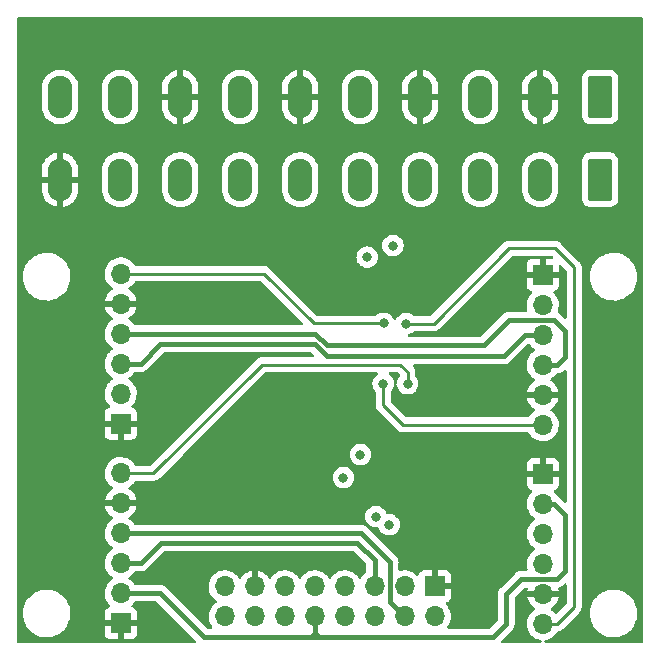
<source format=gbr>
%TF.GenerationSoftware,KiCad,Pcbnew,6.0.8+dfsg-1~bpo11+1*%
%TF.CreationDate,2022-10-31T17:37:34+01:00*%
%TF.ProjectId,rib4outAd_00,72696234-6f75-4744-9164-5f30302e6b69,rev?*%
%TF.SameCoordinates,Original*%
%TF.FileFunction,Copper,L3,Inr*%
%TF.FilePolarity,Positive*%
%FSLAX46Y46*%
G04 Gerber Fmt 4.6, Leading zero omitted, Abs format (unit mm)*
G04 Created by KiCad (PCBNEW 6.0.8+dfsg-1~bpo11+1) date 2022-10-31 17:37:34*
%MOMM*%
%LPD*%
G01*
G04 APERTURE LIST*
G04 Aperture macros list*
%AMRoundRect*
0 Rectangle with rounded corners*
0 $1 Rounding radius*
0 $2 $3 $4 $5 $6 $7 $8 $9 X,Y pos of 4 corners*
0 Add a 4 corners polygon primitive as box body*
4,1,4,$2,$3,$4,$5,$6,$7,$8,$9,$2,$3,0*
0 Add four circle primitives for the rounded corners*
1,1,$1+$1,$2,$3*
1,1,$1+$1,$4,$5*
1,1,$1+$1,$6,$7*
1,1,$1+$1,$8,$9*
0 Add four rect primitives between the rounded corners*
20,1,$1+$1,$2,$3,$4,$5,0*
20,1,$1+$1,$4,$5,$6,$7,0*
20,1,$1+$1,$6,$7,$8,$9,0*
20,1,$1+$1,$8,$9,$2,$3,0*%
G04 Aperture macros list end*
%TA.AperFunction,ComponentPad*%
%ADD10RoundRect,0.249999X0.790001X1.550001X-0.790001X1.550001X-0.790001X-1.550001X0.790001X-1.550001X0*%
%TD*%
%TA.AperFunction,ComponentPad*%
%ADD11O,2.080000X3.600000*%
%TD*%
%TA.AperFunction,ComponentPad*%
%ADD12R,1.700000X1.700000*%
%TD*%
%TA.AperFunction,ComponentPad*%
%ADD13O,1.700000X1.700000*%
%TD*%
%TA.AperFunction,ViaPad*%
%ADD14C,0.800000*%
%TD*%
%TA.AperFunction,Conductor*%
%ADD15C,0.400000*%
%TD*%
%TA.AperFunction,Conductor*%
%ADD16C,0.250000*%
%TD*%
G04 APERTURE END LIST*
D10*
%TO.N,+VSW*%
%TO.C,J3*%
X168360000Y-80277500D03*
D11*
%TO.N,Earth*%
X163280000Y-80277500D03*
%TO.N,+VSW*%
X158200000Y-80277500D03*
%TO.N,Earth*%
X153120000Y-80277500D03*
%TO.N,+VSW*%
X148040000Y-80277500D03*
%TO.N,Earth*%
X142960000Y-80277500D03*
%TO.N,+VSW*%
X137880000Y-80277500D03*
%TO.N,Earth*%
X132800000Y-80277500D03*
%TO.N,+VSW*%
X127720000Y-80277500D03*
%TO.N,GNDD*%
X122640000Y-80277500D03*
%TD*%
D12*
%TO.N,GNDD*%
%TO.C,J6*%
X127775000Y-117825000D03*
D13*
%TO.N,+5V*%
X127775000Y-115285000D03*
%TO.N,/SDA1*%
X127775000Y-112745000D03*
%TO.N,/SCL1*%
X127775000Y-110205000D03*
%TO.N,GNDD*%
X127775000Y-107665000D03*
%TO.N,/VOM3*%
X127775000Y-105125000D03*
%TD*%
D10*
%TO.N,Earth*%
%TO.C,J2*%
X168360000Y-73277500D03*
D11*
%TO.N,GNDD*%
X163280000Y-73277500D03*
%TO.N,/VO4*%
X158200000Y-73277500D03*
%TO.N,GNDD*%
X153120000Y-73277500D03*
%TO.N,/VO3*%
X148040000Y-73277500D03*
%TO.N,GNDD*%
X142960000Y-73277500D03*
%TO.N,/VO2*%
X137880000Y-73277500D03*
%TO.N,GNDD*%
X132800000Y-73277500D03*
%TO.N,/VO1*%
X127720000Y-73277500D03*
%TO.N,+VSW*%
X122640000Y-73277500D03*
%TD*%
D12*
%TO.N,GNDD*%
%TO.C,J5*%
X163500000Y-88340000D03*
D13*
%TO.N,+5V*%
X163500000Y-90880000D03*
%TO.N,/SDA0*%
X163500000Y-93420000D03*
%TO.N,/SCL0*%
X163500000Y-95960000D03*
%TO.N,GNDD*%
X163500000Y-98500000D03*
%TO.N,/VOM2*%
X163500000Y-101040000D03*
%TD*%
D12*
%TO.N,GNDD*%
%TO.C,J7*%
X163525000Y-105200000D03*
D13*
%TO.N,+5V*%
X163525000Y-107740000D03*
%TO.N,/SDA1*%
X163525000Y-110280000D03*
%TO.N,/SCL1*%
X163525000Y-112820000D03*
%TO.N,GNDD*%
X163525000Y-115360000D03*
%TO.N,/VOM4*%
X163525000Y-117900000D03*
%TD*%
D12*
%TO.N,GNDD*%
%TO.C,J4*%
X127775000Y-100925000D03*
D13*
%TO.N,+5V*%
X127775000Y-98385000D03*
%TO.N,/SDA0*%
X127775000Y-95845000D03*
%TO.N,/SCL0*%
X127775000Y-93305000D03*
%TO.N,GNDD*%
X127775000Y-90765000D03*
%TO.N,/VOM1*%
X127775000Y-88225000D03*
%TD*%
D12*
%TO.N,GNDD*%
%TO.C,J1*%
X154370000Y-114710000D03*
D13*
%TO.N,/SCL0*%
X154370000Y-117250000D03*
%TO.N,/SDA0*%
X151830000Y-114710000D03*
%TO.N,/SCL1*%
X151830000Y-117250000D03*
%TO.N,/SDA1*%
X149290000Y-114710000D03*
%TO.N,unconnected-(J1-Pad6)*%
X149290000Y-117250000D03*
%TO.N,unconnected-(J1-Pad7)*%
X146750000Y-114710000D03*
%TO.N,unconnected-(J1-Pad8)*%
X146750000Y-117250000D03*
%TO.N,unconnected-(J1-Pad9)*%
X144210000Y-114710000D03*
%TO.N,+5V*%
X144210000Y-117250000D03*
%TO.N,-12V*%
X141670000Y-114710000D03*
%TO.N,+12V*%
X141670000Y-117250000D03*
%TO.N,GNDD*%
X139130000Y-114710000D03*
%TO.N,Earth*%
X139130000Y-117250000D03*
%TO.N,+VSW*%
X136590000Y-114710000D03*
X136590000Y-117250000D03*
%TD*%
D14*
%TO.N,+12V*%
X148640000Y-86830000D03*
%TO.N,GNDD*%
X155800000Y-102700000D03*
X159500000Y-91500000D03*
X154300000Y-110800000D03*
X146500000Y-108200000D03*
%TO.N,-12V*%
X150820000Y-85860000D03*
%TO.N,/VOM1*%
X150035500Y-92450000D03*
X148070000Y-103560000D03*
%TO.N,/VOM2*%
X150000000Y-97550000D03*
X146630000Y-105500500D03*
%TO.N,/VOM3*%
X152060000Y-97550000D03*
X149390000Y-108810000D03*
%TO.N,/VOM4*%
X150500000Y-109480000D03*
X151934500Y-92470000D03*
%TD*%
D15*
%TO.N,+5V*%
X144700000Y-119000000D02*
X159300000Y-119000000D01*
X143850000Y-119000000D02*
X144210000Y-118640000D01*
X164690000Y-114110000D02*
X161690000Y-114110000D01*
X163525000Y-107740000D02*
X164440000Y-107740000D01*
X160410000Y-117890000D02*
X160410000Y-115390000D01*
X144210000Y-118620000D02*
X144490000Y-118900000D01*
X131095000Y-115285000D02*
X134810000Y-119000000D01*
X144210000Y-118640000D02*
X144210000Y-117250000D01*
X143500000Y-119000000D02*
X143850000Y-119000000D01*
X144210000Y-117250000D02*
X144210000Y-118620000D01*
X165400000Y-108700000D02*
X165400000Y-113400000D01*
X144700000Y-119000000D02*
X144570000Y-119000000D01*
X164440000Y-107740000D02*
X165400000Y-108700000D01*
X159300000Y-119000000D02*
X160150000Y-118150000D01*
X144570000Y-119000000D02*
X144210000Y-118640000D01*
X143500000Y-119000000D02*
X144700000Y-119000000D01*
X161690000Y-114110000D02*
X160410000Y-115390000D01*
X165400000Y-113400000D02*
X164690000Y-114110000D01*
X159400000Y-118900000D02*
X160150000Y-118150000D01*
X127775000Y-115285000D02*
X131095000Y-115285000D01*
X134810000Y-119000000D02*
X143500000Y-119000000D01*
X160150000Y-118150000D02*
X160410000Y-117890000D01*
%TO.N,/SCL0*%
X160630000Y-92170000D02*
X164470000Y-92170000D01*
X144205000Y-93305000D02*
X145200000Y-94300000D01*
X165400000Y-93100000D02*
X165400000Y-95300000D01*
X158500000Y-94300000D02*
X160630000Y-92170000D01*
X165400000Y-95300000D02*
X164740000Y-95960000D01*
X164740000Y-95960000D02*
X163500000Y-95960000D01*
X164470000Y-92170000D02*
X165400000Y-93100000D01*
X127775000Y-93305000D02*
X144205000Y-93305000D01*
X145200000Y-94300000D02*
X158500000Y-94300000D01*
%TO.N,/SDA0*%
X131100000Y-94200000D02*
X144200000Y-94200000D01*
X160200000Y-95200000D02*
X161980000Y-93420000D01*
X129455000Y-95845000D02*
X131100000Y-94200000D01*
X145200000Y-95200000D02*
X160200000Y-95200000D01*
X161980000Y-93420000D02*
X163500000Y-93420000D01*
X144200000Y-94200000D02*
X145200000Y-95200000D01*
X127775000Y-95845000D02*
X129455000Y-95845000D01*
%TO.N,/SCL1*%
X150580000Y-116000000D02*
X151830000Y-117250000D01*
X127775000Y-110205000D02*
X148105000Y-110205000D01*
X148105000Y-110205000D02*
X150580000Y-112680000D01*
X150580000Y-112680000D02*
X150580000Y-116000000D01*
%TO.N,/SDA1*%
X127775000Y-112745000D02*
X129455000Y-112745000D01*
X149290000Y-112490000D02*
X149290000Y-114710000D01*
X131200000Y-111000000D02*
X147800000Y-111000000D01*
X147800000Y-111000000D02*
X149290000Y-112490000D01*
X129455000Y-112745000D02*
X131200000Y-111000000D01*
D16*
%TO.N,/VOM1*%
X139895000Y-88225000D02*
X144120000Y-92450000D01*
X127775000Y-88225000D02*
X139895000Y-88225000D01*
X144120000Y-92450000D02*
X150035500Y-92450000D01*
%TO.N,/VOM2*%
X151660000Y-101040000D02*
X163500000Y-101040000D01*
X150000000Y-97550000D02*
X150000000Y-99380000D01*
X150000000Y-99380000D02*
X151660000Y-101040000D01*
%TO.N,/VOM3*%
X130545000Y-105125000D02*
X127775000Y-105125000D01*
X139740000Y-95930000D02*
X130545000Y-105125000D01*
X152060000Y-97550000D02*
X152060000Y-96560000D01*
X151430000Y-95930000D02*
X139740000Y-95930000D01*
X152060000Y-96560000D02*
X151430000Y-95930000D01*
%TO.N,/VOM4*%
X164720000Y-117900000D02*
X163525000Y-117900000D01*
X151934500Y-92470000D02*
X154270000Y-92470000D01*
X160650000Y-86090000D02*
X164560000Y-86090000D01*
X164560000Y-86090000D02*
X166160000Y-87690000D01*
X166160000Y-87690000D02*
X166160000Y-116460000D01*
X166160000Y-116460000D02*
X164720000Y-117900000D01*
X154270000Y-92470000D02*
X160650000Y-86090000D01*
%TD*%
%TA.AperFunction,Conductor*%
%TO.N,GNDD*%
G36*
X165444532Y-114461604D02*
G01*
X165501368Y-114504151D01*
X165526179Y-114570671D01*
X165526500Y-114579660D01*
X165526500Y-116145405D01*
X165506498Y-116213526D01*
X165489595Y-116234501D01*
X164722614Y-117001481D01*
X164660302Y-117035506D01*
X164589486Y-117030441D01*
X164540325Y-116997184D01*
X164458151Y-116906876D01*
X164458148Y-116906873D01*
X164454670Y-116903051D01*
X164450619Y-116899852D01*
X164450615Y-116899848D01*
X164283414Y-116767800D01*
X164283410Y-116767798D01*
X164279359Y-116764598D01*
X164237569Y-116741529D01*
X164187598Y-116691097D01*
X164172826Y-116621654D01*
X164197942Y-116555248D01*
X164225294Y-116528641D01*
X164400328Y-116403792D01*
X164408200Y-116397139D01*
X164559052Y-116246812D01*
X164565730Y-116238965D01*
X164690003Y-116066020D01*
X164695313Y-116057183D01*
X164789670Y-115866267D01*
X164793469Y-115856672D01*
X164855377Y-115652910D01*
X164857555Y-115642837D01*
X164858986Y-115631962D01*
X164856775Y-115617778D01*
X164843617Y-115614000D01*
X162208225Y-115614000D01*
X162194694Y-115617973D01*
X162193257Y-115627966D01*
X162223565Y-115762446D01*
X162226645Y-115772275D01*
X162306770Y-115969603D01*
X162311413Y-115978794D01*
X162422694Y-116160388D01*
X162428777Y-116168699D01*
X162568213Y-116329667D01*
X162575580Y-116336883D01*
X162739434Y-116472916D01*
X162747881Y-116478831D01*
X162816969Y-116519203D01*
X162865693Y-116570842D01*
X162878764Y-116640625D01*
X162852033Y-116706396D01*
X162811584Y-116739752D01*
X162798607Y-116746507D01*
X162794474Y-116749610D01*
X162794471Y-116749612D01*
X162624100Y-116877530D01*
X162619965Y-116880635D01*
X162578993Y-116923510D01*
X162479442Y-117027684D01*
X162465629Y-117042138D01*
X162339743Y-117226680D01*
X162298008Y-117316590D01*
X162275540Y-117364995D01*
X162245688Y-117429305D01*
X162185989Y-117644570D01*
X162162251Y-117866695D01*
X162162548Y-117871848D01*
X162162548Y-117871851D01*
X162170176Y-118004149D01*
X162175110Y-118089715D01*
X162176247Y-118094761D01*
X162176248Y-118094767D01*
X162191999Y-118164656D01*
X162224222Y-118307639D01*
X162281974Y-118449867D01*
X162301822Y-118498745D01*
X162308266Y-118514616D01*
X162359942Y-118598944D01*
X162398843Y-118662424D01*
X162424987Y-118705088D01*
X162571250Y-118873938D01*
X162743126Y-119016632D01*
X162936000Y-119129338D01*
X163144692Y-119209030D01*
X163149760Y-119210061D01*
X163149763Y-119210062D01*
X163306891Y-119242030D01*
X163369656Y-119275211D01*
X163404518Y-119337059D01*
X163400409Y-119407937D01*
X163358632Y-119465341D01*
X163292453Y-119491046D01*
X163281770Y-119491500D01*
X160114660Y-119491500D01*
X160046539Y-119471498D01*
X160000046Y-119417842D01*
X159989942Y-119347568D01*
X160019436Y-119282988D01*
X160025565Y-119276405D01*
X160268235Y-119033735D01*
X160681393Y-118620578D01*
X160681397Y-118620573D01*
X160890520Y-118411450D01*
X160896785Y-118405596D01*
X160904425Y-118398931D01*
X160940385Y-118367561D01*
X160977114Y-118315300D01*
X160981046Y-118310005D01*
X160995556Y-118291500D01*
X161020477Y-118259718D01*
X161023602Y-118252796D01*
X161024964Y-118250548D01*
X161033368Y-118235815D01*
X161034622Y-118233476D01*
X161038990Y-118227261D01*
X161041749Y-118220185D01*
X161041751Y-118220181D01*
X161062202Y-118167726D01*
X161064758Y-118161646D01*
X161087918Y-118110351D01*
X161091045Y-118103426D01*
X161092429Y-118095955D01*
X161093230Y-118093401D01*
X161097867Y-118077122D01*
X161098523Y-118074567D01*
X161101282Y-118067491D01*
X161109621Y-118004149D01*
X161110653Y-117997633D01*
X161120912Y-117942280D01*
X161122296Y-117934813D01*
X161118709Y-117872602D01*
X161118500Y-117865349D01*
X161118500Y-115735661D01*
X161138502Y-115667540D01*
X161155405Y-115646565D01*
X161946567Y-114855404D01*
X162008879Y-114821379D01*
X162035662Y-114818500D01*
X162100145Y-114818500D01*
X162168266Y-114838502D01*
X162214759Y-114892158D01*
X162224863Y-114962432D01*
X162221562Y-114978173D01*
X162189389Y-115094184D01*
X162190912Y-115102607D01*
X162203292Y-115106000D01*
X164843344Y-115106000D01*
X164856875Y-115102027D01*
X164858180Y-115092947D01*
X164819951Y-114940754D01*
X164822755Y-114869813D01*
X164863467Y-114811649D01*
X164896697Y-114794185D01*
X164896284Y-114793243D01*
X164954795Y-114767558D01*
X164960904Y-114765065D01*
X165013548Y-114745173D01*
X165013549Y-114745172D01*
X165020656Y-114742487D01*
X165026919Y-114738183D01*
X165029285Y-114736946D01*
X165044097Y-114728701D01*
X165046351Y-114727368D01*
X165053305Y-114724315D01*
X165104002Y-114685413D01*
X165109332Y-114681541D01*
X165155721Y-114649660D01*
X165155725Y-114649657D01*
X165161981Y-114645357D01*
X165203436Y-114598829D01*
X165208416Y-114593554D01*
X165311405Y-114490565D01*
X165373717Y-114456539D01*
X165444532Y-114461604D01*
G37*
%TD.AperFunction*%
%TA.AperFunction,Conductor*%
G36*
X171933621Y-66528502D02*
G01*
X171980114Y-66582158D01*
X171991500Y-66634500D01*
X171991500Y-119365500D01*
X171971498Y-119433621D01*
X171917842Y-119480114D01*
X171865500Y-119491500D01*
X163768588Y-119491500D01*
X163700467Y-119471498D01*
X163653974Y-119417842D01*
X163643870Y-119347568D01*
X163673364Y-119282988D01*
X163733090Y-119244604D01*
X163752578Y-119240521D01*
X163803288Y-119234025D01*
X163803289Y-119234025D01*
X163808416Y-119233368D01*
X163813366Y-119231883D01*
X164017429Y-119170661D01*
X164017434Y-119170659D01*
X164022384Y-119169174D01*
X164222994Y-119070896D01*
X164404860Y-118941173D01*
X164433078Y-118913054D01*
X164559435Y-118787137D01*
X164563096Y-118783489D01*
X164568478Y-118776000D01*
X164690435Y-118606277D01*
X164693453Y-118602077D01*
X164695745Y-118597440D01*
X164698407Y-118593009D01*
X164700404Y-118594209D01*
X164741867Y-118549157D01*
X164802827Y-118531209D01*
X164810599Y-118530965D01*
X164811971Y-118530922D01*
X164811972Y-118530922D01*
X164819889Y-118530673D01*
X164839343Y-118525021D01*
X164858700Y-118521013D01*
X164870930Y-118519468D01*
X164870931Y-118519468D01*
X164878797Y-118518474D01*
X164886168Y-118515555D01*
X164886170Y-118515555D01*
X164919912Y-118502196D01*
X164931142Y-118498351D01*
X164965983Y-118488229D01*
X164965984Y-118488229D01*
X164973593Y-118486018D01*
X164980412Y-118481985D01*
X164980417Y-118481983D01*
X164991028Y-118475707D01*
X165008776Y-118467012D01*
X165027617Y-118459552D01*
X165040948Y-118449867D01*
X165063387Y-118433564D01*
X165073307Y-118427048D01*
X165104535Y-118408580D01*
X165104538Y-118408578D01*
X165111362Y-118404542D01*
X165125683Y-118390221D01*
X165140717Y-118377380D01*
X165150694Y-118370131D01*
X165157107Y-118365472D01*
X165185298Y-118331395D01*
X165193288Y-118322616D01*
X166536986Y-116978918D01*
X167486917Y-116978918D01*
X167487334Y-116986156D01*
X167502682Y-117252320D01*
X167555405Y-117521053D01*
X167556792Y-117525103D01*
X167556793Y-117525108D01*
X167642723Y-117776088D01*
X167644112Y-117780144D01*
X167673238Y-117838054D01*
X167755127Y-118000873D01*
X167767160Y-118024799D01*
X167769586Y-118028328D01*
X167769589Y-118028334D01*
X167899848Y-118217860D01*
X167922274Y-118250490D01*
X167925161Y-118253663D01*
X167925162Y-118253664D01*
X168103692Y-118449867D01*
X168106582Y-118453043D01*
X168109877Y-118455798D01*
X168109878Y-118455799D01*
X168133688Y-118475707D01*
X168316675Y-118628707D01*
X168320316Y-118630991D01*
X168545024Y-118771951D01*
X168545028Y-118771953D01*
X168548664Y-118774234D01*
X168616544Y-118804883D01*
X168794345Y-118885164D01*
X168794349Y-118885166D01*
X168798257Y-118886930D01*
X168802377Y-118888150D01*
X168802376Y-118888150D01*
X169056723Y-118963491D01*
X169056727Y-118963492D01*
X169060836Y-118964709D01*
X169065070Y-118965357D01*
X169065075Y-118965358D01*
X169327298Y-119005483D01*
X169327300Y-119005483D01*
X169331540Y-119006132D01*
X169470912Y-119008322D01*
X169601071Y-119010367D01*
X169601077Y-119010367D01*
X169605362Y-119010434D01*
X169877235Y-118977534D01*
X170142127Y-118908041D01*
X170146087Y-118906401D01*
X170146092Y-118906399D01*
X170268631Y-118855641D01*
X170395136Y-118803241D01*
X170513359Y-118734157D01*
X170627879Y-118667237D01*
X170627880Y-118667236D01*
X170631582Y-118665073D01*
X170847089Y-118496094D01*
X170856854Y-118486018D01*
X171034686Y-118302509D01*
X171037669Y-118299431D01*
X171040202Y-118295983D01*
X171040206Y-118295978D01*
X171197257Y-118082178D01*
X171199795Y-118078723D01*
X171201841Y-118074955D01*
X171328418Y-117841830D01*
X171328419Y-117841828D01*
X171330468Y-117838054D01*
X171427269Y-117581877D01*
X171461069Y-117434297D01*
X171487449Y-117319117D01*
X171487450Y-117319113D01*
X171488407Y-117314933D01*
X171494502Y-117246646D01*
X171512531Y-117044627D01*
X171512531Y-117044625D01*
X171512751Y-117042161D01*
X171513193Y-117000000D01*
X171511465Y-116974648D01*
X171494859Y-116731055D01*
X171494858Y-116731049D01*
X171494567Y-116726778D01*
X171487999Y-116695060D01*
X171462274Y-116570842D01*
X171439032Y-116458612D01*
X171347617Y-116200465D01*
X171240794Y-115993500D01*
X171223978Y-115960919D01*
X171223978Y-115960918D01*
X171222013Y-115957112D01*
X171212040Y-115942921D01*
X171121186Y-115813649D01*
X171064545Y-115733057D01*
X170980797Y-115642933D01*
X170881046Y-115535588D01*
X170881043Y-115535585D01*
X170878125Y-115532445D01*
X170874810Y-115529731D01*
X170874806Y-115529728D01*
X170729768Y-115411016D01*
X170666205Y-115358990D01*
X170432704Y-115215901D01*
X170423387Y-115211811D01*
X170185873Y-115107549D01*
X170185869Y-115107548D01*
X170181945Y-115105825D01*
X169918566Y-115030800D01*
X169914324Y-115030196D01*
X169914318Y-115030195D01*
X169688589Y-114998069D01*
X169647443Y-114992213D01*
X169503589Y-114991460D01*
X169377877Y-114990802D01*
X169377871Y-114990802D01*
X169373591Y-114990780D01*
X169369347Y-114991339D01*
X169369343Y-114991339D01*
X169250302Y-115007011D01*
X169102078Y-115026525D01*
X169097938Y-115027658D01*
X169097936Y-115027658D01*
X169037597Y-115044165D01*
X168837928Y-115098788D01*
X168833980Y-115100472D01*
X168589982Y-115204546D01*
X168589978Y-115204548D01*
X168586030Y-115206232D01*
X168469703Y-115275852D01*
X168354725Y-115344664D01*
X168354721Y-115344667D01*
X168351043Y-115346868D01*
X168137318Y-115518094D01*
X168062309Y-115597137D01*
X167976467Y-115687596D01*
X167948808Y-115716742D01*
X167789002Y-115939136D01*
X167660857Y-116181161D01*
X167659385Y-116185184D01*
X167659383Y-116185188D01*
X167582089Y-116396403D01*
X167566743Y-116438337D01*
X167508404Y-116705907D01*
X167507092Y-116722581D01*
X167489036Y-116952000D01*
X167486917Y-116978918D01*
X166536986Y-116978918D01*
X166552247Y-116963657D01*
X166560537Y-116956113D01*
X166567018Y-116952000D01*
X166613659Y-116902332D01*
X166616413Y-116899491D01*
X166636135Y-116879769D01*
X166638612Y-116876576D01*
X166646317Y-116867555D01*
X166655857Y-116857396D01*
X166676586Y-116835321D01*
X166680407Y-116828371D01*
X166686346Y-116817568D01*
X166697202Y-116801041D01*
X166704757Y-116791302D01*
X166704758Y-116791300D01*
X166709614Y-116785040D01*
X166727174Y-116744460D01*
X166732391Y-116733812D01*
X166749875Y-116702009D01*
X166749876Y-116702007D01*
X166753695Y-116695060D01*
X166758733Y-116675437D01*
X166765137Y-116656734D01*
X166770033Y-116645420D01*
X166770033Y-116645419D01*
X166773181Y-116638145D01*
X166774420Y-116630322D01*
X166774423Y-116630312D01*
X166780099Y-116594476D01*
X166782505Y-116582856D01*
X166791528Y-116547711D01*
X166791528Y-116547710D01*
X166793500Y-116540030D01*
X166793500Y-116519776D01*
X166795051Y-116500065D01*
X166796980Y-116487886D01*
X166798220Y-116480057D01*
X166794059Y-116436038D01*
X166793500Y-116424181D01*
X166793500Y-88478918D01*
X167486917Y-88478918D01*
X167487334Y-88486156D01*
X167502682Y-88752320D01*
X167555405Y-89021053D01*
X167556792Y-89025103D01*
X167556793Y-89025108D01*
X167640355Y-89269171D01*
X167644112Y-89280144D01*
X167673238Y-89338054D01*
X167742837Y-89476437D01*
X167767160Y-89524799D01*
X167769586Y-89528328D01*
X167769589Y-89528334D01*
X167919843Y-89746953D01*
X167922274Y-89750490D01*
X167925161Y-89753663D01*
X167925162Y-89753664D01*
X168085393Y-89929757D01*
X168106582Y-89953043D01*
X168316675Y-90128707D01*
X168320316Y-90130991D01*
X168545024Y-90271951D01*
X168545028Y-90271953D01*
X168548664Y-90274234D01*
X168673460Y-90330582D01*
X168794345Y-90385164D01*
X168794349Y-90385166D01*
X168798257Y-90386930D01*
X168802377Y-90388150D01*
X168802376Y-90388150D01*
X169056723Y-90463491D01*
X169056727Y-90463492D01*
X169060836Y-90464709D01*
X169065070Y-90465357D01*
X169065075Y-90465358D01*
X169327298Y-90505483D01*
X169327300Y-90505483D01*
X169331540Y-90506132D01*
X169470912Y-90508322D01*
X169601071Y-90510367D01*
X169601077Y-90510367D01*
X169605362Y-90510434D01*
X169877235Y-90477534D01*
X170142127Y-90408041D01*
X170146087Y-90406401D01*
X170146092Y-90406399D01*
X170268631Y-90355641D01*
X170395136Y-90303241D01*
X170631582Y-90165073D01*
X170847089Y-89996094D01*
X170888809Y-89953043D01*
X170978358Y-89860635D01*
X171037669Y-89799431D01*
X171040202Y-89795983D01*
X171040206Y-89795978D01*
X171197257Y-89582178D01*
X171199795Y-89578723D01*
X171203463Y-89571967D01*
X171328418Y-89341830D01*
X171328419Y-89341828D01*
X171330468Y-89338054D01*
X171427269Y-89081877D01*
X171473848Y-88878502D01*
X171487449Y-88819117D01*
X171487450Y-88819113D01*
X171488407Y-88814933D01*
X171496910Y-88719665D01*
X171512531Y-88544627D01*
X171512531Y-88544625D01*
X171512751Y-88542161D01*
X171513193Y-88500000D01*
X171511465Y-88474648D01*
X171494859Y-88231055D01*
X171494858Y-88231049D01*
X171494567Y-88226778D01*
X171439032Y-87958612D01*
X171347617Y-87700465D01*
X171222013Y-87457112D01*
X171212814Y-87444022D01*
X171100571Y-87284317D01*
X171064545Y-87233057D01*
X170931235Y-87089598D01*
X170881046Y-87035588D01*
X170881043Y-87035585D01*
X170878125Y-87032445D01*
X170874810Y-87029731D01*
X170874806Y-87029728D01*
X170724946Y-86907069D01*
X170666205Y-86858990D01*
X170477745Y-86743502D01*
X170436366Y-86718145D01*
X170436365Y-86718145D01*
X170432704Y-86715901D01*
X170428768Y-86714173D01*
X170185873Y-86607549D01*
X170185869Y-86607548D01*
X170181945Y-86605825D01*
X169918566Y-86530800D01*
X169914324Y-86530196D01*
X169914318Y-86530195D01*
X169713834Y-86501662D01*
X169647443Y-86492213D01*
X169503589Y-86491460D01*
X169377877Y-86490802D01*
X169377871Y-86490802D01*
X169373591Y-86490780D01*
X169369347Y-86491339D01*
X169369343Y-86491339D01*
X169250302Y-86507011D01*
X169102078Y-86526525D01*
X169097938Y-86527658D01*
X169097936Y-86527658D01*
X169074918Y-86533955D01*
X168837928Y-86598788D01*
X168833980Y-86600472D01*
X168589982Y-86704546D01*
X168589978Y-86704548D01*
X168586030Y-86706232D01*
X168546039Y-86730166D01*
X168354725Y-86844664D01*
X168354721Y-86844667D01*
X168351043Y-86846868D01*
X168137318Y-87018094D01*
X168071833Y-87087101D01*
X167962295Y-87202530D01*
X167948808Y-87216742D01*
X167789002Y-87439136D01*
X167660857Y-87681161D01*
X167659385Y-87685184D01*
X167659383Y-87685188D01*
X167568214Y-87934317D01*
X167566743Y-87938337D01*
X167508404Y-88205907D01*
X167486917Y-88478918D01*
X166793500Y-88478918D01*
X166793500Y-87768768D01*
X166794027Y-87757585D01*
X166795702Y-87750092D01*
X166793562Y-87682001D01*
X166793500Y-87678044D01*
X166793500Y-87650144D01*
X166792996Y-87646153D01*
X166792063Y-87634311D01*
X166791811Y-87626267D01*
X166790674Y-87590111D01*
X166788462Y-87582497D01*
X166788461Y-87582492D01*
X166785023Y-87570659D01*
X166781012Y-87551295D01*
X166779467Y-87539064D01*
X166778474Y-87531203D01*
X166775557Y-87523836D01*
X166775556Y-87523831D01*
X166762198Y-87490092D01*
X166758354Y-87478865D01*
X166753140Y-87460919D01*
X166746018Y-87436407D01*
X166735707Y-87418972D01*
X166727012Y-87401224D01*
X166719552Y-87382383D01*
X166693564Y-87346613D01*
X166687048Y-87336693D01*
X166668580Y-87305465D01*
X166668578Y-87305462D01*
X166664542Y-87298638D01*
X166650221Y-87284317D01*
X166637380Y-87269283D01*
X166630131Y-87259306D01*
X166625472Y-87252893D01*
X166591395Y-87224702D01*
X166582616Y-87216712D01*
X165063652Y-85697747D01*
X165056112Y-85689461D01*
X165052000Y-85682982D01*
X165002348Y-85636356D01*
X164999507Y-85633602D01*
X164979770Y-85613865D01*
X164976573Y-85611385D01*
X164967551Y-85603680D01*
X164963397Y-85599779D01*
X164935321Y-85573414D01*
X164928375Y-85569595D01*
X164928372Y-85569593D01*
X164917566Y-85563652D01*
X164901047Y-85552801D01*
X164900583Y-85552441D01*
X164885041Y-85540386D01*
X164877772Y-85537241D01*
X164877768Y-85537238D01*
X164844463Y-85522826D01*
X164833813Y-85517609D01*
X164795060Y-85496305D01*
X164775437Y-85491267D01*
X164756734Y-85484863D01*
X164745420Y-85479967D01*
X164745419Y-85479967D01*
X164738145Y-85476819D01*
X164730322Y-85475580D01*
X164730312Y-85475577D01*
X164694476Y-85469901D01*
X164682856Y-85467495D01*
X164647711Y-85458472D01*
X164647710Y-85458472D01*
X164640030Y-85456500D01*
X164619776Y-85456500D01*
X164600065Y-85454949D01*
X164587886Y-85453020D01*
X164580057Y-85451780D01*
X164550786Y-85454547D01*
X164536039Y-85455941D01*
X164524181Y-85456500D01*
X160728768Y-85456500D01*
X160717585Y-85455973D01*
X160710092Y-85454298D01*
X160702166Y-85454547D01*
X160702165Y-85454547D01*
X160642002Y-85456438D01*
X160638044Y-85456500D01*
X160610144Y-85456500D01*
X160606154Y-85457004D01*
X160594320Y-85457936D01*
X160550111Y-85459326D01*
X160542495Y-85461539D01*
X160542493Y-85461539D01*
X160530652Y-85464979D01*
X160511293Y-85468988D01*
X160509983Y-85469154D01*
X160491203Y-85471526D01*
X160483837Y-85474442D01*
X160483831Y-85474444D01*
X160450098Y-85487800D01*
X160438868Y-85491645D01*
X160428253Y-85494729D01*
X160396407Y-85503981D01*
X160389584Y-85508016D01*
X160378966Y-85514295D01*
X160361213Y-85522992D01*
X160353568Y-85526019D01*
X160342383Y-85530448D01*
X160328705Y-85540386D01*
X160306612Y-85556437D01*
X160296695Y-85562951D01*
X160258638Y-85585458D01*
X160244317Y-85599779D01*
X160229284Y-85612619D01*
X160212893Y-85624528D01*
X160204217Y-85635016D01*
X160184702Y-85658605D01*
X160176712Y-85667384D01*
X154044500Y-91799595D01*
X153982188Y-91833621D01*
X153955405Y-91836500D01*
X152642700Y-91836500D01*
X152574579Y-91816498D01*
X152555353Y-91800157D01*
X152555080Y-91800460D01*
X152550168Y-91796037D01*
X152545753Y-91791134D01*
X152401663Y-91686446D01*
X152396594Y-91682763D01*
X152396593Y-91682762D01*
X152391252Y-91678882D01*
X152385224Y-91676198D01*
X152385222Y-91676197D01*
X152222819Y-91603891D01*
X152222818Y-91603891D01*
X152216788Y-91601206D01*
X152116241Y-91579834D01*
X152036444Y-91562872D01*
X152036439Y-91562872D01*
X152029987Y-91561500D01*
X151839013Y-91561500D01*
X151832561Y-91562872D01*
X151832556Y-91562872D01*
X151752759Y-91579834D01*
X151652212Y-91601206D01*
X151646182Y-91603891D01*
X151646181Y-91603891D01*
X151483778Y-91676197D01*
X151483776Y-91676198D01*
X151477748Y-91678882D01*
X151472407Y-91682762D01*
X151472406Y-91682763D01*
X151467337Y-91686446D01*
X151323247Y-91791134D01*
X151318826Y-91796044D01*
X151318825Y-91796045D01*
X151208320Y-91918774D01*
X151195460Y-91933056D01*
X151099973Y-92098444D01*
X151098147Y-92097389D01*
X151058567Y-92143944D01*
X150990637Y-92164586D01*
X150922332Y-92145226D01*
X150874345Y-92089840D01*
X150872068Y-92084725D01*
X150870027Y-92078444D01*
X150852657Y-92048357D01*
X150783253Y-91928148D01*
X150774540Y-91913056D01*
X150703017Y-91833621D01*
X150651175Y-91776045D01*
X150651174Y-91776044D01*
X150646753Y-91771134D01*
X150534346Y-91689465D01*
X150497594Y-91662763D01*
X150497593Y-91662762D01*
X150492252Y-91658882D01*
X150486224Y-91656198D01*
X150486222Y-91656197D01*
X150323819Y-91583891D01*
X150323818Y-91583891D01*
X150317788Y-91581206D01*
X150215783Y-91559524D01*
X150137444Y-91542872D01*
X150137439Y-91542872D01*
X150130987Y-91541500D01*
X149940013Y-91541500D01*
X149933561Y-91542872D01*
X149933556Y-91542872D01*
X149855217Y-91559524D01*
X149753212Y-91581206D01*
X149747182Y-91583891D01*
X149747181Y-91583891D01*
X149584778Y-91656197D01*
X149584776Y-91656198D01*
X149578748Y-91658882D01*
X149573407Y-91662762D01*
X149573406Y-91662763D01*
X149536654Y-91689465D01*
X149424247Y-91771134D01*
X149419832Y-91776037D01*
X149414920Y-91780460D01*
X149413795Y-91779211D01*
X149360486Y-91812051D01*
X149327300Y-91816500D01*
X144434595Y-91816500D01*
X144366474Y-91796498D01*
X144345500Y-91779595D01*
X140398652Y-87832747D01*
X140391112Y-87824461D01*
X140387000Y-87817982D01*
X140337348Y-87771356D01*
X140334507Y-87768602D01*
X140314770Y-87748865D01*
X140311573Y-87746385D01*
X140302551Y-87738680D01*
X140270321Y-87708414D01*
X140263375Y-87704595D01*
X140263372Y-87704593D01*
X140252566Y-87698652D01*
X140236047Y-87687801D01*
X140232678Y-87685188D01*
X140220041Y-87675386D01*
X140212772Y-87672241D01*
X140212768Y-87672238D01*
X140179463Y-87657826D01*
X140168813Y-87652609D01*
X140130060Y-87631305D01*
X140110437Y-87626267D01*
X140091734Y-87619863D01*
X140080420Y-87614967D01*
X140080419Y-87614967D01*
X140073145Y-87611819D01*
X140065322Y-87610580D01*
X140065312Y-87610577D01*
X140029476Y-87604901D01*
X140017856Y-87602495D01*
X139982711Y-87593472D01*
X139982710Y-87593472D01*
X139975030Y-87591500D01*
X139954776Y-87591500D01*
X139935065Y-87589949D01*
X139922886Y-87588020D01*
X139915057Y-87586780D01*
X139907165Y-87587526D01*
X139871039Y-87590941D01*
X139859181Y-87591500D01*
X129051805Y-87591500D01*
X128983684Y-87571498D01*
X128946013Y-87533940D01*
X128857822Y-87397617D01*
X128857820Y-87397614D01*
X128855014Y-87393277D01*
X128704670Y-87228051D01*
X128700619Y-87224852D01*
X128700615Y-87224848D01*
X128533414Y-87092800D01*
X128533410Y-87092798D01*
X128529359Y-87089598D01*
X128333789Y-86981638D01*
X128328920Y-86979914D01*
X128328916Y-86979912D01*
X128128087Y-86908795D01*
X128128083Y-86908794D01*
X128123212Y-86907069D01*
X128118119Y-86906162D01*
X128118116Y-86906161D01*
X127908373Y-86868800D01*
X127908367Y-86868799D01*
X127903284Y-86867894D01*
X127829452Y-86866992D01*
X127685081Y-86865228D01*
X127685079Y-86865228D01*
X127679911Y-86865165D01*
X127459091Y-86898955D01*
X127246756Y-86968357D01*
X127048607Y-87071507D01*
X127044474Y-87074610D01*
X127044471Y-87074612D01*
X126874100Y-87202530D01*
X126869965Y-87205635D01*
X126804346Y-87274301D01*
X126721279Y-87361226D01*
X126715629Y-87367138D01*
X126712715Y-87371410D01*
X126712714Y-87371411D01*
X126668377Y-87436407D01*
X126589743Y-87551680D01*
X126551387Y-87634311D01*
X126514471Y-87713841D01*
X126495688Y-87754305D01*
X126435989Y-87969570D01*
X126412251Y-88191695D01*
X126412548Y-88196848D01*
X126412548Y-88196851D01*
X126414032Y-88222581D01*
X126425110Y-88414715D01*
X126426247Y-88419761D01*
X126426248Y-88419767D01*
X126439579Y-88478918D01*
X126474222Y-88632639D01*
X126558266Y-88839616D01*
X126674987Y-89030088D01*
X126821250Y-89198938D01*
X126960047Y-89314169D01*
X126983977Y-89334036D01*
X126993126Y-89341632D01*
X127066955Y-89384774D01*
X127115679Y-89436412D01*
X127128750Y-89506195D01*
X127102019Y-89571967D01*
X127061562Y-89605327D01*
X127053457Y-89609546D01*
X127044738Y-89615036D01*
X126874433Y-89742905D01*
X126866726Y-89749748D01*
X126719590Y-89903717D01*
X126713104Y-89911727D01*
X126593098Y-90087649D01*
X126588000Y-90096623D01*
X126498338Y-90289783D01*
X126494775Y-90299470D01*
X126439389Y-90499183D01*
X126440912Y-90507607D01*
X126453292Y-90511000D01*
X129093344Y-90511000D01*
X129106875Y-90507027D01*
X129108180Y-90497947D01*
X129066214Y-90330875D01*
X129062894Y-90321124D01*
X128977972Y-90125814D01*
X128973105Y-90116739D01*
X128857426Y-89937926D01*
X128851136Y-89929757D01*
X128707806Y-89772240D01*
X128700273Y-89765215D01*
X128533139Y-89633222D01*
X128524556Y-89627520D01*
X128487602Y-89607120D01*
X128437631Y-89556687D01*
X128422859Y-89487245D01*
X128447975Y-89420839D01*
X128475327Y-89394232D01*
X128498797Y-89377491D01*
X128654860Y-89266173D01*
X128679630Y-89241490D01*
X128809435Y-89112137D01*
X128813096Y-89108489D01*
X128839652Y-89071533D01*
X128940435Y-88931277D01*
X128943453Y-88927077D01*
X128945746Y-88922437D01*
X128947446Y-88919608D01*
X128999674Y-88871518D01*
X129055451Y-88858500D01*
X139580406Y-88858500D01*
X139648527Y-88878502D01*
X139669501Y-88895405D01*
X143155501Y-92381405D01*
X143189527Y-92443717D01*
X143184462Y-92514532D01*
X143141915Y-92571368D01*
X143075395Y-92596179D01*
X143066406Y-92596500D01*
X129003286Y-92596500D01*
X128935165Y-92576498D01*
X128897494Y-92538941D01*
X128857818Y-92477612D01*
X128855014Y-92473277D01*
X128704670Y-92308051D01*
X128700619Y-92304852D01*
X128700615Y-92304848D01*
X128533414Y-92172800D01*
X128533410Y-92172798D01*
X128529359Y-92169598D01*
X128487569Y-92146529D01*
X128437598Y-92096097D01*
X128422826Y-92026654D01*
X128447942Y-91960248D01*
X128475294Y-91933641D01*
X128650328Y-91808792D01*
X128658200Y-91802139D01*
X128809052Y-91651812D01*
X128815730Y-91643965D01*
X128940003Y-91471020D01*
X128945313Y-91462183D01*
X129039670Y-91271267D01*
X129043469Y-91261672D01*
X129105377Y-91057910D01*
X129107555Y-91047837D01*
X129108986Y-91036962D01*
X129106775Y-91022778D01*
X129093617Y-91019000D01*
X126458225Y-91019000D01*
X126444694Y-91022973D01*
X126443257Y-91032966D01*
X126473565Y-91167446D01*
X126476645Y-91177275D01*
X126556770Y-91374603D01*
X126561413Y-91383794D01*
X126672694Y-91565388D01*
X126678777Y-91573699D01*
X126818213Y-91734667D01*
X126825580Y-91741883D01*
X126989434Y-91877916D01*
X126997881Y-91883831D01*
X127066969Y-91924203D01*
X127115693Y-91975842D01*
X127128764Y-92045625D01*
X127102033Y-92111396D01*
X127061584Y-92144752D01*
X127048607Y-92151507D01*
X127044474Y-92154610D01*
X127044471Y-92154612D01*
X126877374Y-92280072D01*
X126869965Y-92285635D01*
X126715629Y-92447138D01*
X126712715Y-92451410D01*
X126712714Y-92451411D01*
X126697798Y-92473277D01*
X126589743Y-92631680D01*
X126495688Y-92834305D01*
X126435989Y-93049570D01*
X126412251Y-93271695D01*
X126412548Y-93276848D01*
X126412548Y-93276851D01*
X126422392Y-93447568D01*
X126425110Y-93494715D01*
X126426247Y-93499761D01*
X126426248Y-93499767D01*
X126441177Y-93566008D01*
X126474222Y-93712639D01*
X126558266Y-93919616D01*
X126560965Y-93924020D01*
X126660936Y-94087158D01*
X126674987Y-94110088D01*
X126821250Y-94278938D01*
X126993126Y-94421632D01*
X127048622Y-94454061D01*
X127066445Y-94464476D01*
X127115169Y-94516114D01*
X127128240Y-94585897D01*
X127101509Y-94651669D01*
X127061055Y-94685027D01*
X127048607Y-94691507D01*
X127044474Y-94694610D01*
X127044471Y-94694612D01*
X126874100Y-94822530D01*
X126869965Y-94825635D01*
X126866393Y-94829373D01*
X126763036Y-94937530D01*
X126715629Y-94987138D01*
X126589743Y-95171680D01*
X126587564Y-95176375D01*
X126507890Y-95348019D01*
X126495688Y-95374305D01*
X126435989Y-95589570D01*
X126412251Y-95811695D01*
X126412548Y-95816848D01*
X126412548Y-95816851D01*
X126417849Y-95908792D01*
X126425110Y-96034715D01*
X126426247Y-96039761D01*
X126426248Y-96039767D01*
X126448676Y-96139283D01*
X126474222Y-96252639D01*
X126507190Y-96333830D01*
X126555374Y-96452493D01*
X126558266Y-96459616D01*
X126604325Y-96534778D01*
X126667064Y-96637158D01*
X126674987Y-96650088D01*
X126821250Y-96818938D01*
X126993126Y-96961632D01*
X127054557Y-96997529D01*
X127066445Y-97004476D01*
X127115169Y-97056114D01*
X127128240Y-97125897D01*
X127101509Y-97191669D01*
X127061055Y-97225027D01*
X127048607Y-97231507D01*
X127044474Y-97234610D01*
X127044471Y-97234612D01*
X126874100Y-97362530D01*
X126869965Y-97365635D01*
X126866393Y-97369373D01*
X126764846Y-97475636D01*
X126715629Y-97527138D01*
X126712715Y-97531410D01*
X126712714Y-97531411D01*
X126639515Y-97638717D01*
X126589743Y-97711680D01*
X126574003Y-97745590D01*
X126520518Y-97860814D01*
X126495688Y-97914305D01*
X126435989Y-98129570D01*
X126412251Y-98351695D01*
X126412548Y-98356848D01*
X126412548Y-98356851D01*
X126418011Y-98451590D01*
X126425110Y-98574715D01*
X126426247Y-98579761D01*
X126426248Y-98579767D01*
X126446119Y-98667939D01*
X126474222Y-98792639D01*
X126558266Y-98999616D01*
X126674987Y-99190088D01*
X126821250Y-99358938D01*
X126825225Y-99362238D01*
X126825231Y-99362244D01*
X126830425Y-99366556D01*
X126870059Y-99425460D01*
X126871555Y-99496441D01*
X126834439Y-99556962D01*
X126794168Y-99581480D01*
X126686946Y-99621676D01*
X126671351Y-99630214D01*
X126569276Y-99706715D01*
X126556715Y-99719276D01*
X126480214Y-99821351D01*
X126471676Y-99836946D01*
X126426522Y-99957394D01*
X126422895Y-99972649D01*
X126417369Y-100023514D01*
X126417000Y-100030328D01*
X126417000Y-100652885D01*
X126421475Y-100668124D01*
X126422865Y-100669329D01*
X126430548Y-100671000D01*
X129114884Y-100671000D01*
X129130123Y-100666525D01*
X129131328Y-100665135D01*
X129132999Y-100657452D01*
X129132999Y-100030331D01*
X129132629Y-100023510D01*
X129127105Y-99972648D01*
X129123479Y-99957396D01*
X129078324Y-99836946D01*
X129069786Y-99821351D01*
X128993285Y-99719276D01*
X128980724Y-99706715D01*
X128878649Y-99630214D01*
X128863054Y-99621676D01*
X128752813Y-99580348D01*
X128696049Y-99537706D01*
X128671349Y-99471145D01*
X128686557Y-99401796D01*
X128708104Y-99373115D01*
X128809430Y-99272144D01*
X128809440Y-99272132D01*
X128813096Y-99268489D01*
X128872594Y-99185689D01*
X128940435Y-99091277D01*
X128943453Y-99087077D01*
X129042430Y-98886811D01*
X129107370Y-98673069D01*
X129136529Y-98451590D01*
X129138156Y-98385000D01*
X129119852Y-98162361D01*
X129065431Y-97945702D01*
X128976354Y-97740840D01*
X128855014Y-97553277D01*
X128704670Y-97388051D01*
X128700619Y-97384852D01*
X128700615Y-97384848D01*
X128533414Y-97252800D01*
X128533410Y-97252798D01*
X128529359Y-97249598D01*
X128488053Y-97226796D01*
X128438084Y-97176364D01*
X128423312Y-97106921D01*
X128448428Y-97040516D01*
X128475780Y-97013909D01*
X128519603Y-96982650D01*
X128654860Y-96886173D01*
X128665024Y-96876045D01*
X128780783Y-96760689D01*
X128813096Y-96728489D01*
X128849049Y-96678455D01*
X128901132Y-96605974D01*
X128957127Y-96562326D01*
X129003455Y-96553500D01*
X129426088Y-96553500D01*
X129434658Y-96553792D01*
X129484776Y-96557209D01*
X129484780Y-96557209D01*
X129492352Y-96557725D01*
X129499829Y-96556420D01*
X129499830Y-96556420D01*
X129526308Y-96551799D01*
X129555303Y-96546738D01*
X129561821Y-96545777D01*
X129625242Y-96538102D01*
X129632343Y-96535419D01*
X129634952Y-96534778D01*
X129651262Y-96530315D01*
X129653798Y-96529550D01*
X129661284Y-96528243D01*
X129719800Y-96502556D01*
X129725904Y-96500065D01*
X129726974Y-96499661D01*
X129785656Y-96477487D01*
X129791919Y-96473183D01*
X129794285Y-96471946D01*
X129809097Y-96463701D01*
X129811351Y-96462368D01*
X129818305Y-96459315D01*
X129869002Y-96420413D01*
X129874332Y-96416541D01*
X129920720Y-96384661D01*
X129920725Y-96384656D01*
X129926981Y-96380357D01*
X129938313Y-96367639D01*
X129968435Y-96333830D01*
X129973416Y-96328554D01*
X131356566Y-94945405D01*
X131418878Y-94911379D01*
X131445661Y-94908500D01*
X143854340Y-94908500D01*
X143922461Y-94928502D01*
X143943435Y-94945405D01*
X144079435Y-95081405D01*
X144113461Y-95143717D01*
X144108396Y-95214532D01*
X144065849Y-95271368D01*
X143999329Y-95296179D01*
X143990340Y-95296500D01*
X139818768Y-95296500D01*
X139807585Y-95295973D01*
X139800092Y-95294298D01*
X139792166Y-95294547D01*
X139792165Y-95294547D01*
X139732002Y-95296438D01*
X139728044Y-95296500D01*
X139700144Y-95296500D01*
X139696154Y-95297004D01*
X139684320Y-95297936D01*
X139640111Y-95299326D01*
X139632497Y-95301538D01*
X139632492Y-95301539D01*
X139620659Y-95304977D01*
X139601296Y-95308988D01*
X139581203Y-95311526D01*
X139573836Y-95314443D01*
X139573831Y-95314444D01*
X139540092Y-95327802D01*
X139528865Y-95331646D01*
X139486407Y-95343982D01*
X139479581Y-95348019D01*
X139468972Y-95354293D01*
X139451224Y-95362988D01*
X139432383Y-95370448D01*
X139425967Y-95375110D01*
X139425966Y-95375110D01*
X139396613Y-95396436D01*
X139386693Y-95402952D01*
X139355465Y-95421420D01*
X139355462Y-95421422D01*
X139348638Y-95425458D01*
X139334317Y-95439779D01*
X139319284Y-95452619D01*
X139302893Y-95464528D01*
X139297842Y-95470634D01*
X139274702Y-95498605D01*
X139266712Y-95507384D01*
X130319500Y-104454595D01*
X130257188Y-104488621D01*
X130230405Y-104491500D01*
X129051805Y-104491500D01*
X128983684Y-104471498D01*
X128946013Y-104433940D01*
X128943572Y-104430166D01*
X128892433Y-104351118D01*
X128857822Y-104297617D01*
X128857820Y-104297614D01*
X128855014Y-104293277D01*
X128704670Y-104128051D01*
X128700619Y-104124852D01*
X128700615Y-104124848D01*
X128533414Y-103992800D01*
X128533410Y-103992798D01*
X128529359Y-103989598D01*
X128333789Y-103881638D01*
X128328920Y-103879914D01*
X128328916Y-103879912D01*
X128128087Y-103808795D01*
X128128083Y-103808794D01*
X128123212Y-103807069D01*
X128118119Y-103806162D01*
X128118116Y-103806161D01*
X127908373Y-103768800D01*
X127908367Y-103768799D01*
X127903284Y-103767894D01*
X127829452Y-103766992D01*
X127685081Y-103765228D01*
X127685079Y-103765228D01*
X127679911Y-103765165D01*
X127459091Y-103798955D01*
X127246756Y-103868357D01*
X127048607Y-103971507D01*
X127044474Y-103974610D01*
X127044471Y-103974612D01*
X127020247Y-103992800D01*
X126869965Y-104105635D01*
X126715629Y-104267138D01*
X126712715Y-104271410D01*
X126712714Y-104271411D01*
X126660989Y-104347237D01*
X126589743Y-104451680D01*
X126572596Y-104488621D01*
X126504932Y-104634391D01*
X126495688Y-104654305D01*
X126435989Y-104869570D01*
X126412251Y-105091695D01*
X126412548Y-105096848D01*
X126412548Y-105096851D01*
X126414761Y-105135229D01*
X126425110Y-105314715D01*
X126426247Y-105319761D01*
X126426248Y-105319767D01*
X126450304Y-105426508D01*
X126474222Y-105532639D01*
X126534014Y-105679890D01*
X126551662Y-105723351D01*
X126558266Y-105739616D01*
X126674987Y-105930088D01*
X126821250Y-106098938D01*
X126993126Y-106241632D01*
X127066955Y-106284774D01*
X127115679Y-106336412D01*
X127128750Y-106406195D01*
X127102019Y-106471967D01*
X127061562Y-106505327D01*
X127053457Y-106509546D01*
X127044738Y-106515036D01*
X126874433Y-106642905D01*
X126866726Y-106649748D01*
X126719590Y-106803717D01*
X126713104Y-106811727D01*
X126593098Y-106987649D01*
X126588000Y-106996623D01*
X126498338Y-107189783D01*
X126494775Y-107199470D01*
X126439389Y-107399183D01*
X126440912Y-107407607D01*
X126453292Y-107411000D01*
X129093344Y-107411000D01*
X129106875Y-107407027D01*
X129108180Y-107397947D01*
X129066214Y-107230875D01*
X129062894Y-107221124D01*
X128977972Y-107025814D01*
X128973105Y-107016739D01*
X128857426Y-106837926D01*
X128851136Y-106829757D01*
X128707806Y-106672240D01*
X128700273Y-106665215D01*
X128533139Y-106533222D01*
X128524556Y-106527520D01*
X128487602Y-106507120D01*
X128437631Y-106456687D01*
X128422859Y-106387245D01*
X128447975Y-106320839D01*
X128475327Y-106294232D01*
X128498797Y-106277491D01*
X128654860Y-106166173D01*
X128668730Y-106152352D01*
X128779114Y-106042352D01*
X128813096Y-106008489D01*
X128872594Y-105925689D01*
X128940435Y-105831277D01*
X128943453Y-105827077D01*
X128945746Y-105822437D01*
X128947446Y-105819608D01*
X128999674Y-105771518D01*
X129055451Y-105758500D01*
X130466233Y-105758500D01*
X130477416Y-105759027D01*
X130484909Y-105760702D01*
X130492835Y-105760453D01*
X130492836Y-105760453D01*
X130552986Y-105758562D01*
X130556945Y-105758500D01*
X130584856Y-105758500D01*
X130588791Y-105758003D01*
X130588856Y-105757995D01*
X130600693Y-105757062D01*
X130632951Y-105756048D01*
X130636970Y-105755922D01*
X130644889Y-105755673D01*
X130664343Y-105750021D01*
X130683700Y-105746013D01*
X130695930Y-105744468D01*
X130695931Y-105744468D01*
X130703797Y-105743474D01*
X130711168Y-105740555D01*
X130711170Y-105740555D01*
X130744912Y-105727196D01*
X130756142Y-105723351D01*
X130790983Y-105713229D01*
X130790984Y-105713229D01*
X130798593Y-105711018D01*
X130805412Y-105706985D01*
X130805417Y-105706983D01*
X130816028Y-105700707D01*
X130833776Y-105692012D01*
X130852617Y-105684552D01*
X130888387Y-105658564D01*
X130898307Y-105652048D01*
X130929535Y-105633580D01*
X130929538Y-105633578D01*
X130936362Y-105629542D01*
X130950683Y-105615221D01*
X130965717Y-105602380D01*
X130975694Y-105595131D01*
X130982107Y-105590472D01*
X131010298Y-105556395D01*
X131018288Y-105547616D01*
X131065404Y-105500500D01*
X145716496Y-105500500D01*
X145717186Y-105507065D01*
X145728554Y-105615221D01*
X145736458Y-105690428D01*
X145795473Y-105872056D01*
X145890960Y-106037444D01*
X145895378Y-106042351D01*
X145895379Y-106042352D01*
X146003587Y-106162529D01*
X146018747Y-106179366D01*
X146173248Y-106291618D01*
X146179276Y-106294302D01*
X146179278Y-106294303D01*
X146273857Y-106336412D01*
X146347712Y-106369294D01*
X146441112Y-106389147D01*
X146528056Y-106407628D01*
X146528061Y-106407628D01*
X146534513Y-106409000D01*
X146725487Y-106409000D01*
X146731939Y-106407628D01*
X146731944Y-106407628D01*
X146818888Y-106389147D01*
X146912288Y-106369294D01*
X146986143Y-106336412D01*
X147080722Y-106294303D01*
X147080724Y-106294302D01*
X147086752Y-106291618D01*
X147241253Y-106179366D01*
X147256413Y-106162529D01*
X147364621Y-106042352D01*
X147364622Y-106042351D01*
X147369040Y-106037444D01*
X147464527Y-105872056D01*
X147523542Y-105690428D01*
X147531447Y-105615221D01*
X147542814Y-105507065D01*
X147543504Y-105500500D01*
X147538617Y-105454000D01*
X147524232Y-105317135D01*
X147524232Y-105317133D01*
X147523542Y-105310572D01*
X147464527Y-105128944D01*
X147369040Y-104963556D01*
X147336922Y-104927885D01*
X162167000Y-104927885D01*
X162171475Y-104943124D01*
X162172865Y-104944329D01*
X162180548Y-104946000D01*
X163252885Y-104946000D01*
X163268124Y-104941525D01*
X163269329Y-104940135D01*
X163271000Y-104932452D01*
X163271000Y-104927885D01*
X163779000Y-104927885D01*
X163783475Y-104943124D01*
X163784865Y-104944329D01*
X163792548Y-104946000D01*
X164864884Y-104946000D01*
X164880123Y-104941525D01*
X164881328Y-104940135D01*
X164882999Y-104932452D01*
X164882999Y-104305331D01*
X164882629Y-104298510D01*
X164877105Y-104247648D01*
X164873479Y-104232396D01*
X164828324Y-104111946D01*
X164819786Y-104096351D01*
X164743285Y-103994276D01*
X164730724Y-103981715D01*
X164628649Y-103905214D01*
X164613054Y-103896676D01*
X164492606Y-103851522D01*
X164477351Y-103847895D01*
X164426486Y-103842369D01*
X164419672Y-103842000D01*
X163797115Y-103842000D01*
X163781876Y-103846475D01*
X163780671Y-103847865D01*
X163779000Y-103855548D01*
X163779000Y-104927885D01*
X163271000Y-104927885D01*
X163271000Y-103860116D01*
X163266525Y-103844877D01*
X163265135Y-103843672D01*
X163257452Y-103842001D01*
X162630331Y-103842001D01*
X162623510Y-103842371D01*
X162572648Y-103847895D01*
X162557396Y-103851521D01*
X162436946Y-103896676D01*
X162421351Y-103905214D01*
X162319276Y-103981715D01*
X162306715Y-103994276D01*
X162230214Y-104096351D01*
X162221676Y-104111946D01*
X162176522Y-104232394D01*
X162172895Y-104247649D01*
X162167369Y-104298514D01*
X162167000Y-104305328D01*
X162167000Y-104927885D01*
X147336922Y-104927885D01*
X147241253Y-104821634D01*
X147086752Y-104709382D01*
X147080724Y-104706698D01*
X147080722Y-104706697D01*
X146918319Y-104634391D01*
X146918318Y-104634391D01*
X146912288Y-104631706D01*
X146818888Y-104611853D01*
X146731944Y-104593372D01*
X146731939Y-104593372D01*
X146725487Y-104592000D01*
X146534513Y-104592000D01*
X146528061Y-104593372D01*
X146528056Y-104593372D01*
X146441113Y-104611853D01*
X146347712Y-104631706D01*
X146341682Y-104634391D01*
X146341681Y-104634391D01*
X146179278Y-104706697D01*
X146179276Y-104706698D01*
X146173248Y-104709382D01*
X146018747Y-104821634D01*
X145890960Y-104963556D01*
X145795473Y-105128944D01*
X145736458Y-105310572D01*
X145735768Y-105317133D01*
X145735768Y-105317135D01*
X145721383Y-105454000D01*
X145716496Y-105500500D01*
X131065404Y-105500500D01*
X133005904Y-103560000D01*
X147156496Y-103560000D01*
X147176458Y-103749928D01*
X147235473Y-103931556D01*
X147330960Y-104096944D01*
X147335378Y-104101851D01*
X147335379Y-104101852D01*
X147452921Y-104232396D01*
X147458747Y-104238866D01*
X147613248Y-104351118D01*
X147619276Y-104353802D01*
X147619278Y-104353803D01*
X147781681Y-104426109D01*
X147787712Y-104428794D01*
X147875251Y-104447401D01*
X147968056Y-104467128D01*
X147968061Y-104467128D01*
X147974513Y-104468500D01*
X148165487Y-104468500D01*
X148171939Y-104467128D01*
X148171944Y-104467128D01*
X148264749Y-104447401D01*
X148352288Y-104428794D01*
X148358319Y-104426109D01*
X148520722Y-104353803D01*
X148520724Y-104353802D01*
X148526752Y-104351118D01*
X148681253Y-104238866D01*
X148687079Y-104232396D01*
X148804621Y-104101852D01*
X148804622Y-104101851D01*
X148809040Y-104096944D01*
X148904527Y-103931556D01*
X148963542Y-103749928D01*
X148983504Y-103560000D01*
X148963542Y-103370072D01*
X148904527Y-103188444D01*
X148809040Y-103023056D01*
X148681253Y-102881134D01*
X148526752Y-102768882D01*
X148520724Y-102766198D01*
X148520722Y-102766197D01*
X148358319Y-102693891D01*
X148358318Y-102693891D01*
X148352288Y-102691206D01*
X148258887Y-102671353D01*
X148171944Y-102652872D01*
X148171939Y-102652872D01*
X148165487Y-102651500D01*
X147974513Y-102651500D01*
X147968061Y-102652872D01*
X147968056Y-102652872D01*
X147881113Y-102671353D01*
X147787712Y-102691206D01*
X147781682Y-102693891D01*
X147781681Y-102693891D01*
X147619278Y-102766197D01*
X147619276Y-102766198D01*
X147613248Y-102768882D01*
X147458747Y-102881134D01*
X147330960Y-103023056D01*
X147235473Y-103188444D01*
X147176458Y-103370072D01*
X147156496Y-103560000D01*
X133005904Y-103560000D01*
X139965499Y-96600405D01*
X140027811Y-96566379D01*
X140054594Y-96563500D01*
X149424380Y-96563500D01*
X149492501Y-96583502D01*
X149538994Y-96637158D01*
X149549098Y-96707432D01*
X149519604Y-96772012D01*
X149498441Y-96791436D01*
X149455818Y-96822404D01*
X149388747Y-96871134D01*
X149384326Y-96876044D01*
X149384325Y-96876045D01*
X149274941Y-96997529D01*
X149260960Y-97013056D01*
X149165473Y-97178444D01*
X149106458Y-97360072D01*
X149086496Y-97550000D01*
X149087186Y-97556565D01*
X149103983Y-97716375D01*
X149106458Y-97739928D01*
X149165473Y-97921556D01*
X149260960Y-98086944D01*
X149334137Y-98168215D01*
X149364853Y-98232221D01*
X149366500Y-98252524D01*
X149366500Y-99301233D01*
X149365973Y-99312416D01*
X149364298Y-99319909D01*
X149364547Y-99327835D01*
X149364547Y-99327836D01*
X149366438Y-99387986D01*
X149366500Y-99391945D01*
X149366500Y-99419856D01*
X149366997Y-99423790D01*
X149366997Y-99423791D01*
X149367005Y-99423856D01*
X149367938Y-99435693D01*
X149369327Y-99479889D01*
X149374136Y-99496441D01*
X149374978Y-99499339D01*
X149378987Y-99518700D01*
X149381526Y-99538797D01*
X149384445Y-99546168D01*
X149384445Y-99546170D01*
X149397804Y-99579912D01*
X149401649Y-99591142D01*
X149413982Y-99633593D01*
X149418015Y-99640412D01*
X149418017Y-99640417D01*
X149424293Y-99651028D01*
X149432988Y-99668776D01*
X149440448Y-99687617D01*
X149445110Y-99694033D01*
X149445110Y-99694034D01*
X149466436Y-99723387D01*
X149472952Y-99733307D01*
X149489717Y-99761654D01*
X149495458Y-99771362D01*
X149509779Y-99785683D01*
X149522619Y-99800716D01*
X149534528Y-99817107D01*
X149540634Y-99822158D01*
X149568605Y-99845298D01*
X149577384Y-99853288D01*
X151156343Y-101432247D01*
X151163887Y-101440537D01*
X151168000Y-101447018D01*
X151173777Y-101452443D01*
X151217667Y-101493658D01*
X151220509Y-101496413D01*
X151240231Y-101516135D01*
X151243355Y-101518558D01*
X151243359Y-101518562D01*
X151243424Y-101518612D01*
X151252445Y-101526317D01*
X151284679Y-101556586D01*
X151291627Y-101560405D01*
X151291629Y-101560407D01*
X151302432Y-101566346D01*
X151318959Y-101577202D01*
X151328698Y-101584757D01*
X151328700Y-101584758D01*
X151334960Y-101589614D01*
X151375540Y-101607174D01*
X151386188Y-101612391D01*
X151424940Y-101633695D01*
X151432616Y-101635666D01*
X151432619Y-101635667D01*
X151444562Y-101638733D01*
X151463267Y-101645137D01*
X151481855Y-101653181D01*
X151489678Y-101654420D01*
X151489688Y-101654423D01*
X151525524Y-101660099D01*
X151537144Y-101662505D01*
X151572289Y-101671528D01*
X151579970Y-101673500D01*
X151600224Y-101673500D01*
X151619934Y-101675051D01*
X151639943Y-101678220D01*
X151647835Y-101677474D01*
X151683961Y-101674059D01*
X151695819Y-101673500D01*
X162224274Y-101673500D01*
X162292395Y-101693502D01*
X162331707Y-101733665D01*
X162399987Y-101845088D01*
X162546250Y-102013938D01*
X162718126Y-102156632D01*
X162911000Y-102269338D01*
X162915825Y-102271180D01*
X162915826Y-102271181D01*
X162945811Y-102282631D01*
X163119692Y-102349030D01*
X163124760Y-102350061D01*
X163124763Y-102350062D01*
X163232017Y-102371883D01*
X163338597Y-102393567D01*
X163343772Y-102393757D01*
X163343774Y-102393757D01*
X163556673Y-102401564D01*
X163556677Y-102401564D01*
X163561837Y-102401753D01*
X163566957Y-102401097D01*
X163566959Y-102401097D01*
X163778288Y-102374025D01*
X163778289Y-102374025D01*
X163783416Y-102373368D01*
X163788366Y-102371883D01*
X163992429Y-102310661D01*
X163992434Y-102310659D01*
X163997384Y-102309174D01*
X164197994Y-102210896D01*
X164379860Y-102081173D01*
X164448218Y-102013054D01*
X164534435Y-101927137D01*
X164538096Y-101923489D01*
X164607797Y-101826490D01*
X164665435Y-101746277D01*
X164668453Y-101742077D01*
X164672611Y-101733665D01*
X164765136Y-101546453D01*
X164765137Y-101546451D01*
X164767430Y-101541811D01*
X164832370Y-101328069D01*
X164861529Y-101106590D01*
X164863156Y-101040000D01*
X164844852Y-100817361D01*
X164790431Y-100600702D01*
X164701354Y-100395840D01*
X164580014Y-100208277D01*
X164429670Y-100043051D01*
X164425619Y-100039852D01*
X164425615Y-100039848D01*
X164258414Y-99907800D01*
X164258410Y-99907798D01*
X164254359Y-99904598D01*
X164212569Y-99881529D01*
X164162598Y-99831097D01*
X164147826Y-99761654D01*
X164172942Y-99695248D01*
X164200294Y-99668641D01*
X164375328Y-99543792D01*
X164383200Y-99537139D01*
X164534052Y-99386812D01*
X164540730Y-99378965D01*
X164665003Y-99206020D01*
X164670313Y-99197183D01*
X164764670Y-99006267D01*
X164768469Y-98996672D01*
X164830377Y-98792910D01*
X164832555Y-98782837D01*
X164833986Y-98771962D01*
X164831775Y-98757778D01*
X164818617Y-98754000D01*
X162183225Y-98754000D01*
X162169694Y-98757973D01*
X162168257Y-98767966D01*
X162198565Y-98902446D01*
X162201645Y-98912275D01*
X162281770Y-99109603D01*
X162286413Y-99118794D01*
X162397694Y-99300388D01*
X162403777Y-99308699D01*
X162543213Y-99469667D01*
X162550580Y-99476883D01*
X162714434Y-99612916D01*
X162722881Y-99618831D01*
X162791969Y-99659203D01*
X162840693Y-99710842D01*
X162853764Y-99780625D01*
X162827033Y-99846396D01*
X162786584Y-99879752D01*
X162773607Y-99886507D01*
X162769474Y-99889610D01*
X162769471Y-99889612D01*
X162658876Y-99972649D01*
X162594965Y-100020635D01*
X162440629Y-100182138D01*
X162437715Y-100186410D01*
X162437714Y-100186411D01*
X162325095Y-100351504D01*
X162270184Y-100396507D01*
X162221007Y-100406500D01*
X151974594Y-100406500D01*
X151906473Y-100386498D01*
X151885499Y-100369595D01*
X150670405Y-99154500D01*
X150636379Y-99092188D01*
X150633500Y-99065405D01*
X150633500Y-98252524D01*
X150653502Y-98184403D01*
X150665858Y-98168221D01*
X150739040Y-98086944D01*
X150834527Y-97921556D01*
X150893542Y-97739928D01*
X150896018Y-97716375D01*
X150904690Y-97633861D01*
X150931703Y-97568204D01*
X150957220Y-97550397D01*
X150937986Y-97539047D01*
X150906056Y-97475636D01*
X150904690Y-97466139D01*
X150894232Y-97366635D01*
X150894232Y-97366633D01*
X150893542Y-97360072D01*
X150834527Y-97178444D01*
X150739040Y-97013056D01*
X150725060Y-96997529D01*
X150615675Y-96876045D01*
X150615674Y-96876044D01*
X150611253Y-96871134D01*
X150544182Y-96822404D01*
X150501559Y-96791436D01*
X150458205Y-96735213D01*
X150452130Y-96664477D01*
X150485262Y-96601686D01*
X150547082Y-96566774D01*
X150575620Y-96563500D01*
X151115406Y-96563500D01*
X151183527Y-96583502D01*
X151204501Y-96600405D01*
X151376747Y-96772651D01*
X151410773Y-96834963D01*
X151405708Y-96905778D01*
X151381292Y-96946051D01*
X151320960Y-97013056D01*
X151225473Y-97178444D01*
X151166458Y-97360072D01*
X151165768Y-97366633D01*
X151165768Y-97366635D01*
X151155310Y-97466139D01*
X151128297Y-97531796D01*
X151102780Y-97549603D01*
X151122014Y-97560953D01*
X151153944Y-97624364D01*
X151155310Y-97633861D01*
X151163983Y-97716375D01*
X151166458Y-97739928D01*
X151225473Y-97921556D01*
X151320960Y-98086944D01*
X151325375Y-98091847D01*
X151325379Y-98091852D01*
X151388866Y-98162361D01*
X151448747Y-98228866D01*
X151603248Y-98341118D01*
X151609276Y-98343802D01*
X151609278Y-98343803D01*
X151701809Y-98385000D01*
X151777712Y-98418794D01*
X151871112Y-98438647D01*
X151958056Y-98457128D01*
X151958061Y-98457128D01*
X151964513Y-98458500D01*
X152155487Y-98458500D01*
X152161939Y-98457128D01*
X152161944Y-98457128D01*
X152248887Y-98438647D01*
X152342288Y-98418794D01*
X152418191Y-98385000D01*
X152510722Y-98343803D01*
X152510724Y-98343802D01*
X152516752Y-98341118D01*
X152671253Y-98228866D01*
X152731134Y-98162361D01*
X152794621Y-98091852D01*
X152794625Y-98091847D01*
X152799040Y-98086944D01*
X152894527Y-97921556D01*
X152953542Y-97739928D01*
X152956018Y-97716375D01*
X152972814Y-97556565D01*
X152973504Y-97550000D01*
X152953542Y-97360072D01*
X152894527Y-97178444D01*
X152799040Y-97013056D01*
X152725863Y-96931785D01*
X152695147Y-96867779D01*
X152693500Y-96847476D01*
X152693500Y-96638768D01*
X152694027Y-96627585D01*
X152695702Y-96620092D01*
X152693562Y-96552001D01*
X152693500Y-96548044D01*
X152693500Y-96520144D01*
X152692996Y-96516153D01*
X152692063Y-96504311D01*
X152691967Y-96501232D01*
X152690674Y-96460111D01*
X152687397Y-96448830D01*
X152685021Y-96440652D01*
X152681012Y-96421293D01*
X152680648Y-96418411D01*
X152678474Y-96401203D01*
X152675558Y-96393837D01*
X152675556Y-96393831D01*
X152662200Y-96360098D01*
X152658355Y-96348868D01*
X152648230Y-96314017D01*
X152648230Y-96314016D01*
X152646019Y-96306407D01*
X152635705Y-96288966D01*
X152627008Y-96271213D01*
X152622472Y-96259758D01*
X152619552Y-96252383D01*
X152593563Y-96216612D01*
X152587047Y-96206692D01*
X152568578Y-96175463D01*
X152564542Y-96168638D01*
X152550221Y-96154317D01*
X152537380Y-96139283D01*
X152530132Y-96129307D01*
X152525472Y-96122893D01*
X152521534Y-96119635D01*
X152490048Y-96057404D01*
X152497334Y-95986783D01*
X152541644Y-95931311D01*
X152613949Y-95908500D01*
X160171088Y-95908500D01*
X160179658Y-95908792D01*
X160229776Y-95912209D01*
X160229780Y-95912209D01*
X160237352Y-95912725D01*
X160244829Y-95911420D01*
X160244830Y-95911420D01*
X160271308Y-95906799D01*
X160300303Y-95901738D01*
X160306821Y-95900777D01*
X160370242Y-95893102D01*
X160377343Y-95890419D01*
X160379952Y-95889778D01*
X160396262Y-95885315D01*
X160398798Y-95884550D01*
X160406284Y-95883243D01*
X160464800Y-95857556D01*
X160470904Y-95855065D01*
X160523548Y-95835173D01*
X160523549Y-95835172D01*
X160530656Y-95832487D01*
X160536919Y-95828183D01*
X160539285Y-95826946D01*
X160554097Y-95818701D01*
X160556351Y-95817368D01*
X160563305Y-95814315D01*
X160614002Y-95775413D01*
X160619332Y-95771541D01*
X160665720Y-95739661D01*
X160665725Y-95739656D01*
X160671981Y-95735357D01*
X160713436Y-95688829D01*
X160718416Y-95683554D01*
X162202199Y-94199772D01*
X162264511Y-94165746D01*
X162335327Y-94170811D01*
X162392162Y-94213358D01*
X162395172Y-94217793D01*
X162397290Y-94220687D01*
X162399987Y-94225088D01*
X162546250Y-94393938D01*
X162718126Y-94536632D01*
X162769960Y-94566921D01*
X162791445Y-94579476D01*
X162840169Y-94631114D01*
X162853240Y-94700897D01*
X162826509Y-94766669D01*
X162786055Y-94800027D01*
X162773607Y-94806507D01*
X162769474Y-94809610D01*
X162769471Y-94809612D01*
X162599100Y-94937530D01*
X162594965Y-94940635D01*
X162591393Y-94944373D01*
X162462797Y-95078941D01*
X162440629Y-95102138D01*
X162314743Y-95286680D01*
X162286271Y-95348019D01*
X162229355Y-95470634D01*
X162220688Y-95489305D01*
X162160989Y-95704570D01*
X162137251Y-95926695D01*
X162137548Y-95931848D01*
X162137548Y-95931851D01*
X162149812Y-96144547D01*
X162150110Y-96149715D01*
X162151247Y-96154761D01*
X162151248Y-96154767D01*
X162164104Y-96211810D01*
X162199222Y-96367639D01*
X162243826Y-96477487D01*
X162278276Y-96562326D01*
X162283266Y-96574616D01*
X162317170Y-96629943D01*
X162381680Y-96735213D01*
X162399987Y-96765088D01*
X162546250Y-96933938D01*
X162718126Y-97076632D01*
X162769960Y-97106921D01*
X162791955Y-97119774D01*
X162840679Y-97171412D01*
X162853750Y-97241195D01*
X162827019Y-97306967D01*
X162786562Y-97340327D01*
X162778457Y-97344546D01*
X162769738Y-97350036D01*
X162599433Y-97477905D01*
X162591726Y-97484748D01*
X162444590Y-97638717D01*
X162438104Y-97646727D01*
X162318098Y-97822649D01*
X162313000Y-97831623D01*
X162223338Y-98024783D01*
X162219775Y-98034470D01*
X162164389Y-98234183D01*
X162165912Y-98242607D01*
X162178292Y-98246000D01*
X164818344Y-98246000D01*
X164831875Y-98242027D01*
X164833180Y-98232947D01*
X164791214Y-98065875D01*
X164787894Y-98056124D01*
X164702972Y-97860814D01*
X164698105Y-97851739D01*
X164582426Y-97672926D01*
X164576136Y-97664757D01*
X164432806Y-97507240D01*
X164425273Y-97500215D01*
X164258139Y-97368222D01*
X164249556Y-97362520D01*
X164212602Y-97342120D01*
X164162631Y-97291687D01*
X164147859Y-97222245D01*
X164172975Y-97155839D01*
X164200327Y-97129232D01*
X164231606Y-97106921D01*
X164379860Y-97001173D01*
X164419540Y-96961632D01*
X164492254Y-96889171D01*
X164538096Y-96843489D01*
X164541110Y-96839295D01*
X164541119Y-96839284D01*
X164625322Y-96722103D01*
X164681316Y-96678455D01*
X164736212Y-96669921D01*
X164769774Y-96672209D01*
X164769779Y-96672209D01*
X164777352Y-96672725D01*
X164784829Y-96671420D01*
X164784830Y-96671420D01*
X164824611Y-96664477D01*
X164840303Y-96661738D01*
X164846821Y-96660777D01*
X164910242Y-96653102D01*
X164917343Y-96650419D01*
X164919952Y-96649778D01*
X164936262Y-96645315D01*
X164938798Y-96644550D01*
X164946284Y-96643243D01*
X165004800Y-96617556D01*
X165010904Y-96615065D01*
X165063548Y-96595173D01*
X165063549Y-96595172D01*
X165070656Y-96592487D01*
X165076919Y-96588183D01*
X165079285Y-96586946D01*
X165094097Y-96578701D01*
X165096351Y-96577368D01*
X165103305Y-96574315D01*
X165154002Y-96535413D01*
X165159332Y-96531541D01*
X165205720Y-96499661D01*
X165205725Y-96499656D01*
X165211981Y-96495357D01*
X165225510Y-96480173D01*
X165253435Y-96448830D01*
X165258416Y-96443554D01*
X165311405Y-96390565D01*
X165373717Y-96356539D01*
X165444532Y-96361604D01*
X165501368Y-96404151D01*
X165526179Y-96470671D01*
X165526500Y-96479660D01*
X165526500Y-107520340D01*
X165506498Y-107588461D01*
X165452842Y-107634954D01*
X165382568Y-107645058D01*
X165317988Y-107615564D01*
X165311405Y-107609435D01*
X164961450Y-107259480D01*
X164955596Y-107253215D01*
X164927601Y-107221124D01*
X164917561Y-107209615D01*
X164865280Y-107172871D01*
X164859986Y-107168939D01*
X164815693Y-107134209D01*
X164809718Y-107129524D01*
X164802802Y-107126401D01*
X164800516Y-107125017D01*
X164785835Y-107116643D01*
X164783475Y-107115378D01*
X164777261Y-107111010D01*
X164769234Y-107107880D01*
X164760221Y-107104366D01*
X164700202Y-107055414D01*
X164607822Y-106912617D01*
X164607820Y-106912614D01*
X164605014Y-106908277D01*
X164601540Y-106904459D01*
X164601533Y-106904450D01*
X164457435Y-106746088D01*
X164426383Y-106682242D01*
X164434779Y-106611744D01*
X164479956Y-106556976D01*
X164506400Y-106543307D01*
X164613052Y-106503325D01*
X164628649Y-106494786D01*
X164730724Y-106418285D01*
X164743285Y-106405724D01*
X164819786Y-106303649D01*
X164828324Y-106288054D01*
X164873478Y-106167606D01*
X164877105Y-106152351D01*
X164882631Y-106101486D01*
X164883000Y-106094672D01*
X164883000Y-105472115D01*
X164878525Y-105456876D01*
X164877135Y-105455671D01*
X164869452Y-105454000D01*
X162185116Y-105454000D01*
X162169877Y-105458475D01*
X162168672Y-105459865D01*
X162167001Y-105467548D01*
X162167001Y-106094669D01*
X162167371Y-106101490D01*
X162172895Y-106152352D01*
X162176521Y-106167604D01*
X162221676Y-106288054D01*
X162230214Y-106303649D01*
X162306715Y-106405724D01*
X162319276Y-106418285D01*
X162421351Y-106494786D01*
X162436946Y-106503324D01*
X162545827Y-106544142D01*
X162602591Y-106586784D01*
X162627291Y-106653345D01*
X162612083Y-106722694D01*
X162592691Y-106749175D01*
X162540570Y-106803717D01*
X162465629Y-106882138D01*
X162339743Y-107066680D01*
X162322250Y-107104366D01*
X162250249Y-107259480D01*
X162245688Y-107269305D01*
X162185989Y-107484570D01*
X162162251Y-107706695D01*
X162175110Y-107929715D01*
X162176247Y-107934761D01*
X162176248Y-107934767D01*
X162200304Y-108041508D01*
X162224222Y-108147639D01*
X162308266Y-108354616D01*
X162424987Y-108545088D01*
X162571250Y-108713938D01*
X162743126Y-108856632D01*
X162795213Y-108887069D01*
X162816445Y-108899476D01*
X162865169Y-108951114D01*
X162878240Y-109020897D01*
X162851509Y-109086669D01*
X162811055Y-109120027D01*
X162798607Y-109126507D01*
X162794474Y-109129610D01*
X162794471Y-109129612D01*
X162677238Y-109217633D01*
X162619965Y-109260635D01*
X162465629Y-109422138D01*
X162462715Y-109426410D01*
X162462714Y-109426411D01*
X162387702Y-109536375D01*
X162339743Y-109606680D01*
X162245688Y-109809305D01*
X162185989Y-110024570D01*
X162162251Y-110246695D01*
X162175110Y-110469715D01*
X162176247Y-110474761D01*
X162176248Y-110474767D01*
X162200304Y-110581508D01*
X162224222Y-110687639D01*
X162308266Y-110894616D01*
X162424987Y-111085088D01*
X162571250Y-111253938D01*
X162743126Y-111396632D01*
X162749773Y-111400516D01*
X162816445Y-111439476D01*
X162865169Y-111491114D01*
X162878240Y-111560897D01*
X162851509Y-111626669D01*
X162811055Y-111660027D01*
X162798607Y-111666507D01*
X162794474Y-111669610D01*
X162794471Y-111669612D01*
X162677238Y-111757633D01*
X162619965Y-111800635D01*
X162465629Y-111962138D01*
X162462715Y-111966410D01*
X162462714Y-111966411D01*
X162387702Y-112076375D01*
X162339743Y-112146680D01*
X162337564Y-112151375D01*
X162252847Y-112333883D01*
X162245688Y-112349305D01*
X162185989Y-112564570D01*
X162162251Y-112786695D01*
X162175110Y-113009715D01*
X162176247Y-113014761D01*
X162176248Y-113014767D01*
X162200304Y-113121508D01*
X162224222Y-113227639D01*
X162226166Y-113232427D01*
X162227714Y-113237367D01*
X162225391Y-113238095D01*
X162231523Y-113298636D01*
X162199352Y-113361926D01*
X162138072Y-113397776D01*
X162107665Y-113401500D01*
X161718912Y-113401500D01*
X161710342Y-113401208D01*
X161660224Y-113397791D01*
X161660220Y-113397791D01*
X161652648Y-113397275D01*
X161645171Y-113398580D01*
X161645170Y-113398580D01*
X161628440Y-113401500D01*
X161589703Y-113408261D01*
X161583186Y-113409222D01*
X161519758Y-113416898D01*
X161512650Y-113419584D01*
X161510056Y-113420221D01*
X161493750Y-113424682D01*
X161491199Y-113425452D01*
X161483716Y-113426758D01*
X161476764Y-113429810D01*
X161476763Y-113429810D01*
X161425212Y-113452439D01*
X161419105Y-113454931D01*
X161366452Y-113474827D01*
X161359344Y-113477513D01*
X161353083Y-113481816D01*
X161350717Y-113483053D01*
X161335937Y-113491280D01*
X161333652Y-113492631D01*
X161326695Y-113495685D01*
X161320675Y-113500305D01*
X161320669Y-113500308D01*
X161289542Y-113524194D01*
X161275998Y-113534587D01*
X161270668Y-113538459D01*
X161224280Y-113570339D01*
X161224275Y-113570344D01*
X161218019Y-113574643D01*
X161212968Y-113580313D01*
X161212966Y-113580314D01*
X161176565Y-113621170D01*
X161171584Y-113626446D01*
X159929480Y-114868550D01*
X159923215Y-114874404D01*
X159879615Y-114912439D01*
X159875248Y-114918653D01*
X159842872Y-114964719D01*
X159838939Y-114970014D01*
X159799524Y-115020282D01*
X159796401Y-115027198D01*
X159795017Y-115029484D01*
X159786643Y-115044165D01*
X159785378Y-115046525D01*
X159781010Y-115052739D01*
X159778250Y-115059818D01*
X159778249Y-115059820D01*
X159757798Y-115112275D01*
X159755247Y-115118344D01*
X159728955Y-115176573D01*
X159727571Y-115184040D01*
X159726770Y-115186595D01*
X159722141Y-115202848D01*
X159721478Y-115205428D01*
X159718718Y-115212509D01*
X159717727Y-115220040D01*
X159717726Y-115220042D01*
X159710379Y-115275852D01*
X159709348Y-115282359D01*
X159697704Y-115345186D01*
X159698141Y-115352766D01*
X159698141Y-115352767D01*
X159701291Y-115407392D01*
X159701500Y-115414646D01*
X159701500Y-117544339D01*
X159681498Y-117612460D01*
X159664600Y-117633429D01*
X159043434Y-118254596D01*
X158981123Y-118288620D01*
X158954340Y-118291500D01*
X155540250Y-118291500D01*
X155472129Y-118271498D01*
X155425636Y-118217842D01*
X155415532Y-118147568D01*
X155437927Y-118091974D01*
X155439551Y-118089715D01*
X155538453Y-117952077D01*
X155546986Y-117934813D01*
X155635136Y-117756453D01*
X155635137Y-117756451D01*
X155637430Y-117751811D01*
X155689060Y-117581877D01*
X155700865Y-117543023D01*
X155700865Y-117543021D01*
X155702370Y-117538069D01*
X155731529Y-117316590D01*
X155731674Y-117310657D01*
X155733074Y-117253365D01*
X155733074Y-117253361D01*
X155733156Y-117250000D01*
X155714852Y-117027361D01*
X155660431Y-116810702D01*
X155571354Y-116605840D01*
X155512159Y-116514338D01*
X155452822Y-116422617D01*
X155452820Y-116422614D01*
X155450014Y-116418277D01*
X155446538Y-116414457D01*
X155446533Y-116414450D01*
X155302435Y-116256088D01*
X155271383Y-116192242D01*
X155279779Y-116121744D01*
X155324956Y-116066976D01*
X155351400Y-116053307D01*
X155458052Y-116013325D01*
X155473649Y-116004786D01*
X155575724Y-115928285D01*
X155588285Y-115915724D01*
X155664786Y-115813649D01*
X155673324Y-115798054D01*
X155718478Y-115677606D01*
X155722105Y-115662351D01*
X155727631Y-115611486D01*
X155728000Y-115604672D01*
X155728000Y-114982115D01*
X155723525Y-114966876D01*
X155722135Y-114965671D01*
X155714452Y-114964000D01*
X154242000Y-114964000D01*
X154173879Y-114943998D01*
X154127386Y-114890342D01*
X154116000Y-114838000D01*
X154116000Y-114437885D01*
X154624000Y-114437885D01*
X154628475Y-114453124D01*
X154629865Y-114454329D01*
X154637548Y-114456000D01*
X155709884Y-114456000D01*
X155725123Y-114451525D01*
X155726328Y-114450135D01*
X155727999Y-114442452D01*
X155727999Y-113815331D01*
X155727629Y-113808510D01*
X155722105Y-113757648D01*
X155718479Y-113742396D01*
X155673324Y-113621946D01*
X155664786Y-113606351D01*
X155588285Y-113504276D01*
X155575724Y-113491715D01*
X155473649Y-113415214D01*
X155458054Y-113406676D01*
X155337606Y-113361522D01*
X155322351Y-113357895D01*
X155271486Y-113352369D01*
X155264672Y-113352000D01*
X154642115Y-113352000D01*
X154626876Y-113356475D01*
X154625671Y-113357865D01*
X154624000Y-113365548D01*
X154624000Y-114437885D01*
X154116000Y-114437885D01*
X154116000Y-113370116D01*
X154111525Y-113354877D01*
X154110135Y-113353672D01*
X154102452Y-113352001D01*
X153475331Y-113352001D01*
X153468510Y-113352371D01*
X153417648Y-113357895D01*
X153402396Y-113361521D01*
X153281946Y-113406676D01*
X153266351Y-113415214D01*
X153164276Y-113491715D01*
X153151715Y-113504276D01*
X153075214Y-113606351D01*
X153066676Y-113621946D01*
X153025297Y-113732322D01*
X152982655Y-113789087D01*
X152916093Y-113813786D01*
X152846744Y-113798578D01*
X152814121Y-113772891D01*
X152763151Y-113716876D01*
X152763145Y-113716870D01*
X152759670Y-113713051D01*
X152755619Y-113709852D01*
X152755615Y-113709848D01*
X152588414Y-113577800D01*
X152588410Y-113577798D01*
X152584359Y-113574598D01*
X152548028Y-113554542D01*
X152518893Y-113538459D01*
X152388789Y-113466638D01*
X152383920Y-113464914D01*
X152383916Y-113464912D01*
X152183087Y-113393795D01*
X152183083Y-113393794D01*
X152178212Y-113392069D01*
X152173119Y-113391162D01*
X152173116Y-113391161D01*
X151963373Y-113353800D01*
X151963367Y-113353799D01*
X151958284Y-113352894D01*
X151884452Y-113351992D01*
X151740081Y-113350228D01*
X151740079Y-113350228D01*
X151734911Y-113350165D01*
X151514091Y-113383955D01*
X151453644Y-113403712D01*
X151382682Y-113405863D01*
X151321820Y-113369307D01*
X151290383Y-113305650D01*
X151288500Y-113283947D01*
X151288500Y-112708927D01*
X151288792Y-112700358D01*
X151292210Y-112650225D01*
X151292210Y-112650221D01*
X151292726Y-112642648D01*
X151281736Y-112579681D01*
X151280775Y-112573165D01*
X151274014Y-112517298D01*
X151273102Y-112509758D01*
X151270419Y-112502657D01*
X151269778Y-112500048D01*
X151265313Y-112483728D01*
X151264548Y-112481195D01*
X151263243Y-112473717D01*
X151237552Y-112415190D01*
X151235067Y-112409102D01*
X151215172Y-112356449D01*
X151215171Y-112356447D01*
X151212487Y-112349344D01*
X151208186Y-112343085D01*
X151206949Y-112340720D01*
X151198727Y-112325948D01*
X151197372Y-112323656D01*
X151194316Y-112316695D01*
X151189691Y-112310668D01*
X151189689Y-112310664D01*
X151155407Y-112265987D01*
X151151529Y-112260650D01*
X151119659Y-112214278D01*
X151119658Y-112214277D01*
X151115357Y-112208019D01*
X151068838Y-112166572D01*
X151063563Y-112161592D01*
X148626442Y-109724472D01*
X148620588Y-109718206D01*
X148587556Y-109680340D01*
X148587553Y-109680337D01*
X148582561Y-109674615D01*
X148530280Y-109637871D01*
X148524986Y-109633939D01*
X148480693Y-109599209D01*
X148474718Y-109594524D01*
X148467802Y-109591401D01*
X148465516Y-109590017D01*
X148450835Y-109581643D01*
X148448475Y-109580378D01*
X148442261Y-109576010D01*
X148435182Y-109573250D01*
X148435180Y-109573249D01*
X148382725Y-109552798D01*
X148376656Y-109550247D01*
X148318427Y-109523955D01*
X148310960Y-109522571D01*
X148308405Y-109521770D01*
X148292152Y-109517141D01*
X148289572Y-109516478D01*
X148282491Y-109513718D01*
X148274960Y-109512727D01*
X148274958Y-109512726D01*
X148245339Y-109508827D01*
X148219139Y-109505378D01*
X148212641Y-109504348D01*
X148149814Y-109492704D01*
X148142234Y-109493141D01*
X148142233Y-109493141D01*
X148087608Y-109496291D01*
X148080354Y-109496500D01*
X129003286Y-109496500D01*
X128935165Y-109476498D01*
X128897494Y-109438941D01*
X128857818Y-109377612D01*
X128855014Y-109373277D01*
X128704670Y-109208051D01*
X128700619Y-109204852D01*
X128700615Y-109204848D01*
X128533414Y-109072800D01*
X128533410Y-109072798D01*
X128529359Y-109069598D01*
X128487569Y-109046529D01*
X128437598Y-108996097D01*
X128422826Y-108926654D01*
X128447942Y-108860248D01*
X128475294Y-108833641D01*
X128508438Y-108810000D01*
X148476496Y-108810000D01*
X148477186Y-108816565D01*
X148492434Y-108961638D01*
X148496458Y-108999928D01*
X148555473Y-109181556D01*
X148650960Y-109346944D01*
X148655378Y-109351851D01*
X148655379Y-109351852D01*
X148764853Y-109473435D01*
X148778747Y-109488866D01*
X148933248Y-109601118D01*
X148939276Y-109603802D01*
X148939278Y-109603803D01*
X149101681Y-109676109D01*
X149107712Y-109678794D01*
X149201113Y-109698647D01*
X149288056Y-109717128D01*
X149288061Y-109717128D01*
X149294513Y-109718500D01*
X149485487Y-109718500D01*
X149491946Y-109717127D01*
X149491947Y-109717127D01*
X149502435Y-109714898D01*
X149573226Y-109720301D01*
X149629858Y-109763118D01*
X149648464Y-109799209D01*
X149653367Y-109814297D01*
X149665473Y-109851556D01*
X149760960Y-110016944D01*
X149888747Y-110158866D01*
X150043248Y-110271118D01*
X150049276Y-110273802D01*
X150049278Y-110273803D01*
X150211681Y-110346109D01*
X150217712Y-110348794D01*
X150311113Y-110368647D01*
X150398056Y-110387128D01*
X150398061Y-110387128D01*
X150404513Y-110388500D01*
X150595487Y-110388500D01*
X150601939Y-110387128D01*
X150601944Y-110387128D01*
X150688887Y-110368647D01*
X150782288Y-110348794D01*
X150788319Y-110346109D01*
X150950722Y-110273803D01*
X150950724Y-110273802D01*
X150956752Y-110271118D01*
X151111253Y-110158866D01*
X151239040Y-110016944D01*
X151334527Y-109851556D01*
X151393542Y-109669928D01*
X151406122Y-109550241D01*
X151412814Y-109486565D01*
X151413504Y-109480000D01*
X151399540Y-109347138D01*
X151394232Y-109296635D01*
X151394232Y-109296633D01*
X151393542Y-109290072D01*
X151334527Y-109108444D01*
X151239040Y-108943056D01*
X151199801Y-108899476D01*
X151115675Y-108806045D01*
X151115674Y-108806044D01*
X151111253Y-108801134D01*
X150995783Y-108717240D01*
X150962094Y-108692763D01*
X150962093Y-108692762D01*
X150956752Y-108688882D01*
X150950724Y-108686198D01*
X150950722Y-108686197D01*
X150788319Y-108613891D01*
X150788318Y-108613891D01*
X150782288Y-108611206D01*
X150688888Y-108591353D01*
X150601944Y-108572872D01*
X150601939Y-108572872D01*
X150595487Y-108571500D01*
X150404513Y-108571500D01*
X150398054Y-108572873D01*
X150398053Y-108572873D01*
X150387565Y-108575102D01*
X150316774Y-108569699D01*
X150260142Y-108526882D01*
X150241536Y-108490791D01*
X150226569Y-108444728D01*
X150226568Y-108444727D01*
X150224527Y-108438444D01*
X150129040Y-108273056D01*
X150020424Y-108152425D01*
X150005675Y-108136045D01*
X150005674Y-108136044D01*
X150001253Y-108131134D01*
X149846752Y-108018882D01*
X149840724Y-108016198D01*
X149840722Y-108016197D01*
X149678319Y-107943891D01*
X149678318Y-107943891D01*
X149672288Y-107941206D01*
X149567818Y-107919000D01*
X149491944Y-107902872D01*
X149491939Y-107902872D01*
X149485487Y-107901500D01*
X149294513Y-107901500D01*
X149288061Y-107902872D01*
X149288056Y-107902872D01*
X149212182Y-107919000D01*
X149107712Y-107941206D01*
X149101682Y-107943891D01*
X149101681Y-107943891D01*
X148939278Y-108016197D01*
X148939276Y-108016198D01*
X148933248Y-108018882D01*
X148778747Y-108131134D01*
X148774326Y-108136044D01*
X148774325Y-108136045D01*
X148759577Y-108152425D01*
X148650960Y-108273056D01*
X148555473Y-108438444D01*
X148496458Y-108620072D01*
X148495768Y-108626633D01*
X148495768Y-108626635D01*
X148487133Y-108708792D01*
X148476496Y-108810000D01*
X128508438Y-108810000D01*
X128650328Y-108708792D01*
X128658200Y-108702139D01*
X128809052Y-108551812D01*
X128815730Y-108543965D01*
X128940003Y-108371020D01*
X128945313Y-108362183D01*
X129039670Y-108171267D01*
X129043469Y-108161672D01*
X129105377Y-107957910D01*
X129107555Y-107947837D01*
X129108986Y-107936962D01*
X129106775Y-107922778D01*
X129093617Y-107919000D01*
X126458225Y-107919000D01*
X126444694Y-107922973D01*
X126443257Y-107932966D01*
X126473565Y-108067446D01*
X126476645Y-108077275D01*
X126556770Y-108274603D01*
X126561413Y-108283794D01*
X126672694Y-108465388D01*
X126678777Y-108473699D01*
X126818213Y-108634667D01*
X126825580Y-108641883D01*
X126989434Y-108777916D01*
X126997881Y-108783831D01*
X127066969Y-108824203D01*
X127115693Y-108875842D01*
X127128764Y-108945625D01*
X127102033Y-109011396D01*
X127061584Y-109044752D01*
X127048607Y-109051507D01*
X127044474Y-109054610D01*
X127044471Y-109054612D01*
X126874100Y-109182530D01*
X126869965Y-109185635D01*
X126866393Y-109189373D01*
X126720204Y-109342351D01*
X126715629Y-109347138D01*
X126589743Y-109531680D01*
X126569166Y-109576010D01*
X126503662Y-109717127D01*
X126495688Y-109734305D01*
X126435989Y-109949570D01*
X126412251Y-110171695D01*
X126412548Y-110176848D01*
X126412548Y-110176851D01*
X126418138Y-110273803D01*
X126425110Y-110394715D01*
X126426247Y-110399761D01*
X126426248Y-110399767D01*
X126442012Y-110469715D01*
X126474222Y-110612639D01*
X126558266Y-110819616D01*
X126560965Y-110824020D01*
X126660936Y-110987158D01*
X126674987Y-111010088D01*
X126821250Y-111178938D01*
X126993126Y-111321632D01*
X127063595Y-111362811D01*
X127066445Y-111364476D01*
X127115169Y-111416114D01*
X127128240Y-111485897D01*
X127101509Y-111551669D01*
X127061055Y-111585027D01*
X127048607Y-111591507D01*
X127044474Y-111594610D01*
X127044471Y-111594612D01*
X126888952Y-111711379D01*
X126869965Y-111725635D01*
X126866393Y-111729373D01*
X126720204Y-111882351D01*
X126715629Y-111887138D01*
X126589743Y-112071680D01*
X126495688Y-112274305D01*
X126435989Y-112489570D01*
X126412251Y-112711695D01*
X126412548Y-112716848D01*
X126412548Y-112716851D01*
X126417854Y-112808878D01*
X126425110Y-112934715D01*
X126426247Y-112939761D01*
X126426248Y-112939767D01*
X126442012Y-113009715D01*
X126474222Y-113152639D01*
X126507190Y-113233830D01*
X126541535Y-113318411D01*
X126558266Y-113359616D01*
X126584581Y-113402558D01*
X126667861Y-113538459D01*
X126674987Y-113550088D01*
X126821250Y-113718938D01*
X126993126Y-113861632D01*
X127063595Y-113902811D01*
X127066445Y-113904476D01*
X127115169Y-113956114D01*
X127128240Y-114025897D01*
X127101509Y-114091669D01*
X127061055Y-114125027D01*
X127048607Y-114131507D01*
X127044474Y-114134610D01*
X127044471Y-114134612D01*
X126874100Y-114262530D01*
X126869965Y-114265635D01*
X126715629Y-114427138D01*
X126712715Y-114431410D01*
X126712714Y-114431411D01*
X126696916Y-114454570D01*
X126589743Y-114611680D01*
X126569166Y-114656010D01*
X126500249Y-114804480D01*
X126495688Y-114814305D01*
X126435989Y-115029570D01*
X126412251Y-115251695D01*
X126412548Y-115256848D01*
X126412548Y-115256851D01*
X126421754Y-115416511D01*
X126425110Y-115474715D01*
X126426247Y-115479761D01*
X126426248Y-115479767D01*
X126450304Y-115586508D01*
X126474222Y-115692639D01*
X126529523Y-115828831D01*
X126550665Y-115880896D01*
X126558266Y-115899616D01*
X126595832Y-115960919D01*
X126654341Y-116056396D01*
X126674987Y-116090088D01*
X126821250Y-116258938D01*
X126825225Y-116262238D01*
X126825231Y-116262244D01*
X126830425Y-116266556D01*
X126870059Y-116325460D01*
X126871555Y-116396441D01*
X126834439Y-116456962D01*
X126794168Y-116481480D01*
X126686946Y-116521676D01*
X126671351Y-116530214D01*
X126569276Y-116606715D01*
X126556715Y-116619276D01*
X126480214Y-116721351D01*
X126471676Y-116736946D01*
X126426522Y-116857394D01*
X126422895Y-116872649D01*
X126417369Y-116923514D01*
X126417000Y-116930328D01*
X126417000Y-117552885D01*
X126421475Y-117568124D01*
X126422865Y-117569329D01*
X126430548Y-117571000D01*
X129114884Y-117571000D01*
X129130123Y-117566525D01*
X129131328Y-117565135D01*
X129132999Y-117557452D01*
X129132999Y-116930331D01*
X129132629Y-116923510D01*
X129127105Y-116872648D01*
X129123479Y-116857396D01*
X129078324Y-116736946D01*
X129069786Y-116721351D01*
X128993285Y-116619276D01*
X128980724Y-116606715D01*
X128878649Y-116530214D01*
X128863054Y-116521676D01*
X128752813Y-116480348D01*
X128696049Y-116437706D01*
X128671349Y-116371145D01*
X128686557Y-116301796D01*
X128708104Y-116273115D01*
X128809430Y-116172144D01*
X128809440Y-116172132D01*
X128813096Y-116168489D01*
X128818917Y-116160388D01*
X128901132Y-116045974D01*
X128957127Y-116002326D01*
X129003455Y-115993500D01*
X130749340Y-115993500D01*
X130817461Y-116013502D01*
X130838435Y-116030405D01*
X134084434Y-119276405D01*
X134118460Y-119338717D01*
X134113395Y-119409533D01*
X134070848Y-119466368D01*
X134004328Y-119491179D01*
X133995339Y-119491500D01*
X119134500Y-119491500D01*
X119066379Y-119471498D01*
X119019886Y-119417842D01*
X119008500Y-119365500D01*
X119008500Y-116978918D01*
X119486917Y-116978918D01*
X119487334Y-116986156D01*
X119502682Y-117252320D01*
X119555405Y-117521053D01*
X119556792Y-117525103D01*
X119556793Y-117525108D01*
X119642723Y-117776088D01*
X119644112Y-117780144D01*
X119673238Y-117838054D01*
X119755127Y-118000873D01*
X119767160Y-118024799D01*
X119769586Y-118028328D01*
X119769589Y-118028334D01*
X119899848Y-118217860D01*
X119922274Y-118250490D01*
X119925161Y-118253663D01*
X119925162Y-118253664D01*
X120103692Y-118449867D01*
X120106582Y-118453043D01*
X120109877Y-118455798D01*
X120109878Y-118455799D01*
X120133688Y-118475707D01*
X120316675Y-118628707D01*
X120320316Y-118630991D01*
X120545024Y-118771951D01*
X120545028Y-118771953D01*
X120548664Y-118774234D01*
X120616544Y-118804883D01*
X120794345Y-118885164D01*
X120794349Y-118885166D01*
X120798257Y-118886930D01*
X120802377Y-118888150D01*
X120802376Y-118888150D01*
X121056723Y-118963491D01*
X121056727Y-118963492D01*
X121060836Y-118964709D01*
X121065070Y-118965357D01*
X121065075Y-118965358D01*
X121327298Y-119005483D01*
X121327300Y-119005483D01*
X121331540Y-119006132D01*
X121470912Y-119008322D01*
X121601071Y-119010367D01*
X121601077Y-119010367D01*
X121605362Y-119010434D01*
X121877235Y-118977534D01*
X122142127Y-118908041D01*
X122146087Y-118906401D01*
X122146092Y-118906399D01*
X122268631Y-118855641D01*
X122395136Y-118803241D01*
X122513359Y-118734157D01*
X122538152Y-118719669D01*
X126417001Y-118719669D01*
X126417371Y-118726490D01*
X126422895Y-118777352D01*
X126426521Y-118792604D01*
X126471676Y-118913054D01*
X126480214Y-118928649D01*
X126556715Y-119030724D01*
X126569276Y-119043285D01*
X126671351Y-119119786D01*
X126686946Y-119128324D01*
X126807394Y-119173478D01*
X126822649Y-119177105D01*
X126873514Y-119182631D01*
X126880328Y-119183000D01*
X127502885Y-119183000D01*
X127518124Y-119178525D01*
X127519329Y-119177135D01*
X127521000Y-119169452D01*
X127521000Y-119164884D01*
X128029000Y-119164884D01*
X128033475Y-119180123D01*
X128034865Y-119181328D01*
X128042548Y-119182999D01*
X128669669Y-119182999D01*
X128676490Y-119182629D01*
X128727352Y-119177105D01*
X128742604Y-119173479D01*
X128863054Y-119128324D01*
X128878649Y-119119786D01*
X128980724Y-119043285D01*
X128993285Y-119030724D01*
X129069786Y-118928649D01*
X129078324Y-118913054D01*
X129123478Y-118792606D01*
X129127105Y-118777351D01*
X129132631Y-118726486D01*
X129133000Y-118719672D01*
X129133000Y-118097115D01*
X129128525Y-118081876D01*
X129127135Y-118080671D01*
X129119452Y-118079000D01*
X128047115Y-118079000D01*
X128031876Y-118083475D01*
X128030671Y-118084865D01*
X128029000Y-118092548D01*
X128029000Y-119164884D01*
X127521000Y-119164884D01*
X127521000Y-118097115D01*
X127516525Y-118081876D01*
X127515135Y-118080671D01*
X127507452Y-118079000D01*
X126435116Y-118079000D01*
X126419877Y-118083475D01*
X126418672Y-118084865D01*
X126417001Y-118092548D01*
X126417001Y-118719669D01*
X122538152Y-118719669D01*
X122627879Y-118667237D01*
X122627880Y-118667236D01*
X122631582Y-118665073D01*
X122847089Y-118496094D01*
X122856854Y-118486018D01*
X123034686Y-118302509D01*
X123037669Y-118299431D01*
X123040202Y-118295983D01*
X123040206Y-118295978D01*
X123197257Y-118082178D01*
X123199795Y-118078723D01*
X123201841Y-118074955D01*
X123328418Y-117841830D01*
X123328419Y-117841828D01*
X123330468Y-117838054D01*
X123427269Y-117581877D01*
X123461069Y-117434297D01*
X123487449Y-117319117D01*
X123487450Y-117319113D01*
X123488407Y-117314933D01*
X123494502Y-117246646D01*
X123512531Y-117044627D01*
X123512531Y-117044625D01*
X123512751Y-117042161D01*
X123513193Y-117000000D01*
X123511465Y-116974648D01*
X123494859Y-116731055D01*
X123494858Y-116731049D01*
X123494567Y-116726778D01*
X123487999Y-116695060D01*
X123462274Y-116570842D01*
X123439032Y-116458612D01*
X123347617Y-116200465D01*
X123240794Y-115993500D01*
X123223978Y-115960919D01*
X123223978Y-115960918D01*
X123222013Y-115957112D01*
X123212040Y-115942921D01*
X123121186Y-115813649D01*
X123064545Y-115733057D01*
X122980797Y-115642933D01*
X122881046Y-115535588D01*
X122881043Y-115535585D01*
X122878125Y-115532445D01*
X122874810Y-115529731D01*
X122874806Y-115529728D01*
X122729768Y-115411016D01*
X122666205Y-115358990D01*
X122432704Y-115215901D01*
X122423387Y-115211811D01*
X122185873Y-115107549D01*
X122185869Y-115107548D01*
X122181945Y-115105825D01*
X121918566Y-115030800D01*
X121914324Y-115030196D01*
X121914318Y-115030195D01*
X121688589Y-114998069D01*
X121647443Y-114992213D01*
X121503589Y-114991460D01*
X121377877Y-114990802D01*
X121377871Y-114990802D01*
X121373591Y-114990780D01*
X121369347Y-114991339D01*
X121369343Y-114991339D01*
X121250302Y-115007011D01*
X121102078Y-115026525D01*
X121097938Y-115027658D01*
X121097936Y-115027658D01*
X121037597Y-115044165D01*
X120837928Y-115098788D01*
X120833980Y-115100472D01*
X120589982Y-115204546D01*
X120589978Y-115204548D01*
X120586030Y-115206232D01*
X120469703Y-115275852D01*
X120354725Y-115344664D01*
X120354721Y-115344667D01*
X120351043Y-115346868D01*
X120137318Y-115518094D01*
X120062309Y-115597137D01*
X119976467Y-115687596D01*
X119948808Y-115716742D01*
X119789002Y-115939136D01*
X119660857Y-116181161D01*
X119659385Y-116185184D01*
X119659383Y-116185188D01*
X119582089Y-116396403D01*
X119566743Y-116438337D01*
X119508404Y-116705907D01*
X119507092Y-116722581D01*
X119489036Y-116952000D01*
X119486917Y-116978918D01*
X119008500Y-116978918D01*
X119008500Y-101819669D01*
X126417001Y-101819669D01*
X126417371Y-101826490D01*
X126422895Y-101877352D01*
X126426521Y-101892604D01*
X126471676Y-102013054D01*
X126480214Y-102028649D01*
X126556715Y-102130724D01*
X126569276Y-102143285D01*
X126671351Y-102219786D01*
X126686946Y-102228324D01*
X126807394Y-102273478D01*
X126822649Y-102277105D01*
X126873514Y-102282631D01*
X126880328Y-102283000D01*
X127502885Y-102283000D01*
X127518124Y-102278525D01*
X127519329Y-102277135D01*
X127521000Y-102269452D01*
X127521000Y-102264884D01*
X128029000Y-102264884D01*
X128033475Y-102280123D01*
X128034865Y-102281328D01*
X128042548Y-102282999D01*
X128669669Y-102282999D01*
X128676490Y-102282629D01*
X128727352Y-102277105D01*
X128742604Y-102273479D01*
X128863054Y-102228324D01*
X128878649Y-102219786D01*
X128980724Y-102143285D01*
X128993285Y-102130724D01*
X129069786Y-102028649D01*
X129078324Y-102013054D01*
X129123478Y-101892606D01*
X129127105Y-101877351D01*
X129132631Y-101826486D01*
X129133000Y-101819672D01*
X129133000Y-101197115D01*
X129128525Y-101181876D01*
X129127135Y-101180671D01*
X129119452Y-101179000D01*
X128047115Y-101179000D01*
X128031876Y-101183475D01*
X128030671Y-101184865D01*
X128029000Y-101192548D01*
X128029000Y-102264884D01*
X127521000Y-102264884D01*
X127521000Y-101197115D01*
X127516525Y-101181876D01*
X127515135Y-101180671D01*
X127507452Y-101179000D01*
X126435116Y-101179000D01*
X126419877Y-101183475D01*
X126418672Y-101184865D01*
X126417001Y-101192548D01*
X126417001Y-101819669D01*
X119008500Y-101819669D01*
X119008500Y-88478918D01*
X119486917Y-88478918D01*
X119487334Y-88486156D01*
X119502682Y-88752320D01*
X119555405Y-89021053D01*
X119556792Y-89025103D01*
X119556793Y-89025108D01*
X119640355Y-89269171D01*
X119644112Y-89280144D01*
X119673238Y-89338054D01*
X119742837Y-89476437D01*
X119767160Y-89524799D01*
X119769586Y-89528328D01*
X119769589Y-89528334D01*
X119919843Y-89746953D01*
X119922274Y-89750490D01*
X119925161Y-89753663D01*
X119925162Y-89753664D01*
X120085393Y-89929757D01*
X120106582Y-89953043D01*
X120316675Y-90128707D01*
X120320316Y-90130991D01*
X120545024Y-90271951D01*
X120545028Y-90271953D01*
X120548664Y-90274234D01*
X120673460Y-90330582D01*
X120794345Y-90385164D01*
X120794349Y-90385166D01*
X120798257Y-90386930D01*
X120802377Y-90388150D01*
X120802376Y-90388150D01*
X121056723Y-90463491D01*
X121056727Y-90463492D01*
X121060836Y-90464709D01*
X121065070Y-90465357D01*
X121065075Y-90465358D01*
X121327298Y-90505483D01*
X121327300Y-90505483D01*
X121331540Y-90506132D01*
X121470912Y-90508322D01*
X121601071Y-90510367D01*
X121601077Y-90510367D01*
X121605362Y-90510434D01*
X121877235Y-90477534D01*
X122142127Y-90408041D01*
X122146087Y-90406401D01*
X122146092Y-90406399D01*
X122268631Y-90355641D01*
X122395136Y-90303241D01*
X122631582Y-90165073D01*
X122847089Y-89996094D01*
X122888809Y-89953043D01*
X122978358Y-89860635D01*
X123037669Y-89799431D01*
X123040202Y-89795983D01*
X123040206Y-89795978D01*
X123197257Y-89582178D01*
X123199795Y-89578723D01*
X123203463Y-89571967D01*
X123328418Y-89341830D01*
X123328419Y-89341828D01*
X123330468Y-89338054D01*
X123427269Y-89081877D01*
X123473848Y-88878502D01*
X123487449Y-88819117D01*
X123487450Y-88819113D01*
X123488407Y-88814933D01*
X123496910Y-88719665D01*
X123512531Y-88544627D01*
X123512531Y-88544625D01*
X123512751Y-88542161D01*
X123513193Y-88500000D01*
X123511465Y-88474648D01*
X123494859Y-88231055D01*
X123494858Y-88231049D01*
X123494567Y-88226778D01*
X123439032Y-87958612D01*
X123347617Y-87700465D01*
X123222013Y-87457112D01*
X123212814Y-87444022D01*
X123100571Y-87284317D01*
X123064545Y-87233057D01*
X122931235Y-87089598D01*
X122881046Y-87035588D01*
X122881043Y-87035585D01*
X122878125Y-87032445D01*
X122874810Y-87029731D01*
X122874806Y-87029728D01*
X122724946Y-86907069D01*
X122666205Y-86858990D01*
X122618897Y-86830000D01*
X147726496Y-86830000D01*
X147727186Y-86836565D01*
X147743896Y-86995548D01*
X147746458Y-87019928D01*
X147805473Y-87201556D01*
X147808776Y-87207278D01*
X147808777Y-87207279D01*
X147818836Y-87224702D01*
X147900960Y-87366944D01*
X147905378Y-87371851D01*
X147905379Y-87371852D01*
X148011843Y-87490092D01*
X148028747Y-87508866D01*
X148114952Y-87571498D01*
X148168740Y-87610577D01*
X148183248Y-87621118D01*
X148189276Y-87623802D01*
X148189278Y-87623803D01*
X148351681Y-87696109D01*
X148357712Y-87698794D01*
X148451112Y-87718647D01*
X148538056Y-87737128D01*
X148538061Y-87737128D01*
X148544513Y-87738500D01*
X148735487Y-87738500D01*
X148741939Y-87737128D01*
X148741944Y-87737128D01*
X148828888Y-87718647D01*
X148922288Y-87698794D01*
X148928319Y-87696109D01*
X149090722Y-87623803D01*
X149090724Y-87623802D01*
X149096752Y-87621118D01*
X149111261Y-87610577D01*
X149165048Y-87571498D01*
X149251253Y-87508866D01*
X149268157Y-87490092D01*
X149374621Y-87371852D01*
X149374622Y-87371851D01*
X149379040Y-87366944D01*
X149461164Y-87224702D01*
X149471223Y-87207279D01*
X149471224Y-87207278D01*
X149474527Y-87201556D01*
X149533542Y-87019928D01*
X149536105Y-86995548D01*
X149552814Y-86836565D01*
X149553504Y-86830000D01*
X149540496Y-86706232D01*
X149534232Y-86646635D01*
X149534232Y-86646633D01*
X149533542Y-86640072D01*
X149474527Y-86458444D01*
X149379040Y-86293056D01*
X149251253Y-86151134D01*
X149152157Y-86079136D01*
X149102094Y-86042763D01*
X149102093Y-86042762D01*
X149096752Y-86038882D01*
X149090724Y-86036198D01*
X149090722Y-86036197D01*
X148928319Y-85963891D01*
X148928318Y-85963891D01*
X148922288Y-85961206D01*
X148828888Y-85941353D01*
X148741944Y-85922872D01*
X148741939Y-85922872D01*
X148735487Y-85921500D01*
X148544513Y-85921500D01*
X148538061Y-85922872D01*
X148538056Y-85922872D01*
X148451112Y-85941353D01*
X148357712Y-85961206D01*
X148351682Y-85963891D01*
X148351681Y-85963891D01*
X148189278Y-86036197D01*
X148189276Y-86036198D01*
X148183248Y-86038882D01*
X148177907Y-86042762D01*
X148177906Y-86042763D01*
X148127843Y-86079136D01*
X148028747Y-86151134D01*
X147900960Y-86293056D01*
X147805473Y-86458444D01*
X147746458Y-86640072D01*
X147745768Y-86646633D01*
X147745768Y-86646635D01*
X147739504Y-86706232D01*
X147726496Y-86830000D01*
X122618897Y-86830000D01*
X122477745Y-86743502D01*
X122436366Y-86718145D01*
X122436365Y-86718145D01*
X122432704Y-86715901D01*
X122428768Y-86714173D01*
X122185873Y-86607549D01*
X122185869Y-86607548D01*
X122181945Y-86605825D01*
X121918566Y-86530800D01*
X121914324Y-86530196D01*
X121914318Y-86530195D01*
X121713834Y-86501662D01*
X121647443Y-86492213D01*
X121503589Y-86491460D01*
X121377877Y-86490802D01*
X121377871Y-86490802D01*
X121373591Y-86490780D01*
X121369347Y-86491339D01*
X121369343Y-86491339D01*
X121250302Y-86507011D01*
X121102078Y-86526525D01*
X121097938Y-86527658D01*
X121097936Y-86527658D01*
X121074918Y-86533955D01*
X120837928Y-86598788D01*
X120833980Y-86600472D01*
X120589982Y-86704546D01*
X120589978Y-86704548D01*
X120586030Y-86706232D01*
X120546039Y-86730166D01*
X120354725Y-86844664D01*
X120354721Y-86844667D01*
X120351043Y-86846868D01*
X120137318Y-87018094D01*
X120071833Y-87087101D01*
X119962295Y-87202530D01*
X119948808Y-87216742D01*
X119789002Y-87439136D01*
X119660857Y-87681161D01*
X119659385Y-87685184D01*
X119659383Y-87685188D01*
X119568214Y-87934317D01*
X119566743Y-87938337D01*
X119508404Y-88205907D01*
X119486917Y-88478918D01*
X119008500Y-88478918D01*
X119008500Y-85860000D01*
X149906496Y-85860000D01*
X149926458Y-86049928D01*
X149985473Y-86231556D01*
X150080960Y-86396944D01*
X150085378Y-86401851D01*
X150085379Y-86401852D01*
X150201484Y-86530800D01*
X150208747Y-86538866D01*
X150289664Y-86597656D01*
X150357078Y-86646635D01*
X150363248Y-86651118D01*
X150369276Y-86653802D01*
X150369278Y-86653803D01*
X150525821Y-86723500D01*
X150537712Y-86728794D01*
X150631112Y-86748647D01*
X150718056Y-86767128D01*
X150718061Y-86767128D01*
X150724513Y-86768500D01*
X150915487Y-86768500D01*
X150921939Y-86767128D01*
X150921944Y-86767128D01*
X151008888Y-86748647D01*
X151102288Y-86728794D01*
X151114179Y-86723500D01*
X151270722Y-86653803D01*
X151270724Y-86653802D01*
X151276752Y-86651118D01*
X151282923Y-86646635D01*
X151350336Y-86597656D01*
X151431253Y-86538866D01*
X151438516Y-86530800D01*
X151554621Y-86401852D01*
X151554622Y-86401851D01*
X151559040Y-86396944D01*
X151654527Y-86231556D01*
X151713542Y-86049928D01*
X151733504Y-85860000D01*
X151716451Y-85697747D01*
X151714232Y-85676635D01*
X151714232Y-85676633D01*
X151713542Y-85670072D01*
X151654527Y-85488444D01*
X151644760Y-85471526D01*
X151562341Y-85328774D01*
X151559040Y-85323056D01*
X151431253Y-85181134D01*
X151276752Y-85068882D01*
X151270724Y-85066198D01*
X151270722Y-85066197D01*
X151108319Y-84993891D01*
X151108318Y-84993891D01*
X151102288Y-84991206D01*
X151008887Y-84971353D01*
X150921944Y-84952872D01*
X150921939Y-84952872D01*
X150915487Y-84951500D01*
X150724513Y-84951500D01*
X150718061Y-84952872D01*
X150718056Y-84952872D01*
X150631113Y-84971353D01*
X150537712Y-84991206D01*
X150531682Y-84993891D01*
X150531681Y-84993891D01*
X150369278Y-85066197D01*
X150369276Y-85066198D01*
X150363248Y-85068882D01*
X150208747Y-85181134D01*
X150080960Y-85323056D01*
X150077659Y-85328774D01*
X149995241Y-85471526D01*
X149985473Y-85488444D01*
X149926458Y-85670072D01*
X149925768Y-85676633D01*
X149925768Y-85676635D01*
X149923549Y-85697747D01*
X149906496Y-85860000D01*
X119008500Y-85860000D01*
X119008500Y-81097572D01*
X121092000Y-81097572D01*
X121092202Y-81102604D01*
X121106536Y-81280759D01*
X121108148Y-81290712D01*
X121165154Y-81522800D01*
X121168337Y-81532370D01*
X121261718Y-81752360D01*
X121266392Y-81761299D01*
X121393739Y-81963524D01*
X121399780Y-81971599D01*
X121557827Y-82150868D01*
X121565079Y-82157871D01*
X121749750Y-82309562D01*
X121758033Y-82315318D01*
X121964579Y-82435531D01*
X121973684Y-82439893D01*
X122196785Y-82525534D01*
X122206474Y-82528385D01*
X122368264Y-82562185D01*
X122382325Y-82561062D01*
X122386000Y-82550954D01*
X122386000Y-82548358D01*
X122894000Y-82548358D01*
X122898136Y-82562444D01*
X122911114Y-82564493D01*
X122936631Y-82561540D01*
X122946521Y-82559581D01*
X123176476Y-82494511D01*
X123185927Y-82490997D01*
X123402528Y-82389994D01*
X123411292Y-82385015D01*
X123608951Y-82250686D01*
X123616815Y-82244362D01*
X123790451Y-82080164D01*
X123797210Y-82072657D01*
X123942357Y-81882812D01*
X123947821Y-81874333D01*
X124060752Y-81663717D01*
X124064792Y-81654471D01*
X124142596Y-81428513D01*
X124145107Y-81418732D01*
X124185969Y-81182166D01*
X124186824Y-81174294D01*
X124187936Y-81149815D01*
X124188000Y-81146982D01*
X124188000Y-81100118D01*
X126171500Y-81100118D01*
X126171702Y-81102626D01*
X126171702Y-81102631D01*
X126186034Y-81280759D01*
X126186446Y-81285882D01*
X126245885Y-81527873D01*
X126343249Y-81757248D01*
X126345947Y-81761532D01*
X126473148Y-81963524D01*
X126476033Y-81968106D01*
X126640822Y-82155022D01*
X126833375Y-82313187D01*
X127048738Y-82438531D01*
X127165055Y-82483181D01*
X127276643Y-82526016D01*
X127276646Y-82526017D01*
X127281372Y-82527831D01*
X127525290Y-82578788D01*
X127530339Y-82579017D01*
X127530345Y-82579018D01*
X127644004Y-82584179D01*
X127774218Y-82590092D01*
X127779238Y-82589511D01*
X127779242Y-82589511D01*
X127896026Y-82575998D01*
X128021750Y-82561451D01*
X128026624Y-82560072D01*
X128026628Y-82560071D01*
X128256651Y-82494981D01*
X128256653Y-82494980D01*
X128261520Y-82493603D01*
X128266095Y-82491469D01*
X128266102Y-82491467D01*
X128482776Y-82390429D01*
X128487357Y-82388293D01*
X128491537Y-82385452D01*
X128491541Y-82385450D01*
X128689264Y-82251078D01*
X128689265Y-82251077D01*
X128693453Y-82248231D01*
X128697545Y-82244362D01*
X128870824Y-82080500D01*
X128874504Y-82077020D01*
X128941884Y-81988890D01*
X129022779Y-81883084D01*
X129022782Y-81883080D01*
X129025852Y-81879064D01*
X129143604Y-81659457D01*
X129188913Y-81527873D01*
X129223082Y-81428638D01*
X129224731Y-81423849D01*
X129242482Y-81321079D01*
X129266469Y-81182211D01*
X129266470Y-81182205D01*
X129267144Y-81178301D01*
X129268500Y-81148441D01*
X129268500Y-81100118D01*
X131251500Y-81100118D01*
X131251702Y-81102626D01*
X131251702Y-81102631D01*
X131266034Y-81280759D01*
X131266446Y-81285882D01*
X131325885Y-81527873D01*
X131423249Y-81757248D01*
X131425947Y-81761532D01*
X131553148Y-81963524D01*
X131556033Y-81968106D01*
X131720822Y-82155022D01*
X131913375Y-82313187D01*
X132128738Y-82438531D01*
X132245055Y-82483181D01*
X132356643Y-82526016D01*
X132356646Y-82526017D01*
X132361372Y-82527831D01*
X132605290Y-82578788D01*
X132610339Y-82579017D01*
X132610345Y-82579018D01*
X132724004Y-82584179D01*
X132854218Y-82590092D01*
X132859238Y-82589511D01*
X132859242Y-82589511D01*
X132976026Y-82575998D01*
X133101750Y-82561451D01*
X133106624Y-82560072D01*
X133106628Y-82560071D01*
X133336651Y-82494981D01*
X133336653Y-82494980D01*
X133341520Y-82493603D01*
X133346095Y-82491469D01*
X133346102Y-82491467D01*
X133562776Y-82390429D01*
X133567357Y-82388293D01*
X133571537Y-82385452D01*
X133571541Y-82385450D01*
X133769264Y-82251078D01*
X133769265Y-82251077D01*
X133773453Y-82248231D01*
X133777545Y-82244362D01*
X133950824Y-82080500D01*
X133954504Y-82077020D01*
X134021884Y-81988890D01*
X134102779Y-81883084D01*
X134102782Y-81883080D01*
X134105852Y-81879064D01*
X134223604Y-81659457D01*
X134268913Y-81527873D01*
X134303082Y-81428638D01*
X134304731Y-81423849D01*
X134322482Y-81321079D01*
X134346469Y-81182211D01*
X134346470Y-81182205D01*
X134347144Y-81178301D01*
X134348500Y-81148441D01*
X134348500Y-81100118D01*
X136331500Y-81100118D01*
X136331702Y-81102626D01*
X136331702Y-81102631D01*
X136346034Y-81280759D01*
X136346446Y-81285882D01*
X136405885Y-81527873D01*
X136503249Y-81757248D01*
X136505947Y-81761532D01*
X136633148Y-81963524D01*
X136636033Y-81968106D01*
X136800822Y-82155022D01*
X136993375Y-82313187D01*
X137208738Y-82438531D01*
X137325055Y-82483181D01*
X137436643Y-82526016D01*
X137436646Y-82526017D01*
X137441372Y-82527831D01*
X137685290Y-82578788D01*
X137690339Y-82579017D01*
X137690345Y-82579018D01*
X137804004Y-82584179D01*
X137934218Y-82590092D01*
X137939238Y-82589511D01*
X137939242Y-82589511D01*
X138056026Y-82575998D01*
X138181750Y-82561451D01*
X138186624Y-82560072D01*
X138186628Y-82560071D01*
X138416651Y-82494981D01*
X138416653Y-82494980D01*
X138421520Y-82493603D01*
X138426095Y-82491469D01*
X138426102Y-82491467D01*
X138642776Y-82390429D01*
X138647357Y-82388293D01*
X138651537Y-82385452D01*
X138651541Y-82385450D01*
X138849264Y-82251078D01*
X138849265Y-82251077D01*
X138853453Y-82248231D01*
X138857545Y-82244362D01*
X139030824Y-82080500D01*
X139034504Y-82077020D01*
X139101884Y-81988890D01*
X139182779Y-81883084D01*
X139182782Y-81883080D01*
X139185852Y-81879064D01*
X139303604Y-81659457D01*
X139348913Y-81527873D01*
X139383082Y-81428638D01*
X139384731Y-81423849D01*
X139402482Y-81321079D01*
X139426469Y-81182211D01*
X139426470Y-81182205D01*
X139427144Y-81178301D01*
X139428500Y-81148441D01*
X139428500Y-81100118D01*
X141411500Y-81100118D01*
X141411702Y-81102626D01*
X141411702Y-81102631D01*
X141426034Y-81280759D01*
X141426446Y-81285882D01*
X141485885Y-81527873D01*
X141583249Y-81757248D01*
X141585947Y-81761532D01*
X141713148Y-81963524D01*
X141716033Y-81968106D01*
X141880822Y-82155022D01*
X142073375Y-82313187D01*
X142288738Y-82438531D01*
X142405055Y-82483181D01*
X142516643Y-82526016D01*
X142516646Y-82526017D01*
X142521372Y-82527831D01*
X142765290Y-82578788D01*
X142770339Y-82579017D01*
X142770345Y-82579018D01*
X142884004Y-82584179D01*
X143014218Y-82590092D01*
X143019238Y-82589511D01*
X143019242Y-82589511D01*
X143136026Y-82575998D01*
X143261750Y-82561451D01*
X143266624Y-82560072D01*
X143266628Y-82560071D01*
X143496651Y-82494981D01*
X143496653Y-82494980D01*
X143501520Y-82493603D01*
X143506095Y-82491469D01*
X143506102Y-82491467D01*
X143722776Y-82390429D01*
X143727357Y-82388293D01*
X143731537Y-82385452D01*
X143731541Y-82385450D01*
X143929264Y-82251078D01*
X143929265Y-82251077D01*
X143933453Y-82248231D01*
X143937545Y-82244362D01*
X144110824Y-82080500D01*
X144114504Y-82077020D01*
X144181884Y-81988890D01*
X144262779Y-81883084D01*
X144262782Y-81883080D01*
X144265852Y-81879064D01*
X144383604Y-81659457D01*
X144428913Y-81527873D01*
X144463082Y-81428638D01*
X144464731Y-81423849D01*
X144482482Y-81321079D01*
X144506469Y-81182211D01*
X144506470Y-81182205D01*
X144507144Y-81178301D01*
X144508500Y-81148441D01*
X144508500Y-81100118D01*
X146491500Y-81100118D01*
X146491702Y-81102626D01*
X146491702Y-81102631D01*
X146506034Y-81280759D01*
X146506446Y-81285882D01*
X146565885Y-81527873D01*
X146663249Y-81757248D01*
X146665947Y-81761532D01*
X146793148Y-81963524D01*
X146796033Y-81968106D01*
X146960822Y-82155022D01*
X147153375Y-82313187D01*
X147368738Y-82438531D01*
X147485055Y-82483181D01*
X147596643Y-82526016D01*
X147596646Y-82526017D01*
X147601372Y-82527831D01*
X147845290Y-82578788D01*
X147850339Y-82579017D01*
X147850345Y-82579018D01*
X147964004Y-82584179D01*
X148094218Y-82590092D01*
X148099238Y-82589511D01*
X148099242Y-82589511D01*
X148216026Y-82575998D01*
X148341750Y-82561451D01*
X148346624Y-82560072D01*
X148346628Y-82560071D01*
X148576651Y-82494981D01*
X148576653Y-82494980D01*
X148581520Y-82493603D01*
X148586095Y-82491469D01*
X148586102Y-82491467D01*
X148802776Y-82390429D01*
X148807357Y-82388293D01*
X148811537Y-82385452D01*
X148811541Y-82385450D01*
X149009264Y-82251078D01*
X149009265Y-82251077D01*
X149013453Y-82248231D01*
X149017545Y-82244362D01*
X149190824Y-82080500D01*
X149194504Y-82077020D01*
X149261884Y-81988890D01*
X149342779Y-81883084D01*
X149342782Y-81883080D01*
X149345852Y-81879064D01*
X149463604Y-81659457D01*
X149508913Y-81527873D01*
X149543082Y-81428638D01*
X149544731Y-81423849D01*
X149562482Y-81321079D01*
X149586469Y-81182211D01*
X149586470Y-81182205D01*
X149587144Y-81178301D01*
X149588500Y-81148441D01*
X149588500Y-81100118D01*
X151571500Y-81100118D01*
X151571702Y-81102626D01*
X151571702Y-81102631D01*
X151586034Y-81280759D01*
X151586446Y-81285882D01*
X151645885Y-81527873D01*
X151743249Y-81757248D01*
X151745947Y-81761532D01*
X151873148Y-81963524D01*
X151876033Y-81968106D01*
X152040822Y-82155022D01*
X152233375Y-82313187D01*
X152448738Y-82438531D01*
X152565055Y-82483181D01*
X152676643Y-82526016D01*
X152676646Y-82526017D01*
X152681372Y-82527831D01*
X152925290Y-82578788D01*
X152930339Y-82579017D01*
X152930345Y-82579018D01*
X153044004Y-82584179D01*
X153174218Y-82590092D01*
X153179238Y-82589511D01*
X153179242Y-82589511D01*
X153296026Y-82575998D01*
X153421750Y-82561451D01*
X153426624Y-82560072D01*
X153426628Y-82560071D01*
X153656651Y-82494981D01*
X153656653Y-82494980D01*
X153661520Y-82493603D01*
X153666095Y-82491469D01*
X153666102Y-82491467D01*
X153882776Y-82390429D01*
X153887357Y-82388293D01*
X153891537Y-82385452D01*
X153891541Y-82385450D01*
X154089264Y-82251078D01*
X154089265Y-82251077D01*
X154093453Y-82248231D01*
X154097545Y-82244362D01*
X154270824Y-82080500D01*
X154274504Y-82077020D01*
X154341884Y-81988890D01*
X154422779Y-81883084D01*
X154422782Y-81883080D01*
X154425852Y-81879064D01*
X154543604Y-81659457D01*
X154588913Y-81527873D01*
X154623082Y-81428638D01*
X154624731Y-81423849D01*
X154642482Y-81321079D01*
X154666469Y-81182211D01*
X154666470Y-81182205D01*
X154667144Y-81178301D01*
X154668500Y-81148441D01*
X154668500Y-81100118D01*
X156651500Y-81100118D01*
X156651702Y-81102626D01*
X156651702Y-81102631D01*
X156666034Y-81280759D01*
X156666446Y-81285882D01*
X156725885Y-81527873D01*
X156823249Y-81757248D01*
X156825947Y-81761532D01*
X156953148Y-81963524D01*
X156956033Y-81968106D01*
X157120822Y-82155022D01*
X157313375Y-82313187D01*
X157528738Y-82438531D01*
X157645055Y-82483181D01*
X157756643Y-82526016D01*
X157756646Y-82526017D01*
X157761372Y-82527831D01*
X158005290Y-82578788D01*
X158010339Y-82579017D01*
X158010345Y-82579018D01*
X158124004Y-82584179D01*
X158254218Y-82590092D01*
X158259238Y-82589511D01*
X158259242Y-82589511D01*
X158376026Y-82575998D01*
X158501750Y-82561451D01*
X158506624Y-82560072D01*
X158506628Y-82560071D01*
X158736651Y-82494981D01*
X158736653Y-82494980D01*
X158741520Y-82493603D01*
X158746095Y-82491469D01*
X158746102Y-82491467D01*
X158962776Y-82390429D01*
X158967357Y-82388293D01*
X158971537Y-82385452D01*
X158971541Y-82385450D01*
X159169264Y-82251078D01*
X159169265Y-82251077D01*
X159173453Y-82248231D01*
X159177545Y-82244362D01*
X159350824Y-82080500D01*
X159354504Y-82077020D01*
X159421884Y-81988890D01*
X159502779Y-81883084D01*
X159502782Y-81883080D01*
X159505852Y-81879064D01*
X159623604Y-81659457D01*
X159668913Y-81527873D01*
X159703082Y-81428638D01*
X159704731Y-81423849D01*
X159722482Y-81321079D01*
X159746469Y-81182211D01*
X159746470Y-81182205D01*
X159747144Y-81178301D01*
X159748500Y-81148441D01*
X159748500Y-81100118D01*
X161731500Y-81100118D01*
X161731702Y-81102626D01*
X161731702Y-81102631D01*
X161746034Y-81280759D01*
X161746446Y-81285882D01*
X161805885Y-81527873D01*
X161903249Y-81757248D01*
X161905947Y-81761532D01*
X162033148Y-81963524D01*
X162036033Y-81968106D01*
X162200822Y-82155022D01*
X162393375Y-82313187D01*
X162608738Y-82438531D01*
X162725055Y-82483181D01*
X162836643Y-82526016D01*
X162836646Y-82526017D01*
X162841372Y-82527831D01*
X163085290Y-82578788D01*
X163090339Y-82579017D01*
X163090345Y-82579018D01*
X163204004Y-82584179D01*
X163334218Y-82590092D01*
X163339238Y-82589511D01*
X163339242Y-82589511D01*
X163456026Y-82575998D01*
X163581750Y-82561451D01*
X163586624Y-82560072D01*
X163586628Y-82560071D01*
X163816651Y-82494981D01*
X163816653Y-82494980D01*
X163821520Y-82493603D01*
X163826095Y-82491469D01*
X163826102Y-82491467D01*
X164042776Y-82390429D01*
X164047357Y-82388293D01*
X164051537Y-82385452D01*
X164051541Y-82385450D01*
X164249264Y-82251078D01*
X164249265Y-82251077D01*
X164253453Y-82248231D01*
X164257545Y-82244362D01*
X164430824Y-82080500D01*
X164434504Y-82077020D01*
X164501884Y-81988890D01*
X164582779Y-81883084D01*
X164582782Y-81883080D01*
X164585852Y-81879064D01*
X164703604Y-81659457D01*
X164748913Y-81527873D01*
X164783082Y-81428638D01*
X164784731Y-81423849D01*
X164802482Y-81321079D01*
X164826469Y-81182211D01*
X164826470Y-81182205D01*
X164827144Y-81178301D01*
X164828500Y-81148441D01*
X164828500Y-79454882D01*
X164828298Y-79452369D01*
X164813960Y-79274159D01*
X164813959Y-79274154D01*
X164813554Y-79269118D01*
X164754115Y-79027127D01*
X164656751Y-78797752D01*
X164580772Y-78677099D01*
X166811500Y-78677099D01*
X166811501Y-81877900D01*
X166822474Y-81983667D01*
X166824658Y-81990213D01*
X166875730Y-82143292D01*
X166878450Y-82151446D01*
X166971521Y-82301849D01*
X166976703Y-82307022D01*
X166979661Y-82309975D01*
X167096697Y-82426806D01*
X167117928Y-82439893D01*
X167201597Y-82491467D01*
X167247261Y-82519615D01*
X167327004Y-82546064D01*
X167408610Y-82573132D01*
X167408612Y-82573132D01*
X167415138Y-82575297D01*
X167421974Y-82575997D01*
X167421977Y-82575998D01*
X167465030Y-82580409D01*
X167519599Y-82586000D01*
X168353519Y-82586000D01*
X169200400Y-82585999D01*
X169306167Y-82575026D01*
X169386100Y-82548358D01*
X169467002Y-82521367D01*
X169467004Y-82521366D01*
X169473946Y-82519050D01*
X169624349Y-82425979D01*
X169749306Y-82300803D01*
X169842115Y-82150239D01*
X169897797Y-81982362D01*
X169908500Y-81877901D01*
X169908499Y-78677100D01*
X169897526Y-78571333D01*
X169865220Y-78474500D01*
X169843867Y-78410498D01*
X169843866Y-78410496D01*
X169841550Y-78403554D01*
X169748479Y-78253151D01*
X169740753Y-78245438D01*
X169661883Y-78166707D01*
X169623303Y-78128194D01*
X169519166Y-78064003D01*
X169478969Y-78039225D01*
X169478967Y-78039224D01*
X169472739Y-78035385D01*
X169352245Y-77995419D01*
X169311390Y-77981868D01*
X169311388Y-77981868D01*
X169304862Y-77979703D01*
X169298026Y-77979003D01*
X169298023Y-77979002D01*
X169254970Y-77974591D01*
X169200401Y-77969000D01*
X168366481Y-77969000D01*
X167519600Y-77969001D01*
X167413833Y-77979974D01*
X167407286Y-77982158D01*
X167407287Y-77982158D01*
X167252998Y-78033633D01*
X167252996Y-78033634D01*
X167246054Y-78035950D01*
X167095651Y-78129021D01*
X166970694Y-78254197D01*
X166877885Y-78404761D01*
X166822203Y-78572638D01*
X166811500Y-78677099D01*
X164580772Y-78677099D01*
X164569998Y-78659990D01*
X164526663Y-78591175D01*
X164526662Y-78591174D01*
X164523967Y-78586894D01*
X164359178Y-78399978D01*
X164166625Y-78241813D01*
X163951262Y-78116469D01*
X163807795Y-78061397D01*
X163723357Y-78028984D01*
X163723354Y-78028983D01*
X163718628Y-78027169D01*
X163474710Y-77976212D01*
X163469661Y-77975983D01*
X163469655Y-77975982D01*
X163355996Y-77970821D01*
X163225782Y-77964908D01*
X163220762Y-77965489D01*
X163220758Y-77965489D01*
X163130074Y-77975982D01*
X162978250Y-77993549D01*
X162973376Y-77994928D01*
X162973372Y-77994929D01*
X162743349Y-78060019D01*
X162743347Y-78060020D01*
X162738480Y-78061397D01*
X162733905Y-78063531D01*
X162733898Y-78063533D01*
X162584143Y-78133366D01*
X162512643Y-78166707D01*
X162508463Y-78169548D01*
X162508459Y-78169550D01*
X162310736Y-78303922D01*
X162306547Y-78306769D01*
X162302872Y-78310244D01*
X162302871Y-78310245D01*
X162211375Y-78396768D01*
X162125496Y-78477980D01*
X162122418Y-78482006D01*
X162122417Y-78482007D01*
X161977221Y-78671916D01*
X161977218Y-78671920D01*
X161974148Y-78675936D01*
X161856396Y-78895543D01*
X161854750Y-78900324D01*
X161854748Y-78900328D01*
X161809341Y-79032200D01*
X161775269Y-79131151D01*
X161774407Y-79136143D01*
X161750568Y-79274159D01*
X161732856Y-79376699D01*
X161731500Y-79406559D01*
X161731500Y-81100118D01*
X159748500Y-81100118D01*
X159748500Y-79454882D01*
X159748298Y-79452369D01*
X159733960Y-79274159D01*
X159733959Y-79274154D01*
X159733554Y-79269118D01*
X159674115Y-79027127D01*
X159576751Y-78797752D01*
X159489998Y-78659990D01*
X159446663Y-78591175D01*
X159446662Y-78591174D01*
X159443967Y-78586894D01*
X159279178Y-78399978D01*
X159086625Y-78241813D01*
X158871262Y-78116469D01*
X158727795Y-78061397D01*
X158643357Y-78028984D01*
X158643354Y-78028983D01*
X158638628Y-78027169D01*
X158394710Y-77976212D01*
X158389661Y-77975983D01*
X158389655Y-77975982D01*
X158275996Y-77970821D01*
X158145782Y-77964908D01*
X158140762Y-77965489D01*
X158140758Y-77965489D01*
X158050074Y-77975982D01*
X157898250Y-77993549D01*
X157893376Y-77994928D01*
X157893372Y-77994929D01*
X157663349Y-78060019D01*
X157663347Y-78060020D01*
X157658480Y-78061397D01*
X157653905Y-78063531D01*
X157653898Y-78063533D01*
X157504143Y-78133366D01*
X157432643Y-78166707D01*
X157428463Y-78169548D01*
X157428459Y-78169550D01*
X157230736Y-78303922D01*
X157226547Y-78306769D01*
X157222872Y-78310244D01*
X157222871Y-78310245D01*
X157131375Y-78396768D01*
X157045496Y-78477980D01*
X157042418Y-78482006D01*
X157042417Y-78482007D01*
X156897221Y-78671916D01*
X156897218Y-78671920D01*
X156894148Y-78675936D01*
X156776396Y-78895543D01*
X156774750Y-78900324D01*
X156774748Y-78900328D01*
X156729341Y-79032200D01*
X156695269Y-79131151D01*
X156694407Y-79136143D01*
X156670568Y-79274159D01*
X156652856Y-79376699D01*
X156651500Y-79406559D01*
X156651500Y-81100118D01*
X154668500Y-81100118D01*
X154668500Y-79454882D01*
X154668298Y-79452369D01*
X154653960Y-79274159D01*
X154653959Y-79274154D01*
X154653554Y-79269118D01*
X154594115Y-79027127D01*
X154496751Y-78797752D01*
X154409998Y-78659990D01*
X154366663Y-78591175D01*
X154366662Y-78591174D01*
X154363967Y-78586894D01*
X154199178Y-78399978D01*
X154006625Y-78241813D01*
X153791262Y-78116469D01*
X153647795Y-78061397D01*
X153563357Y-78028984D01*
X153563354Y-78028983D01*
X153558628Y-78027169D01*
X153314710Y-77976212D01*
X153309661Y-77975983D01*
X153309655Y-77975982D01*
X153195996Y-77970821D01*
X153065782Y-77964908D01*
X153060762Y-77965489D01*
X153060758Y-77965489D01*
X152970074Y-77975982D01*
X152818250Y-77993549D01*
X152813376Y-77994928D01*
X152813372Y-77994929D01*
X152583349Y-78060019D01*
X152583347Y-78060020D01*
X152578480Y-78061397D01*
X152573905Y-78063531D01*
X152573898Y-78063533D01*
X152424143Y-78133366D01*
X152352643Y-78166707D01*
X152348463Y-78169548D01*
X152348459Y-78169550D01*
X152150736Y-78303922D01*
X152146547Y-78306769D01*
X152142872Y-78310244D01*
X152142871Y-78310245D01*
X152051375Y-78396768D01*
X151965496Y-78477980D01*
X151962418Y-78482006D01*
X151962417Y-78482007D01*
X151817221Y-78671916D01*
X151817218Y-78671920D01*
X151814148Y-78675936D01*
X151696396Y-78895543D01*
X151694750Y-78900324D01*
X151694748Y-78900328D01*
X151649341Y-79032200D01*
X151615269Y-79131151D01*
X151614407Y-79136143D01*
X151590568Y-79274159D01*
X151572856Y-79376699D01*
X151571500Y-79406559D01*
X151571500Y-81100118D01*
X149588500Y-81100118D01*
X149588500Y-79454882D01*
X149588298Y-79452369D01*
X149573960Y-79274159D01*
X149573959Y-79274154D01*
X149573554Y-79269118D01*
X149514115Y-79027127D01*
X149416751Y-78797752D01*
X149329998Y-78659990D01*
X149286663Y-78591175D01*
X149286662Y-78591174D01*
X149283967Y-78586894D01*
X149119178Y-78399978D01*
X148926625Y-78241813D01*
X148711262Y-78116469D01*
X148567795Y-78061397D01*
X148483357Y-78028984D01*
X148483354Y-78028983D01*
X148478628Y-78027169D01*
X148234710Y-77976212D01*
X148229661Y-77975983D01*
X148229655Y-77975982D01*
X148115996Y-77970821D01*
X147985782Y-77964908D01*
X147980762Y-77965489D01*
X147980758Y-77965489D01*
X147890074Y-77975982D01*
X147738250Y-77993549D01*
X147733376Y-77994928D01*
X147733372Y-77994929D01*
X147503349Y-78060019D01*
X147503347Y-78060020D01*
X147498480Y-78061397D01*
X147493905Y-78063531D01*
X147493898Y-78063533D01*
X147344143Y-78133366D01*
X147272643Y-78166707D01*
X147268463Y-78169548D01*
X147268459Y-78169550D01*
X147070736Y-78303922D01*
X147066547Y-78306769D01*
X147062872Y-78310244D01*
X147062871Y-78310245D01*
X146971375Y-78396768D01*
X146885496Y-78477980D01*
X146882418Y-78482006D01*
X146882417Y-78482007D01*
X146737221Y-78671916D01*
X146737218Y-78671920D01*
X146734148Y-78675936D01*
X146616396Y-78895543D01*
X146614750Y-78900324D01*
X146614748Y-78900328D01*
X146569341Y-79032200D01*
X146535269Y-79131151D01*
X146534407Y-79136143D01*
X146510568Y-79274159D01*
X146492856Y-79376699D01*
X146491500Y-79406559D01*
X146491500Y-81100118D01*
X144508500Y-81100118D01*
X144508500Y-79454882D01*
X144508298Y-79452369D01*
X144493960Y-79274159D01*
X144493959Y-79274154D01*
X144493554Y-79269118D01*
X144434115Y-79027127D01*
X144336751Y-78797752D01*
X144249998Y-78659990D01*
X144206663Y-78591175D01*
X144206662Y-78591174D01*
X144203967Y-78586894D01*
X144039178Y-78399978D01*
X143846625Y-78241813D01*
X143631262Y-78116469D01*
X143487795Y-78061397D01*
X143403357Y-78028984D01*
X143403354Y-78028983D01*
X143398628Y-78027169D01*
X143154710Y-77976212D01*
X143149661Y-77975983D01*
X143149655Y-77975982D01*
X143035996Y-77970821D01*
X142905782Y-77964908D01*
X142900762Y-77965489D01*
X142900758Y-77965489D01*
X142810074Y-77975982D01*
X142658250Y-77993549D01*
X142653376Y-77994928D01*
X142653372Y-77994929D01*
X142423349Y-78060019D01*
X142423347Y-78060020D01*
X142418480Y-78061397D01*
X142413905Y-78063531D01*
X142413898Y-78063533D01*
X142264143Y-78133366D01*
X142192643Y-78166707D01*
X142188463Y-78169548D01*
X142188459Y-78169550D01*
X141990736Y-78303922D01*
X141986547Y-78306769D01*
X141982872Y-78310244D01*
X141982871Y-78310245D01*
X141891375Y-78396768D01*
X141805496Y-78477980D01*
X141802418Y-78482006D01*
X141802417Y-78482007D01*
X141657221Y-78671916D01*
X141657218Y-78671920D01*
X141654148Y-78675936D01*
X141536396Y-78895543D01*
X141534750Y-78900324D01*
X141534748Y-78900328D01*
X141489341Y-79032200D01*
X141455269Y-79131151D01*
X141454407Y-79136143D01*
X141430568Y-79274159D01*
X141412856Y-79376699D01*
X141411500Y-79406559D01*
X141411500Y-81100118D01*
X139428500Y-81100118D01*
X139428500Y-79454882D01*
X139428298Y-79452369D01*
X139413960Y-79274159D01*
X139413959Y-79274154D01*
X139413554Y-79269118D01*
X139354115Y-79027127D01*
X139256751Y-78797752D01*
X139169998Y-78659990D01*
X139126663Y-78591175D01*
X139126662Y-78591174D01*
X139123967Y-78586894D01*
X138959178Y-78399978D01*
X138766625Y-78241813D01*
X138551262Y-78116469D01*
X138407795Y-78061397D01*
X138323357Y-78028984D01*
X138323354Y-78028983D01*
X138318628Y-78027169D01*
X138074710Y-77976212D01*
X138069661Y-77975983D01*
X138069655Y-77975982D01*
X137955996Y-77970821D01*
X137825782Y-77964908D01*
X137820762Y-77965489D01*
X137820758Y-77965489D01*
X137730074Y-77975982D01*
X137578250Y-77993549D01*
X137573376Y-77994928D01*
X137573372Y-77994929D01*
X137343349Y-78060019D01*
X137343347Y-78060020D01*
X137338480Y-78061397D01*
X137333905Y-78063531D01*
X137333898Y-78063533D01*
X137184143Y-78133366D01*
X137112643Y-78166707D01*
X137108463Y-78169548D01*
X137108459Y-78169550D01*
X136910736Y-78303922D01*
X136906547Y-78306769D01*
X136902872Y-78310244D01*
X136902871Y-78310245D01*
X136811375Y-78396768D01*
X136725496Y-78477980D01*
X136722418Y-78482006D01*
X136722417Y-78482007D01*
X136577221Y-78671916D01*
X136577218Y-78671920D01*
X136574148Y-78675936D01*
X136456396Y-78895543D01*
X136454750Y-78900324D01*
X136454748Y-78900328D01*
X136409341Y-79032200D01*
X136375269Y-79131151D01*
X136374407Y-79136143D01*
X136350568Y-79274159D01*
X136332856Y-79376699D01*
X136331500Y-79406559D01*
X136331500Y-81100118D01*
X134348500Y-81100118D01*
X134348500Y-79454882D01*
X134348298Y-79452369D01*
X134333960Y-79274159D01*
X134333959Y-79274154D01*
X134333554Y-79269118D01*
X134274115Y-79027127D01*
X134176751Y-78797752D01*
X134089998Y-78659990D01*
X134046663Y-78591175D01*
X134046662Y-78591174D01*
X134043967Y-78586894D01*
X133879178Y-78399978D01*
X133686625Y-78241813D01*
X133471262Y-78116469D01*
X133327795Y-78061397D01*
X133243357Y-78028984D01*
X133243354Y-78028983D01*
X133238628Y-78027169D01*
X132994710Y-77976212D01*
X132989661Y-77975983D01*
X132989655Y-77975982D01*
X132875996Y-77970821D01*
X132745782Y-77964908D01*
X132740762Y-77965489D01*
X132740758Y-77965489D01*
X132650074Y-77975982D01*
X132498250Y-77993549D01*
X132493376Y-77994928D01*
X132493372Y-77994929D01*
X132263349Y-78060019D01*
X132263347Y-78060020D01*
X132258480Y-78061397D01*
X132253905Y-78063531D01*
X132253898Y-78063533D01*
X132104143Y-78133366D01*
X132032643Y-78166707D01*
X132028463Y-78169548D01*
X132028459Y-78169550D01*
X131830736Y-78303922D01*
X131826547Y-78306769D01*
X131822872Y-78310244D01*
X131822871Y-78310245D01*
X131731375Y-78396768D01*
X131645496Y-78477980D01*
X131642418Y-78482006D01*
X131642417Y-78482007D01*
X131497221Y-78671916D01*
X131497218Y-78671920D01*
X131494148Y-78675936D01*
X131376396Y-78895543D01*
X131374750Y-78900324D01*
X131374748Y-78900328D01*
X131329341Y-79032200D01*
X131295269Y-79131151D01*
X131294407Y-79136143D01*
X131270568Y-79274159D01*
X131252856Y-79376699D01*
X131251500Y-79406559D01*
X131251500Y-81100118D01*
X129268500Y-81100118D01*
X129268500Y-79454882D01*
X129268298Y-79452369D01*
X129253960Y-79274159D01*
X129253959Y-79274154D01*
X129253554Y-79269118D01*
X129194115Y-79027127D01*
X129096751Y-78797752D01*
X129009998Y-78659990D01*
X128966663Y-78591175D01*
X128966662Y-78591174D01*
X128963967Y-78586894D01*
X128799178Y-78399978D01*
X128606625Y-78241813D01*
X128391262Y-78116469D01*
X128247795Y-78061397D01*
X128163357Y-78028984D01*
X128163354Y-78028983D01*
X128158628Y-78027169D01*
X127914710Y-77976212D01*
X127909661Y-77975983D01*
X127909655Y-77975982D01*
X127795996Y-77970821D01*
X127665782Y-77964908D01*
X127660762Y-77965489D01*
X127660758Y-77965489D01*
X127570074Y-77975982D01*
X127418250Y-77993549D01*
X127413376Y-77994928D01*
X127413372Y-77994929D01*
X127183349Y-78060019D01*
X127183347Y-78060020D01*
X127178480Y-78061397D01*
X127173905Y-78063531D01*
X127173898Y-78063533D01*
X127024143Y-78133366D01*
X126952643Y-78166707D01*
X126948463Y-78169548D01*
X126948459Y-78169550D01*
X126750736Y-78303922D01*
X126746547Y-78306769D01*
X126742872Y-78310244D01*
X126742871Y-78310245D01*
X126651375Y-78396768D01*
X126565496Y-78477980D01*
X126562418Y-78482006D01*
X126562417Y-78482007D01*
X126417221Y-78671916D01*
X126417218Y-78671920D01*
X126414148Y-78675936D01*
X126296396Y-78895543D01*
X126294750Y-78900324D01*
X126294748Y-78900328D01*
X126249341Y-79032200D01*
X126215269Y-79131151D01*
X126214407Y-79136143D01*
X126190568Y-79274159D01*
X126172856Y-79376699D01*
X126171500Y-79406559D01*
X126171500Y-81100118D01*
X124188000Y-81100118D01*
X124188000Y-80549615D01*
X124183525Y-80534376D01*
X124182135Y-80533171D01*
X124174452Y-80531500D01*
X122912115Y-80531500D01*
X122896876Y-80535975D01*
X122895671Y-80537365D01*
X122894000Y-80545048D01*
X122894000Y-82548358D01*
X122386000Y-82548358D01*
X122386000Y-80549615D01*
X122381525Y-80534376D01*
X122380135Y-80533171D01*
X122372452Y-80531500D01*
X121110115Y-80531500D01*
X121094876Y-80535975D01*
X121093671Y-80537365D01*
X121092000Y-80545048D01*
X121092000Y-81097572D01*
X119008500Y-81097572D01*
X119008500Y-80005385D01*
X121092000Y-80005385D01*
X121096475Y-80020624D01*
X121097865Y-80021829D01*
X121105548Y-80023500D01*
X122367885Y-80023500D01*
X122383124Y-80019025D01*
X122384329Y-80017635D01*
X122386000Y-80009952D01*
X122386000Y-80005385D01*
X122894000Y-80005385D01*
X122898475Y-80020624D01*
X122899865Y-80021829D01*
X122907548Y-80023500D01*
X124169885Y-80023500D01*
X124185124Y-80019025D01*
X124186329Y-80017635D01*
X124188000Y-80009952D01*
X124188000Y-79457428D01*
X124187798Y-79452396D01*
X124173464Y-79274241D01*
X124171852Y-79264288D01*
X124114846Y-79032200D01*
X124111663Y-79022630D01*
X124018282Y-78802640D01*
X124013608Y-78793701D01*
X123886261Y-78591476D01*
X123880220Y-78583401D01*
X123722173Y-78404132D01*
X123714921Y-78397129D01*
X123530250Y-78245438D01*
X123521967Y-78239682D01*
X123315421Y-78119469D01*
X123306316Y-78115107D01*
X123083215Y-78029466D01*
X123073526Y-78026615D01*
X122911736Y-77992815D01*
X122897675Y-77993938D01*
X122894000Y-78004046D01*
X122894000Y-80005385D01*
X122386000Y-80005385D01*
X122386000Y-78006642D01*
X122381864Y-77992556D01*
X122368886Y-77990507D01*
X122343369Y-77993460D01*
X122333479Y-77995419D01*
X122103524Y-78060489D01*
X122094073Y-78064003D01*
X121877472Y-78165006D01*
X121868708Y-78169985D01*
X121671049Y-78304314D01*
X121663185Y-78310638D01*
X121489549Y-78474836D01*
X121482790Y-78482343D01*
X121337643Y-78672188D01*
X121332179Y-78680667D01*
X121219248Y-78891283D01*
X121215208Y-78900529D01*
X121137404Y-79126487D01*
X121134893Y-79136268D01*
X121094031Y-79372834D01*
X121093176Y-79380706D01*
X121092064Y-79405185D01*
X121092000Y-79408018D01*
X121092000Y-80005385D01*
X119008500Y-80005385D01*
X119008500Y-74100118D01*
X121091500Y-74100118D01*
X121091702Y-74102626D01*
X121091702Y-74102631D01*
X121106034Y-74280759D01*
X121106446Y-74285882D01*
X121165885Y-74527873D01*
X121263249Y-74757248D01*
X121265947Y-74761532D01*
X121393148Y-74963524D01*
X121396033Y-74968106D01*
X121560822Y-75155022D01*
X121753375Y-75313187D01*
X121968738Y-75438531D01*
X122085055Y-75483181D01*
X122196643Y-75526016D01*
X122196646Y-75526017D01*
X122201372Y-75527831D01*
X122445290Y-75578788D01*
X122450339Y-75579017D01*
X122450345Y-75579018D01*
X122564004Y-75584179D01*
X122694218Y-75590092D01*
X122699238Y-75589511D01*
X122699242Y-75589511D01*
X122816026Y-75575998D01*
X122941750Y-75561451D01*
X122946624Y-75560072D01*
X122946628Y-75560071D01*
X123176651Y-75494981D01*
X123176653Y-75494980D01*
X123181520Y-75493603D01*
X123186095Y-75491469D01*
X123186102Y-75491467D01*
X123402776Y-75390429D01*
X123407357Y-75388293D01*
X123411537Y-75385452D01*
X123411541Y-75385450D01*
X123609264Y-75251078D01*
X123609265Y-75251077D01*
X123613453Y-75248231D01*
X123617545Y-75244362D01*
X123790824Y-75080500D01*
X123794504Y-75077020D01*
X123861884Y-74988890D01*
X123942779Y-74883084D01*
X123942782Y-74883080D01*
X123945852Y-74879064D01*
X124063604Y-74659457D01*
X124108913Y-74527873D01*
X124143082Y-74428638D01*
X124144731Y-74423849D01*
X124162482Y-74321079D01*
X124186469Y-74182211D01*
X124186470Y-74182205D01*
X124187144Y-74178301D01*
X124188500Y-74148441D01*
X124188500Y-74100118D01*
X126171500Y-74100118D01*
X126171702Y-74102626D01*
X126171702Y-74102631D01*
X126186034Y-74280759D01*
X126186446Y-74285882D01*
X126245885Y-74527873D01*
X126343249Y-74757248D01*
X126345947Y-74761532D01*
X126473148Y-74963524D01*
X126476033Y-74968106D01*
X126640822Y-75155022D01*
X126833375Y-75313187D01*
X127048738Y-75438531D01*
X127165055Y-75483181D01*
X127276643Y-75526016D01*
X127276646Y-75526017D01*
X127281372Y-75527831D01*
X127525290Y-75578788D01*
X127530339Y-75579017D01*
X127530345Y-75579018D01*
X127644004Y-75584179D01*
X127774218Y-75590092D01*
X127779238Y-75589511D01*
X127779242Y-75589511D01*
X127896026Y-75575998D01*
X128021750Y-75561451D01*
X128026624Y-75560072D01*
X128026628Y-75560071D01*
X128256651Y-75494981D01*
X128256653Y-75494980D01*
X128261520Y-75493603D01*
X128266095Y-75491469D01*
X128266102Y-75491467D01*
X128482776Y-75390429D01*
X128487357Y-75388293D01*
X128491537Y-75385452D01*
X128491541Y-75385450D01*
X128689264Y-75251078D01*
X128689265Y-75251077D01*
X128693453Y-75248231D01*
X128697545Y-75244362D01*
X128870824Y-75080500D01*
X128874504Y-75077020D01*
X128941884Y-74988890D01*
X129022779Y-74883084D01*
X129022782Y-74883080D01*
X129025852Y-74879064D01*
X129143604Y-74659457D01*
X129188913Y-74527873D01*
X129223082Y-74428638D01*
X129224731Y-74423849D01*
X129242482Y-74321079D01*
X129266469Y-74182211D01*
X129266470Y-74182205D01*
X129267144Y-74178301D01*
X129268500Y-74148441D01*
X129268500Y-74097572D01*
X131252000Y-74097572D01*
X131252202Y-74102604D01*
X131266536Y-74280759D01*
X131268148Y-74290712D01*
X131325154Y-74522800D01*
X131328337Y-74532370D01*
X131421718Y-74752360D01*
X131426392Y-74761299D01*
X131553739Y-74963524D01*
X131559780Y-74971599D01*
X131717827Y-75150868D01*
X131725079Y-75157871D01*
X131909750Y-75309562D01*
X131918033Y-75315318D01*
X132124579Y-75435531D01*
X132133684Y-75439893D01*
X132356785Y-75525534D01*
X132366474Y-75528385D01*
X132528264Y-75562185D01*
X132542325Y-75561062D01*
X132546000Y-75550954D01*
X132546000Y-75548358D01*
X133054000Y-75548358D01*
X133058136Y-75562444D01*
X133071114Y-75564493D01*
X133096631Y-75561540D01*
X133106521Y-75559581D01*
X133336476Y-75494511D01*
X133345927Y-75490997D01*
X133562528Y-75389994D01*
X133571292Y-75385015D01*
X133768951Y-75250686D01*
X133776815Y-75244362D01*
X133950451Y-75080164D01*
X133957210Y-75072657D01*
X134102357Y-74882812D01*
X134107821Y-74874333D01*
X134220752Y-74663717D01*
X134224792Y-74654471D01*
X134302596Y-74428513D01*
X134305107Y-74418732D01*
X134345969Y-74182166D01*
X134346824Y-74174294D01*
X134347936Y-74149815D01*
X134348000Y-74146982D01*
X134348000Y-74100118D01*
X136331500Y-74100118D01*
X136331702Y-74102626D01*
X136331702Y-74102631D01*
X136346034Y-74280759D01*
X136346446Y-74285882D01*
X136405885Y-74527873D01*
X136503249Y-74757248D01*
X136505947Y-74761532D01*
X136633148Y-74963524D01*
X136636033Y-74968106D01*
X136800822Y-75155022D01*
X136993375Y-75313187D01*
X137208738Y-75438531D01*
X137325055Y-75483181D01*
X137436643Y-75526016D01*
X137436646Y-75526017D01*
X137441372Y-75527831D01*
X137685290Y-75578788D01*
X137690339Y-75579017D01*
X137690345Y-75579018D01*
X137804004Y-75584179D01*
X137934218Y-75590092D01*
X137939238Y-75589511D01*
X137939242Y-75589511D01*
X138056026Y-75575998D01*
X138181750Y-75561451D01*
X138186624Y-75560072D01*
X138186628Y-75560071D01*
X138416651Y-75494981D01*
X138416653Y-75494980D01*
X138421520Y-75493603D01*
X138426095Y-75491469D01*
X138426102Y-75491467D01*
X138642776Y-75390429D01*
X138647357Y-75388293D01*
X138651537Y-75385452D01*
X138651541Y-75385450D01*
X138849264Y-75251078D01*
X138849265Y-75251077D01*
X138853453Y-75248231D01*
X138857545Y-75244362D01*
X139030824Y-75080500D01*
X139034504Y-75077020D01*
X139101884Y-74988890D01*
X139182779Y-74883084D01*
X139182782Y-74883080D01*
X139185852Y-74879064D01*
X139303604Y-74659457D01*
X139348913Y-74527873D01*
X139383082Y-74428638D01*
X139384731Y-74423849D01*
X139402482Y-74321079D01*
X139426469Y-74182211D01*
X139426470Y-74182205D01*
X139427144Y-74178301D01*
X139428500Y-74148441D01*
X139428500Y-74097572D01*
X141412000Y-74097572D01*
X141412202Y-74102604D01*
X141426536Y-74280759D01*
X141428148Y-74290712D01*
X141485154Y-74522800D01*
X141488337Y-74532370D01*
X141581718Y-74752360D01*
X141586392Y-74761299D01*
X141713739Y-74963524D01*
X141719780Y-74971599D01*
X141877827Y-75150868D01*
X141885079Y-75157871D01*
X142069750Y-75309562D01*
X142078033Y-75315318D01*
X142284579Y-75435531D01*
X142293684Y-75439893D01*
X142516785Y-75525534D01*
X142526474Y-75528385D01*
X142688264Y-75562185D01*
X142702325Y-75561062D01*
X142706000Y-75550954D01*
X142706000Y-75548358D01*
X143214000Y-75548358D01*
X143218136Y-75562444D01*
X143231114Y-75564493D01*
X143256631Y-75561540D01*
X143266521Y-75559581D01*
X143496476Y-75494511D01*
X143505927Y-75490997D01*
X143722528Y-75389994D01*
X143731292Y-75385015D01*
X143928951Y-75250686D01*
X143936815Y-75244362D01*
X144110451Y-75080164D01*
X144117210Y-75072657D01*
X144262357Y-74882812D01*
X144267821Y-74874333D01*
X144380752Y-74663717D01*
X144384792Y-74654471D01*
X144462596Y-74428513D01*
X144465107Y-74418732D01*
X144505969Y-74182166D01*
X144506824Y-74174294D01*
X144507936Y-74149815D01*
X144508000Y-74146982D01*
X144508000Y-74100118D01*
X146491500Y-74100118D01*
X146491702Y-74102626D01*
X146491702Y-74102631D01*
X146506034Y-74280759D01*
X146506446Y-74285882D01*
X146565885Y-74527873D01*
X146663249Y-74757248D01*
X146665947Y-74761532D01*
X146793148Y-74963524D01*
X146796033Y-74968106D01*
X146960822Y-75155022D01*
X147153375Y-75313187D01*
X147368738Y-75438531D01*
X147485055Y-75483181D01*
X147596643Y-75526016D01*
X147596646Y-75526017D01*
X147601372Y-75527831D01*
X147845290Y-75578788D01*
X147850339Y-75579017D01*
X147850345Y-75579018D01*
X147964004Y-75584179D01*
X148094218Y-75590092D01*
X148099238Y-75589511D01*
X148099242Y-75589511D01*
X148216026Y-75575998D01*
X148341750Y-75561451D01*
X148346624Y-75560072D01*
X148346628Y-75560071D01*
X148576651Y-75494981D01*
X148576653Y-75494980D01*
X148581520Y-75493603D01*
X148586095Y-75491469D01*
X148586102Y-75491467D01*
X148802776Y-75390429D01*
X148807357Y-75388293D01*
X148811537Y-75385452D01*
X148811541Y-75385450D01*
X149009264Y-75251078D01*
X149009265Y-75251077D01*
X149013453Y-75248231D01*
X149017545Y-75244362D01*
X149190824Y-75080500D01*
X149194504Y-75077020D01*
X149261884Y-74988890D01*
X149342779Y-74883084D01*
X149342782Y-74883080D01*
X149345852Y-74879064D01*
X149463604Y-74659457D01*
X149508913Y-74527873D01*
X149543082Y-74428638D01*
X149544731Y-74423849D01*
X149562482Y-74321079D01*
X149586469Y-74182211D01*
X149586470Y-74182205D01*
X149587144Y-74178301D01*
X149588500Y-74148441D01*
X149588500Y-74097572D01*
X151572000Y-74097572D01*
X151572202Y-74102604D01*
X151586536Y-74280759D01*
X151588148Y-74290712D01*
X151645154Y-74522800D01*
X151648337Y-74532370D01*
X151741718Y-74752360D01*
X151746392Y-74761299D01*
X151873739Y-74963524D01*
X151879780Y-74971599D01*
X152037827Y-75150868D01*
X152045079Y-75157871D01*
X152229750Y-75309562D01*
X152238033Y-75315318D01*
X152444579Y-75435531D01*
X152453684Y-75439893D01*
X152676785Y-75525534D01*
X152686474Y-75528385D01*
X152848264Y-75562185D01*
X152862325Y-75561062D01*
X152866000Y-75550954D01*
X152866000Y-75548358D01*
X153374000Y-75548358D01*
X153378136Y-75562444D01*
X153391114Y-75564493D01*
X153416631Y-75561540D01*
X153426521Y-75559581D01*
X153656476Y-75494511D01*
X153665927Y-75490997D01*
X153882528Y-75389994D01*
X153891292Y-75385015D01*
X154088951Y-75250686D01*
X154096815Y-75244362D01*
X154270451Y-75080164D01*
X154277210Y-75072657D01*
X154422357Y-74882812D01*
X154427821Y-74874333D01*
X154540752Y-74663717D01*
X154544792Y-74654471D01*
X154622596Y-74428513D01*
X154625107Y-74418732D01*
X154665969Y-74182166D01*
X154666824Y-74174294D01*
X154667936Y-74149815D01*
X154668000Y-74146982D01*
X154668000Y-74100118D01*
X156651500Y-74100118D01*
X156651702Y-74102626D01*
X156651702Y-74102631D01*
X156666034Y-74280759D01*
X156666446Y-74285882D01*
X156725885Y-74527873D01*
X156823249Y-74757248D01*
X156825947Y-74761532D01*
X156953148Y-74963524D01*
X156956033Y-74968106D01*
X157120822Y-75155022D01*
X157313375Y-75313187D01*
X157528738Y-75438531D01*
X157645055Y-75483181D01*
X157756643Y-75526016D01*
X157756646Y-75526017D01*
X157761372Y-75527831D01*
X158005290Y-75578788D01*
X158010339Y-75579017D01*
X158010345Y-75579018D01*
X158124004Y-75584179D01*
X158254218Y-75590092D01*
X158259238Y-75589511D01*
X158259242Y-75589511D01*
X158376026Y-75575998D01*
X158501750Y-75561451D01*
X158506624Y-75560072D01*
X158506628Y-75560071D01*
X158736651Y-75494981D01*
X158736653Y-75494980D01*
X158741520Y-75493603D01*
X158746095Y-75491469D01*
X158746102Y-75491467D01*
X158962776Y-75390429D01*
X158967357Y-75388293D01*
X158971537Y-75385452D01*
X158971541Y-75385450D01*
X159169264Y-75251078D01*
X159169265Y-75251077D01*
X159173453Y-75248231D01*
X159177545Y-75244362D01*
X159350824Y-75080500D01*
X159354504Y-75077020D01*
X159421884Y-74988890D01*
X159502779Y-74883084D01*
X159502782Y-74883080D01*
X159505852Y-74879064D01*
X159623604Y-74659457D01*
X159668913Y-74527873D01*
X159703082Y-74428638D01*
X159704731Y-74423849D01*
X159722482Y-74321079D01*
X159746469Y-74182211D01*
X159746470Y-74182205D01*
X159747144Y-74178301D01*
X159748500Y-74148441D01*
X159748500Y-74097572D01*
X161732000Y-74097572D01*
X161732202Y-74102604D01*
X161746536Y-74280759D01*
X161748148Y-74290712D01*
X161805154Y-74522800D01*
X161808337Y-74532370D01*
X161901718Y-74752360D01*
X161906392Y-74761299D01*
X162033739Y-74963524D01*
X162039780Y-74971599D01*
X162197827Y-75150868D01*
X162205079Y-75157871D01*
X162389750Y-75309562D01*
X162398033Y-75315318D01*
X162604579Y-75435531D01*
X162613684Y-75439893D01*
X162836785Y-75525534D01*
X162846474Y-75528385D01*
X163008264Y-75562185D01*
X163022325Y-75561062D01*
X163026000Y-75550954D01*
X163026000Y-75548358D01*
X163534000Y-75548358D01*
X163538136Y-75562444D01*
X163551114Y-75564493D01*
X163576631Y-75561540D01*
X163586521Y-75559581D01*
X163816476Y-75494511D01*
X163825927Y-75490997D01*
X164042528Y-75389994D01*
X164051292Y-75385015D01*
X164248951Y-75250686D01*
X164256815Y-75244362D01*
X164430451Y-75080164D01*
X164437210Y-75072657D01*
X164582357Y-74882812D01*
X164587821Y-74874333D01*
X164700752Y-74663717D01*
X164704792Y-74654471D01*
X164782596Y-74428513D01*
X164785107Y-74418732D01*
X164825969Y-74182166D01*
X164826824Y-74174294D01*
X164827936Y-74149815D01*
X164828000Y-74146982D01*
X164828000Y-73549615D01*
X164823525Y-73534376D01*
X164822135Y-73533171D01*
X164814452Y-73531500D01*
X163552115Y-73531500D01*
X163536876Y-73535975D01*
X163535671Y-73537365D01*
X163534000Y-73545048D01*
X163534000Y-75548358D01*
X163026000Y-75548358D01*
X163026000Y-73549615D01*
X163021525Y-73534376D01*
X163020135Y-73533171D01*
X163012452Y-73531500D01*
X161750115Y-73531500D01*
X161734876Y-73535975D01*
X161733671Y-73537365D01*
X161732000Y-73545048D01*
X161732000Y-74097572D01*
X159748500Y-74097572D01*
X159748500Y-73005385D01*
X161732000Y-73005385D01*
X161736475Y-73020624D01*
X161737865Y-73021829D01*
X161745548Y-73023500D01*
X163007885Y-73023500D01*
X163023124Y-73019025D01*
X163024329Y-73017635D01*
X163026000Y-73009952D01*
X163026000Y-73005385D01*
X163534000Y-73005385D01*
X163538475Y-73020624D01*
X163539865Y-73021829D01*
X163547548Y-73023500D01*
X164809885Y-73023500D01*
X164825124Y-73019025D01*
X164826329Y-73017635D01*
X164828000Y-73009952D01*
X164828000Y-72457428D01*
X164827798Y-72452396D01*
X164813464Y-72274241D01*
X164811852Y-72264288D01*
X164754846Y-72032200D01*
X164751663Y-72022630D01*
X164658282Y-71802640D01*
X164653608Y-71793701D01*
X164580180Y-71677099D01*
X166811500Y-71677099D01*
X166811501Y-74877900D01*
X166822474Y-74983667D01*
X166824658Y-74990213D01*
X166875730Y-75143292D01*
X166878450Y-75151446D01*
X166971521Y-75301849D01*
X166976703Y-75307022D01*
X166979661Y-75309975D01*
X167096697Y-75426806D01*
X167117928Y-75439893D01*
X167201597Y-75491467D01*
X167247261Y-75519615D01*
X167327004Y-75546064D01*
X167408610Y-75573132D01*
X167408612Y-75573132D01*
X167415138Y-75575297D01*
X167421974Y-75575997D01*
X167421977Y-75575998D01*
X167465030Y-75580409D01*
X167519599Y-75586000D01*
X168353519Y-75586000D01*
X169200400Y-75585999D01*
X169306167Y-75575026D01*
X169386100Y-75548358D01*
X169467002Y-75521367D01*
X169467004Y-75521366D01*
X169473946Y-75519050D01*
X169624349Y-75425979D01*
X169749306Y-75300803D01*
X169842115Y-75150239D01*
X169897797Y-74982362D01*
X169908500Y-74877901D01*
X169908499Y-71677100D01*
X169897526Y-71571333D01*
X169865220Y-71474500D01*
X169843867Y-71410498D01*
X169843866Y-71410496D01*
X169841550Y-71403554D01*
X169748479Y-71253151D01*
X169740753Y-71245438D01*
X169661883Y-71166707D01*
X169623303Y-71128194D01*
X169519166Y-71064003D01*
X169478969Y-71039225D01*
X169478967Y-71039224D01*
X169472739Y-71035385D01*
X169352245Y-70995419D01*
X169311390Y-70981868D01*
X169311388Y-70981868D01*
X169304862Y-70979703D01*
X169298026Y-70979003D01*
X169298023Y-70979002D01*
X169254970Y-70974591D01*
X169200401Y-70969000D01*
X168366481Y-70969000D01*
X167519600Y-70969001D01*
X167413833Y-70979974D01*
X167407286Y-70982158D01*
X167407287Y-70982158D01*
X167252998Y-71033633D01*
X167252996Y-71033634D01*
X167246054Y-71035950D01*
X167095651Y-71129021D01*
X166970694Y-71254197D01*
X166877885Y-71404761D01*
X166822203Y-71572638D01*
X166811500Y-71677099D01*
X164580180Y-71677099D01*
X164526261Y-71591476D01*
X164520220Y-71583401D01*
X164362173Y-71404132D01*
X164354921Y-71397129D01*
X164170250Y-71245438D01*
X164161967Y-71239682D01*
X163955421Y-71119469D01*
X163946316Y-71115107D01*
X163723215Y-71029466D01*
X163713526Y-71026615D01*
X163551736Y-70992815D01*
X163537675Y-70993938D01*
X163534000Y-71004046D01*
X163534000Y-73005385D01*
X163026000Y-73005385D01*
X163026000Y-71006642D01*
X163021864Y-70992556D01*
X163008886Y-70990507D01*
X162983369Y-70993460D01*
X162973479Y-70995419D01*
X162743524Y-71060489D01*
X162734073Y-71064003D01*
X162517472Y-71165006D01*
X162508708Y-71169985D01*
X162311049Y-71304314D01*
X162303185Y-71310638D01*
X162129549Y-71474836D01*
X162122790Y-71482343D01*
X161977643Y-71672188D01*
X161972179Y-71680667D01*
X161859248Y-71891283D01*
X161855208Y-71900529D01*
X161777404Y-72126487D01*
X161774893Y-72136268D01*
X161734031Y-72372834D01*
X161733176Y-72380706D01*
X161732064Y-72405185D01*
X161732000Y-72408018D01*
X161732000Y-73005385D01*
X159748500Y-73005385D01*
X159748500Y-72454882D01*
X159748298Y-72452369D01*
X159733960Y-72274159D01*
X159733959Y-72274154D01*
X159733554Y-72269118D01*
X159674115Y-72027127D01*
X159576751Y-71797752D01*
X159489998Y-71659990D01*
X159446663Y-71591175D01*
X159446662Y-71591174D01*
X159443967Y-71586894D01*
X159279178Y-71399978D01*
X159086625Y-71241813D01*
X158871262Y-71116469D01*
X158727795Y-71061397D01*
X158643357Y-71028984D01*
X158643354Y-71028983D01*
X158638628Y-71027169D01*
X158394710Y-70976212D01*
X158389661Y-70975983D01*
X158389655Y-70975982D01*
X158275996Y-70970821D01*
X158145782Y-70964908D01*
X158140762Y-70965489D01*
X158140758Y-70965489D01*
X158050074Y-70975982D01*
X157898250Y-70993549D01*
X157893376Y-70994928D01*
X157893372Y-70994929D01*
X157663349Y-71060019D01*
X157663347Y-71060020D01*
X157658480Y-71061397D01*
X157653905Y-71063531D01*
X157653898Y-71063533D01*
X157504143Y-71133366D01*
X157432643Y-71166707D01*
X157428463Y-71169548D01*
X157428459Y-71169550D01*
X157230736Y-71303922D01*
X157226547Y-71306769D01*
X157222872Y-71310244D01*
X157222871Y-71310245D01*
X157131375Y-71396768D01*
X157045496Y-71477980D01*
X157042418Y-71482006D01*
X157042417Y-71482007D01*
X156897221Y-71671916D01*
X156897218Y-71671920D01*
X156894148Y-71675936D01*
X156776396Y-71895543D01*
X156774750Y-71900324D01*
X156774748Y-71900328D01*
X156729341Y-72032200D01*
X156695269Y-72131151D01*
X156694407Y-72136143D01*
X156670568Y-72274159D01*
X156652856Y-72376699D01*
X156651500Y-72406559D01*
X156651500Y-74100118D01*
X154668000Y-74100118D01*
X154668000Y-73549615D01*
X154663525Y-73534376D01*
X154662135Y-73533171D01*
X154654452Y-73531500D01*
X153392115Y-73531500D01*
X153376876Y-73535975D01*
X153375671Y-73537365D01*
X153374000Y-73545048D01*
X153374000Y-75548358D01*
X152866000Y-75548358D01*
X152866000Y-73549615D01*
X152861525Y-73534376D01*
X152860135Y-73533171D01*
X152852452Y-73531500D01*
X151590115Y-73531500D01*
X151574876Y-73535975D01*
X151573671Y-73537365D01*
X151572000Y-73545048D01*
X151572000Y-74097572D01*
X149588500Y-74097572D01*
X149588500Y-73005385D01*
X151572000Y-73005385D01*
X151576475Y-73020624D01*
X151577865Y-73021829D01*
X151585548Y-73023500D01*
X152847885Y-73023500D01*
X152863124Y-73019025D01*
X152864329Y-73017635D01*
X152866000Y-73009952D01*
X152866000Y-73005385D01*
X153374000Y-73005385D01*
X153378475Y-73020624D01*
X153379865Y-73021829D01*
X153387548Y-73023500D01*
X154649885Y-73023500D01*
X154665124Y-73019025D01*
X154666329Y-73017635D01*
X154668000Y-73009952D01*
X154668000Y-72457428D01*
X154667798Y-72452396D01*
X154653464Y-72274241D01*
X154651852Y-72264288D01*
X154594846Y-72032200D01*
X154591663Y-72022630D01*
X154498282Y-71802640D01*
X154493608Y-71793701D01*
X154366261Y-71591476D01*
X154360220Y-71583401D01*
X154202173Y-71404132D01*
X154194921Y-71397129D01*
X154010250Y-71245438D01*
X154001967Y-71239682D01*
X153795421Y-71119469D01*
X153786316Y-71115107D01*
X153563215Y-71029466D01*
X153553526Y-71026615D01*
X153391736Y-70992815D01*
X153377675Y-70993938D01*
X153374000Y-71004046D01*
X153374000Y-73005385D01*
X152866000Y-73005385D01*
X152866000Y-71006642D01*
X152861864Y-70992556D01*
X152848886Y-70990507D01*
X152823369Y-70993460D01*
X152813479Y-70995419D01*
X152583524Y-71060489D01*
X152574073Y-71064003D01*
X152357472Y-71165006D01*
X152348708Y-71169985D01*
X152151049Y-71304314D01*
X152143185Y-71310638D01*
X151969549Y-71474836D01*
X151962790Y-71482343D01*
X151817643Y-71672188D01*
X151812179Y-71680667D01*
X151699248Y-71891283D01*
X151695208Y-71900529D01*
X151617404Y-72126487D01*
X151614893Y-72136268D01*
X151574031Y-72372834D01*
X151573176Y-72380706D01*
X151572064Y-72405185D01*
X151572000Y-72408018D01*
X151572000Y-73005385D01*
X149588500Y-73005385D01*
X149588500Y-72454882D01*
X149588298Y-72452369D01*
X149573960Y-72274159D01*
X149573959Y-72274154D01*
X149573554Y-72269118D01*
X149514115Y-72027127D01*
X149416751Y-71797752D01*
X149329998Y-71659990D01*
X149286663Y-71591175D01*
X149286662Y-71591174D01*
X149283967Y-71586894D01*
X149119178Y-71399978D01*
X148926625Y-71241813D01*
X148711262Y-71116469D01*
X148567795Y-71061397D01*
X148483357Y-71028984D01*
X148483354Y-71028983D01*
X148478628Y-71027169D01*
X148234710Y-70976212D01*
X148229661Y-70975983D01*
X148229655Y-70975982D01*
X148115996Y-70970821D01*
X147985782Y-70964908D01*
X147980762Y-70965489D01*
X147980758Y-70965489D01*
X147890074Y-70975982D01*
X147738250Y-70993549D01*
X147733376Y-70994928D01*
X147733372Y-70994929D01*
X147503349Y-71060019D01*
X147503347Y-71060020D01*
X147498480Y-71061397D01*
X147493905Y-71063531D01*
X147493898Y-71063533D01*
X147344143Y-71133366D01*
X147272643Y-71166707D01*
X147268463Y-71169548D01*
X147268459Y-71169550D01*
X147070736Y-71303922D01*
X147066547Y-71306769D01*
X147062872Y-71310244D01*
X147062871Y-71310245D01*
X146971375Y-71396768D01*
X146885496Y-71477980D01*
X146882418Y-71482006D01*
X146882417Y-71482007D01*
X146737221Y-71671916D01*
X146737218Y-71671920D01*
X146734148Y-71675936D01*
X146616396Y-71895543D01*
X146614750Y-71900324D01*
X146614748Y-71900328D01*
X146569341Y-72032200D01*
X146535269Y-72131151D01*
X146534407Y-72136143D01*
X146510568Y-72274159D01*
X146492856Y-72376699D01*
X146491500Y-72406559D01*
X146491500Y-74100118D01*
X144508000Y-74100118D01*
X144508000Y-73549615D01*
X144503525Y-73534376D01*
X144502135Y-73533171D01*
X144494452Y-73531500D01*
X143232115Y-73531500D01*
X143216876Y-73535975D01*
X143215671Y-73537365D01*
X143214000Y-73545048D01*
X143214000Y-75548358D01*
X142706000Y-75548358D01*
X142706000Y-73549615D01*
X142701525Y-73534376D01*
X142700135Y-73533171D01*
X142692452Y-73531500D01*
X141430115Y-73531500D01*
X141414876Y-73535975D01*
X141413671Y-73537365D01*
X141412000Y-73545048D01*
X141412000Y-74097572D01*
X139428500Y-74097572D01*
X139428500Y-73005385D01*
X141412000Y-73005385D01*
X141416475Y-73020624D01*
X141417865Y-73021829D01*
X141425548Y-73023500D01*
X142687885Y-73023500D01*
X142703124Y-73019025D01*
X142704329Y-73017635D01*
X142706000Y-73009952D01*
X142706000Y-73005385D01*
X143214000Y-73005385D01*
X143218475Y-73020624D01*
X143219865Y-73021829D01*
X143227548Y-73023500D01*
X144489885Y-73023500D01*
X144505124Y-73019025D01*
X144506329Y-73017635D01*
X144508000Y-73009952D01*
X144508000Y-72457428D01*
X144507798Y-72452396D01*
X144493464Y-72274241D01*
X144491852Y-72264288D01*
X144434846Y-72032200D01*
X144431663Y-72022630D01*
X144338282Y-71802640D01*
X144333608Y-71793701D01*
X144206261Y-71591476D01*
X144200220Y-71583401D01*
X144042173Y-71404132D01*
X144034921Y-71397129D01*
X143850250Y-71245438D01*
X143841967Y-71239682D01*
X143635421Y-71119469D01*
X143626316Y-71115107D01*
X143403215Y-71029466D01*
X143393526Y-71026615D01*
X143231736Y-70992815D01*
X143217675Y-70993938D01*
X143214000Y-71004046D01*
X143214000Y-73005385D01*
X142706000Y-73005385D01*
X142706000Y-71006642D01*
X142701864Y-70992556D01*
X142688886Y-70990507D01*
X142663369Y-70993460D01*
X142653479Y-70995419D01*
X142423524Y-71060489D01*
X142414073Y-71064003D01*
X142197472Y-71165006D01*
X142188708Y-71169985D01*
X141991049Y-71304314D01*
X141983185Y-71310638D01*
X141809549Y-71474836D01*
X141802790Y-71482343D01*
X141657643Y-71672188D01*
X141652179Y-71680667D01*
X141539248Y-71891283D01*
X141535208Y-71900529D01*
X141457404Y-72126487D01*
X141454893Y-72136268D01*
X141414031Y-72372834D01*
X141413176Y-72380706D01*
X141412064Y-72405185D01*
X141412000Y-72408018D01*
X141412000Y-73005385D01*
X139428500Y-73005385D01*
X139428500Y-72454882D01*
X139428298Y-72452369D01*
X139413960Y-72274159D01*
X139413959Y-72274154D01*
X139413554Y-72269118D01*
X139354115Y-72027127D01*
X139256751Y-71797752D01*
X139169998Y-71659990D01*
X139126663Y-71591175D01*
X139126662Y-71591174D01*
X139123967Y-71586894D01*
X138959178Y-71399978D01*
X138766625Y-71241813D01*
X138551262Y-71116469D01*
X138407795Y-71061397D01*
X138323357Y-71028984D01*
X138323354Y-71028983D01*
X138318628Y-71027169D01*
X138074710Y-70976212D01*
X138069661Y-70975983D01*
X138069655Y-70975982D01*
X137955996Y-70970821D01*
X137825782Y-70964908D01*
X137820762Y-70965489D01*
X137820758Y-70965489D01*
X137730074Y-70975982D01*
X137578250Y-70993549D01*
X137573376Y-70994928D01*
X137573372Y-70994929D01*
X137343349Y-71060019D01*
X137343347Y-71060020D01*
X137338480Y-71061397D01*
X137333905Y-71063531D01*
X137333898Y-71063533D01*
X137184143Y-71133366D01*
X137112643Y-71166707D01*
X137108463Y-71169548D01*
X137108459Y-71169550D01*
X136910736Y-71303922D01*
X136906547Y-71306769D01*
X136902872Y-71310244D01*
X136902871Y-71310245D01*
X136811375Y-71396768D01*
X136725496Y-71477980D01*
X136722418Y-71482006D01*
X136722417Y-71482007D01*
X136577221Y-71671916D01*
X136577218Y-71671920D01*
X136574148Y-71675936D01*
X136456396Y-71895543D01*
X136454750Y-71900324D01*
X136454748Y-71900328D01*
X136409341Y-72032200D01*
X136375269Y-72131151D01*
X136374407Y-72136143D01*
X136350568Y-72274159D01*
X136332856Y-72376699D01*
X136331500Y-72406559D01*
X136331500Y-74100118D01*
X134348000Y-74100118D01*
X134348000Y-73549615D01*
X134343525Y-73534376D01*
X134342135Y-73533171D01*
X134334452Y-73531500D01*
X133072115Y-73531500D01*
X133056876Y-73535975D01*
X133055671Y-73537365D01*
X133054000Y-73545048D01*
X133054000Y-75548358D01*
X132546000Y-75548358D01*
X132546000Y-73549615D01*
X132541525Y-73534376D01*
X132540135Y-73533171D01*
X132532452Y-73531500D01*
X131270115Y-73531500D01*
X131254876Y-73535975D01*
X131253671Y-73537365D01*
X131252000Y-73545048D01*
X131252000Y-74097572D01*
X129268500Y-74097572D01*
X129268500Y-73005385D01*
X131252000Y-73005385D01*
X131256475Y-73020624D01*
X131257865Y-73021829D01*
X131265548Y-73023500D01*
X132527885Y-73023500D01*
X132543124Y-73019025D01*
X132544329Y-73017635D01*
X132546000Y-73009952D01*
X132546000Y-73005385D01*
X133054000Y-73005385D01*
X133058475Y-73020624D01*
X133059865Y-73021829D01*
X133067548Y-73023500D01*
X134329885Y-73023500D01*
X134345124Y-73019025D01*
X134346329Y-73017635D01*
X134348000Y-73009952D01*
X134348000Y-72457428D01*
X134347798Y-72452396D01*
X134333464Y-72274241D01*
X134331852Y-72264288D01*
X134274846Y-72032200D01*
X134271663Y-72022630D01*
X134178282Y-71802640D01*
X134173608Y-71793701D01*
X134046261Y-71591476D01*
X134040220Y-71583401D01*
X133882173Y-71404132D01*
X133874921Y-71397129D01*
X133690250Y-71245438D01*
X133681967Y-71239682D01*
X133475421Y-71119469D01*
X133466316Y-71115107D01*
X133243215Y-71029466D01*
X133233526Y-71026615D01*
X133071736Y-70992815D01*
X133057675Y-70993938D01*
X133054000Y-71004046D01*
X133054000Y-73005385D01*
X132546000Y-73005385D01*
X132546000Y-71006642D01*
X132541864Y-70992556D01*
X132528886Y-70990507D01*
X132503369Y-70993460D01*
X132493479Y-70995419D01*
X132263524Y-71060489D01*
X132254073Y-71064003D01*
X132037472Y-71165006D01*
X132028708Y-71169985D01*
X131831049Y-71304314D01*
X131823185Y-71310638D01*
X131649549Y-71474836D01*
X131642790Y-71482343D01*
X131497643Y-71672188D01*
X131492179Y-71680667D01*
X131379248Y-71891283D01*
X131375208Y-71900529D01*
X131297404Y-72126487D01*
X131294893Y-72136268D01*
X131254031Y-72372834D01*
X131253176Y-72380706D01*
X131252064Y-72405185D01*
X131252000Y-72408018D01*
X131252000Y-73005385D01*
X129268500Y-73005385D01*
X129268500Y-72454882D01*
X129268298Y-72452369D01*
X129253960Y-72274159D01*
X129253959Y-72274154D01*
X129253554Y-72269118D01*
X129194115Y-72027127D01*
X129096751Y-71797752D01*
X129009998Y-71659990D01*
X128966663Y-71591175D01*
X128966662Y-71591174D01*
X128963967Y-71586894D01*
X128799178Y-71399978D01*
X128606625Y-71241813D01*
X128391262Y-71116469D01*
X128247795Y-71061397D01*
X128163357Y-71028984D01*
X128163354Y-71028983D01*
X128158628Y-71027169D01*
X127914710Y-70976212D01*
X127909661Y-70975983D01*
X127909655Y-70975982D01*
X127795996Y-70970821D01*
X127665782Y-70964908D01*
X127660762Y-70965489D01*
X127660758Y-70965489D01*
X127570074Y-70975982D01*
X127418250Y-70993549D01*
X127413376Y-70994928D01*
X127413372Y-70994929D01*
X127183349Y-71060019D01*
X127183347Y-71060020D01*
X127178480Y-71061397D01*
X127173905Y-71063531D01*
X127173898Y-71063533D01*
X127024143Y-71133366D01*
X126952643Y-71166707D01*
X126948463Y-71169548D01*
X126948459Y-71169550D01*
X126750736Y-71303922D01*
X126746547Y-71306769D01*
X126742872Y-71310244D01*
X126742871Y-71310245D01*
X126651375Y-71396768D01*
X126565496Y-71477980D01*
X126562418Y-71482006D01*
X126562417Y-71482007D01*
X126417221Y-71671916D01*
X126417218Y-71671920D01*
X126414148Y-71675936D01*
X126296396Y-71895543D01*
X126294750Y-71900324D01*
X126294748Y-71900328D01*
X126249341Y-72032200D01*
X126215269Y-72131151D01*
X126214407Y-72136143D01*
X126190568Y-72274159D01*
X126172856Y-72376699D01*
X126171500Y-72406559D01*
X126171500Y-74100118D01*
X124188500Y-74100118D01*
X124188500Y-72454882D01*
X124188298Y-72452369D01*
X124173960Y-72274159D01*
X124173959Y-72274154D01*
X124173554Y-72269118D01*
X124114115Y-72027127D01*
X124016751Y-71797752D01*
X123929998Y-71659990D01*
X123886663Y-71591175D01*
X123886662Y-71591174D01*
X123883967Y-71586894D01*
X123719178Y-71399978D01*
X123526625Y-71241813D01*
X123311262Y-71116469D01*
X123167795Y-71061397D01*
X123083357Y-71028984D01*
X123083354Y-71028983D01*
X123078628Y-71027169D01*
X122834710Y-70976212D01*
X122829661Y-70975983D01*
X122829655Y-70975982D01*
X122715996Y-70970821D01*
X122585782Y-70964908D01*
X122580762Y-70965489D01*
X122580758Y-70965489D01*
X122490074Y-70975982D01*
X122338250Y-70993549D01*
X122333376Y-70994928D01*
X122333372Y-70994929D01*
X122103349Y-71060019D01*
X122103347Y-71060020D01*
X122098480Y-71061397D01*
X122093905Y-71063531D01*
X122093898Y-71063533D01*
X121944143Y-71133366D01*
X121872643Y-71166707D01*
X121868463Y-71169548D01*
X121868459Y-71169550D01*
X121670736Y-71303922D01*
X121666547Y-71306769D01*
X121662872Y-71310244D01*
X121662871Y-71310245D01*
X121571375Y-71396768D01*
X121485496Y-71477980D01*
X121482418Y-71482006D01*
X121482417Y-71482007D01*
X121337221Y-71671916D01*
X121337218Y-71671920D01*
X121334148Y-71675936D01*
X121216396Y-71895543D01*
X121214750Y-71900324D01*
X121214748Y-71900328D01*
X121169341Y-72032200D01*
X121135269Y-72131151D01*
X121134407Y-72136143D01*
X121110568Y-72274159D01*
X121092856Y-72376699D01*
X121091500Y-72406559D01*
X121091500Y-74100118D01*
X119008500Y-74100118D01*
X119008500Y-66634500D01*
X119028502Y-66566379D01*
X119082158Y-66519886D01*
X119134500Y-66508500D01*
X171865500Y-66508500D01*
X171933621Y-66528502D01*
G37*
%TD.AperFunction*%
%TA.AperFunction,Conductor*%
G36*
X147522461Y-111728502D02*
G01*
X147543435Y-111745405D01*
X148544595Y-112746566D01*
X148578621Y-112808878D01*
X148581500Y-112835661D01*
X148581500Y-113480114D01*
X148561498Y-113548235D01*
X148531153Y-113580874D01*
X148473326Y-113624292D01*
X148384965Y-113690635D01*
X148230629Y-113852138D01*
X148123201Y-114009621D01*
X148068293Y-114054621D01*
X147997768Y-114062792D01*
X147934021Y-114031538D01*
X147913324Y-114007054D01*
X147832822Y-113882617D01*
X147832820Y-113882614D01*
X147830014Y-113878277D01*
X147679670Y-113713051D01*
X147675619Y-113709852D01*
X147675615Y-113709848D01*
X147508414Y-113577800D01*
X147508410Y-113577798D01*
X147504359Y-113574598D01*
X147468028Y-113554542D01*
X147438893Y-113538459D01*
X147308789Y-113466638D01*
X147303920Y-113464914D01*
X147303916Y-113464912D01*
X147103087Y-113393795D01*
X147103083Y-113393794D01*
X147098212Y-113392069D01*
X147093119Y-113391162D01*
X147093116Y-113391161D01*
X146883373Y-113353800D01*
X146883367Y-113353799D01*
X146878284Y-113352894D01*
X146804452Y-113351992D01*
X146660081Y-113350228D01*
X146660079Y-113350228D01*
X146654911Y-113350165D01*
X146434091Y-113383955D01*
X146221756Y-113453357D01*
X146023607Y-113556507D01*
X146019474Y-113559610D01*
X146019471Y-113559612D01*
X145922877Y-113632137D01*
X145844965Y-113690635D01*
X145690629Y-113852138D01*
X145583201Y-114009621D01*
X145528293Y-114054621D01*
X145457768Y-114062792D01*
X145394021Y-114031538D01*
X145373324Y-114007054D01*
X145292822Y-113882617D01*
X145292820Y-113882614D01*
X145290014Y-113878277D01*
X145139670Y-113713051D01*
X145135619Y-113709852D01*
X145135615Y-113709848D01*
X144968414Y-113577800D01*
X144968410Y-113577798D01*
X144964359Y-113574598D01*
X144928028Y-113554542D01*
X144898893Y-113538459D01*
X144768789Y-113466638D01*
X144763920Y-113464914D01*
X144763916Y-113464912D01*
X144563087Y-113393795D01*
X144563083Y-113393794D01*
X144558212Y-113392069D01*
X144553119Y-113391162D01*
X144553116Y-113391161D01*
X144343373Y-113353800D01*
X144343367Y-113353799D01*
X144338284Y-113352894D01*
X144264452Y-113351992D01*
X144120081Y-113350228D01*
X144120079Y-113350228D01*
X144114911Y-113350165D01*
X143894091Y-113383955D01*
X143681756Y-113453357D01*
X143483607Y-113556507D01*
X143479474Y-113559610D01*
X143479471Y-113559612D01*
X143382877Y-113632137D01*
X143304965Y-113690635D01*
X143150629Y-113852138D01*
X143043201Y-114009621D01*
X142988293Y-114054621D01*
X142917768Y-114062792D01*
X142854021Y-114031538D01*
X142833324Y-114007054D01*
X142752822Y-113882617D01*
X142752820Y-113882614D01*
X142750014Y-113878277D01*
X142599670Y-113713051D01*
X142595619Y-113709852D01*
X142595615Y-113709848D01*
X142428414Y-113577800D01*
X142428410Y-113577798D01*
X142424359Y-113574598D01*
X142388028Y-113554542D01*
X142358893Y-113538459D01*
X142228789Y-113466638D01*
X142223920Y-113464914D01*
X142223916Y-113464912D01*
X142023087Y-113393795D01*
X142023083Y-113393794D01*
X142018212Y-113392069D01*
X142013119Y-113391162D01*
X142013116Y-113391161D01*
X141803373Y-113353800D01*
X141803367Y-113353799D01*
X141798284Y-113352894D01*
X141724452Y-113351992D01*
X141580081Y-113350228D01*
X141580079Y-113350228D01*
X141574911Y-113350165D01*
X141354091Y-113383955D01*
X141141756Y-113453357D01*
X140943607Y-113556507D01*
X140939474Y-113559610D01*
X140939471Y-113559612D01*
X140842877Y-113632137D01*
X140764965Y-113690635D01*
X140610629Y-113852138D01*
X140607720Y-113856403D01*
X140607714Y-113856411D01*
X140602372Y-113864242D01*
X140503204Y-114009618D01*
X140502898Y-114010066D01*
X140447987Y-114055069D01*
X140377462Y-114063240D01*
X140313715Y-114031986D01*
X140293018Y-114007502D01*
X140212426Y-113882926D01*
X140206136Y-113874757D01*
X140062806Y-113717240D01*
X140055273Y-113710215D01*
X139888139Y-113578222D01*
X139879552Y-113572517D01*
X139693117Y-113469599D01*
X139683705Y-113465369D01*
X139482959Y-113394280D01*
X139472988Y-113391646D01*
X139401837Y-113378972D01*
X139388540Y-113380432D01*
X139384000Y-113394989D01*
X139384000Y-114838000D01*
X139363998Y-114906121D01*
X139310342Y-114952614D01*
X139258000Y-114964000D01*
X139002000Y-114964000D01*
X138933879Y-114943998D01*
X138887386Y-114890342D01*
X138876000Y-114838000D01*
X138876000Y-113393102D01*
X138872082Y-113379758D01*
X138857806Y-113377771D01*
X138819324Y-113383660D01*
X138809288Y-113386051D01*
X138606868Y-113452212D01*
X138597359Y-113456209D01*
X138408463Y-113554542D01*
X138399738Y-113560036D01*
X138229433Y-113687905D01*
X138221726Y-113694748D01*
X138074590Y-113848717D01*
X138068109Y-113856722D01*
X137963498Y-114010074D01*
X137908587Y-114055076D01*
X137838062Y-114063247D01*
X137774315Y-114031993D01*
X137753618Y-114007509D01*
X137672822Y-113882617D01*
X137672820Y-113882614D01*
X137670014Y-113878277D01*
X137519670Y-113713051D01*
X137515619Y-113709852D01*
X137515615Y-113709848D01*
X137348414Y-113577800D01*
X137348410Y-113577798D01*
X137344359Y-113574598D01*
X137308028Y-113554542D01*
X137278893Y-113538459D01*
X137148789Y-113466638D01*
X137143920Y-113464914D01*
X137143916Y-113464912D01*
X136943087Y-113393795D01*
X136943083Y-113393794D01*
X136938212Y-113392069D01*
X136933119Y-113391162D01*
X136933116Y-113391161D01*
X136723373Y-113353800D01*
X136723367Y-113353799D01*
X136718284Y-113352894D01*
X136644452Y-113351992D01*
X136500081Y-113350228D01*
X136500079Y-113350228D01*
X136494911Y-113350165D01*
X136274091Y-113383955D01*
X136061756Y-113453357D01*
X135863607Y-113556507D01*
X135859474Y-113559610D01*
X135859471Y-113559612D01*
X135762877Y-113632137D01*
X135684965Y-113690635D01*
X135530629Y-113852138D01*
X135527720Y-113856403D01*
X135527714Y-113856411D01*
X135522372Y-113864242D01*
X135404743Y-114036680D01*
X135310688Y-114239305D01*
X135250989Y-114454570D01*
X135227251Y-114676695D01*
X135227548Y-114681848D01*
X135227548Y-114681851D01*
X135237555Y-114855404D01*
X135240110Y-114899715D01*
X135241247Y-114904761D01*
X135241248Y-114904767D01*
X135258680Y-114982115D01*
X135289222Y-115117639D01*
X135373266Y-115324616D01*
X135423991Y-115407392D01*
X135487291Y-115510688D01*
X135489987Y-115515088D01*
X135636250Y-115683938D01*
X135808126Y-115826632D01*
X135859534Y-115856672D01*
X135881445Y-115869476D01*
X135930169Y-115921114D01*
X135943240Y-115990897D01*
X135916509Y-116056669D01*
X135876055Y-116090027D01*
X135863607Y-116096507D01*
X135859474Y-116099610D01*
X135859471Y-116099612D01*
X135707752Y-116213526D01*
X135684965Y-116230635D01*
X135530629Y-116392138D01*
X135527720Y-116396403D01*
X135527714Y-116396411D01*
X135476038Y-116472165D01*
X135404743Y-116576680D01*
X135389552Y-116609407D01*
X135317515Y-116764598D01*
X135310688Y-116779305D01*
X135250989Y-116994570D01*
X135227251Y-117216695D01*
X135227548Y-117221848D01*
X135227548Y-117221851D01*
X135232915Y-117314933D01*
X135240110Y-117439715D01*
X135241247Y-117444761D01*
X135241248Y-117444767D01*
X135259354Y-117525108D01*
X135289222Y-117657639D01*
X135327461Y-117751811D01*
X135364014Y-117841830D01*
X135373266Y-117864616D01*
X135411637Y-117927232D01*
X135487291Y-118050688D01*
X135489987Y-118055088D01*
X135493367Y-118058990D01*
X135514167Y-118083002D01*
X135543650Y-118147588D01*
X135533535Y-118217860D01*
X135487034Y-118271509D01*
X135418930Y-118291500D01*
X135155660Y-118291500D01*
X135087539Y-118271498D01*
X135066565Y-118254595D01*
X131616450Y-114804480D01*
X131610596Y-114798215D01*
X131581677Y-114765065D01*
X131572561Y-114754615D01*
X131520280Y-114717871D01*
X131514986Y-114713939D01*
X131509962Y-114710000D01*
X131464718Y-114674524D01*
X131457802Y-114671401D01*
X131455516Y-114670017D01*
X131440835Y-114661643D01*
X131438475Y-114660378D01*
X131432261Y-114656010D01*
X131425182Y-114653250D01*
X131425180Y-114653249D01*
X131372725Y-114632798D01*
X131366656Y-114630247D01*
X131308427Y-114603955D01*
X131300960Y-114602571D01*
X131298405Y-114601770D01*
X131282152Y-114597141D01*
X131279572Y-114596478D01*
X131272491Y-114593718D01*
X131264960Y-114592727D01*
X131264958Y-114592726D01*
X131235339Y-114588827D01*
X131209139Y-114585378D01*
X131202641Y-114584348D01*
X131139814Y-114572704D01*
X131132234Y-114573141D01*
X131132233Y-114573141D01*
X131077608Y-114576291D01*
X131070354Y-114576500D01*
X129003286Y-114576500D01*
X128935165Y-114556498D01*
X128897494Y-114518941D01*
X128860401Y-114461604D01*
X128855014Y-114453277D01*
X128704670Y-114288051D01*
X128700619Y-114284852D01*
X128700615Y-114284848D01*
X128533414Y-114152800D01*
X128533410Y-114152798D01*
X128529359Y-114149598D01*
X128488053Y-114126796D01*
X128438084Y-114076364D01*
X128423312Y-114006921D01*
X128448428Y-113940516D01*
X128475780Y-113913909D01*
X128531090Y-113874457D01*
X128654860Y-113786173D01*
X128668189Y-113772891D01*
X128809435Y-113632137D01*
X128813096Y-113628489D01*
X128847713Y-113580314D01*
X128901132Y-113505974D01*
X128957127Y-113462326D01*
X129003455Y-113453500D01*
X129426088Y-113453500D01*
X129434658Y-113453792D01*
X129484776Y-113457209D01*
X129484780Y-113457209D01*
X129492352Y-113457725D01*
X129499829Y-113456420D01*
X129499830Y-113456420D01*
X129526588Y-113451750D01*
X129555303Y-113446738D01*
X129561821Y-113445777D01*
X129625242Y-113438102D01*
X129632343Y-113435419D01*
X129634952Y-113434778D01*
X129651262Y-113430315D01*
X129653798Y-113429550D01*
X129661284Y-113428243D01*
X129719800Y-113402556D01*
X129725904Y-113400065D01*
X129742498Y-113393795D01*
X129768539Y-113383955D01*
X129778548Y-113380173D01*
X129778549Y-113380172D01*
X129785656Y-113377487D01*
X129791919Y-113373183D01*
X129794285Y-113371946D01*
X129809097Y-113363701D01*
X129811351Y-113362368D01*
X129818305Y-113359315D01*
X129869002Y-113320413D01*
X129874332Y-113316541D01*
X129920720Y-113284661D01*
X129920725Y-113284656D01*
X129926981Y-113280357D01*
X129968436Y-113233829D01*
X129973416Y-113228554D01*
X131456565Y-111745405D01*
X131518877Y-111711379D01*
X131545660Y-111708500D01*
X147454340Y-111708500D01*
X147522461Y-111728502D01*
G37*
%TD.AperFunction*%
%TA.AperFunction,Conductor*%
G36*
X164313527Y-86743502D02*
G01*
X164334501Y-86760405D01*
X164341001Y-86766905D01*
X164375027Y-86829217D01*
X164369962Y-86900032D01*
X164327415Y-86956868D01*
X164260895Y-86981679D01*
X164251906Y-86982000D01*
X163772115Y-86982000D01*
X163756876Y-86986475D01*
X163755671Y-86987865D01*
X163754000Y-86995548D01*
X163754000Y-88067885D01*
X163758475Y-88083124D01*
X163759865Y-88084329D01*
X163767548Y-88086000D01*
X164839884Y-88086000D01*
X164855123Y-88081525D01*
X164856328Y-88080135D01*
X164857999Y-88072452D01*
X164857999Y-87588093D01*
X164878001Y-87519972D01*
X164931657Y-87473479D01*
X165001931Y-87463375D01*
X165066511Y-87492869D01*
X165073094Y-87498998D01*
X165489595Y-87915499D01*
X165523621Y-87977811D01*
X165526500Y-88004594D01*
X165526500Y-91920338D01*
X165506498Y-91988459D01*
X165452842Y-92034952D01*
X165382568Y-92045056D01*
X165317988Y-92015562D01*
X165311405Y-92009434D01*
X164991435Y-91689465D01*
X164985581Y-91683198D01*
X164952556Y-91645340D01*
X164952553Y-91645337D01*
X164947561Y-91639615D01*
X164895280Y-91602871D01*
X164889986Y-91598939D01*
X164884425Y-91594579D01*
X164839718Y-91559524D01*
X164832798Y-91556400D01*
X164830510Y-91555014D01*
X164812858Y-91544944D01*
X164807646Y-91541280D01*
X164763421Y-91485740D01*
X164756244Y-91415107D01*
X164764077Y-91391590D01*
X164763235Y-91391257D01*
X164765142Y-91386441D01*
X164767430Y-91381811D01*
X164832370Y-91168069D01*
X164861529Y-90946590D01*
X164863156Y-90880000D01*
X164844852Y-90657361D01*
X164790431Y-90440702D01*
X164701354Y-90235840D01*
X164624304Y-90116739D01*
X164582822Y-90052617D01*
X164582820Y-90052614D01*
X164580014Y-90048277D01*
X164576540Y-90044459D01*
X164576533Y-90044450D01*
X164432435Y-89886088D01*
X164401383Y-89822242D01*
X164409779Y-89751744D01*
X164454956Y-89696976D01*
X164481400Y-89683307D01*
X164588052Y-89643325D01*
X164603649Y-89634786D01*
X164705724Y-89558285D01*
X164718285Y-89545724D01*
X164794786Y-89443649D01*
X164803324Y-89428054D01*
X164848478Y-89307606D01*
X164852105Y-89292351D01*
X164857631Y-89241486D01*
X164858000Y-89234672D01*
X164858000Y-88612115D01*
X164853525Y-88596876D01*
X164852135Y-88595671D01*
X164844452Y-88594000D01*
X162160116Y-88594000D01*
X162144877Y-88598475D01*
X162143672Y-88599865D01*
X162142001Y-88607548D01*
X162142001Y-89234669D01*
X162142371Y-89241490D01*
X162147895Y-89292352D01*
X162151521Y-89307604D01*
X162196676Y-89428054D01*
X162205214Y-89443649D01*
X162281715Y-89545724D01*
X162294276Y-89558285D01*
X162396351Y-89634786D01*
X162411946Y-89643324D01*
X162520827Y-89684142D01*
X162577591Y-89726784D01*
X162602291Y-89793345D01*
X162587083Y-89862694D01*
X162567691Y-89889175D01*
X162504024Y-89955799D01*
X162440629Y-90022138D01*
X162314743Y-90206680D01*
X162220688Y-90409305D01*
X162160989Y-90624570D01*
X162137251Y-90846695D01*
X162137548Y-90851848D01*
X162137548Y-90851851D01*
X162148849Y-91047837D01*
X162150110Y-91069715D01*
X162151247Y-91074761D01*
X162151248Y-91074767D01*
X162171119Y-91162939D01*
X162199222Y-91287639D01*
X162201166Y-91292427D01*
X162202714Y-91297367D01*
X162200391Y-91298095D01*
X162206523Y-91358636D01*
X162174352Y-91421926D01*
X162113072Y-91457776D01*
X162082665Y-91461500D01*
X160658927Y-91461500D01*
X160650358Y-91461208D01*
X160600225Y-91457790D01*
X160600221Y-91457790D01*
X160592648Y-91457274D01*
X160529681Y-91468264D01*
X160523169Y-91469224D01*
X160459758Y-91476898D01*
X160452657Y-91479581D01*
X160450048Y-91480222D01*
X160433715Y-91484691D01*
X160431195Y-91485452D01*
X160423717Y-91486757D01*
X160416765Y-91489809D01*
X160416764Y-91489809D01*
X160365204Y-91512441D01*
X160359099Y-91514932D01*
X160306456Y-91534825D01*
X160306452Y-91534827D01*
X160299344Y-91537513D01*
X160293083Y-91541816D01*
X160290717Y-91543053D01*
X160275937Y-91551280D01*
X160273652Y-91552631D01*
X160266695Y-91555685D01*
X160260675Y-91560305D01*
X160260669Y-91560308D01*
X160243219Y-91573699D01*
X160215998Y-91594587D01*
X160210668Y-91598459D01*
X160164280Y-91630339D01*
X160164275Y-91630344D01*
X160158019Y-91634643D01*
X160118604Y-91678882D01*
X160116565Y-91681170D01*
X160111584Y-91686446D01*
X158243435Y-93554595D01*
X158181123Y-93588621D01*
X158154340Y-93591500D01*
X152226712Y-93591500D01*
X152158591Y-93571498D01*
X152112098Y-93517842D01*
X152101994Y-93447568D01*
X152131488Y-93382988D01*
X152191214Y-93344604D01*
X152200515Y-93342254D01*
X152210322Y-93340169D01*
X152210327Y-93340167D01*
X152216788Y-93338794D01*
X152222819Y-93336109D01*
X152385222Y-93263803D01*
X152385224Y-93263802D01*
X152391252Y-93261118D01*
X152425435Y-93236283D01*
X152524171Y-93164546D01*
X152545753Y-93148866D01*
X152550168Y-93143963D01*
X152555080Y-93139540D01*
X152556205Y-93140789D01*
X152609514Y-93107949D01*
X152642700Y-93103500D01*
X154191233Y-93103500D01*
X154202416Y-93104027D01*
X154209909Y-93105702D01*
X154217835Y-93105453D01*
X154217836Y-93105453D01*
X154277986Y-93103562D01*
X154281945Y-93103500D01*
X154309856Y-93103500D01*
X154313791Y-93103003D01*
X154313856Y-93102995D01*
X154325693Y-93102062D01*
X154357951Y-93101048D01*
X154361970Y-93100922D01*
X154369889Y-93100673D01*
X154389343Y-93095021D01*
X154408700Y-93091013D01*
X154420930Y-93089468D01*
X154420931Y-93089468D01*
X154428797Y-93088474D01*
X154436168Y-93085555D01*
X154436170Y-93085555D01*
X154469912Y-93072196D01*
X154481142Y-93068351D01*
X154515983Y-93058229D01*
X154515984Y-93058229D01*
X154523593Y-93056018D01*
X154530412Y-93051985D01*
X154530417Y-93051983D01*
X154541028Y-93045707D01*
X154558776Y-93037012D01*
X154577617Y-93029552D01*
X154613387Y-93003564D01*
X154623307Y-92997048D01*
X154654535Y-92978580D01*
X154654538Y-92978578D01*
X154661362Y-92974542D01*
X154675683Y-92960221D01*
X154690717Y-92947380D01*
X154700694Y-92940131D01*
X154707107Y-92935472D01*
X154735298Y-92901395D01*
X154743288Y-92892616D01*
X159568019Y-88067885D01*
X162142000Y-88067885D01*
X162146475Y-88083124D01*
X162147865Y-88084329D01*
X162155548Y-88086000D01*
X163227885Y-88086000D01*
X163243124Y-88081525D01*
X163244329Y-88080135D01*
X163246000Y-88072452D01*
X163246000Y-87000116D01*
X163241525Y-86984877D01*
X163240135Y-86983672D01*
X163232452Y-86982001D01*
X162605331Y-86982001D01*
X162598510Y-86982371D01*
X162547648Y-86987895D01*
X162532396Y-86991521D01*
X162411946Y-87036676D01*
X162396351Y-87045214D01*
X162294276Y-87121715D01*
X162281715Y-87134276D01*
X162205214Y-87236351D01*
X162196676Y-87251946D01*
X162151522Y-87372394D01*
X162147895Y-87387649D01*
X162142369Y-87438514D01*
X162142000Y-87445328D01*
X162142000Y-88067885D01*
X159568019Y-88067885D01*
X160875499Y-86760405D01*
X160937811Y-86726379D01*
X160964594Y-86723500D01*
X164245406Y-86723500D01*
X164313527Y-86743502D01*
G37*
%TD.AperFunction*%
%TD*%
M02*

</source>
